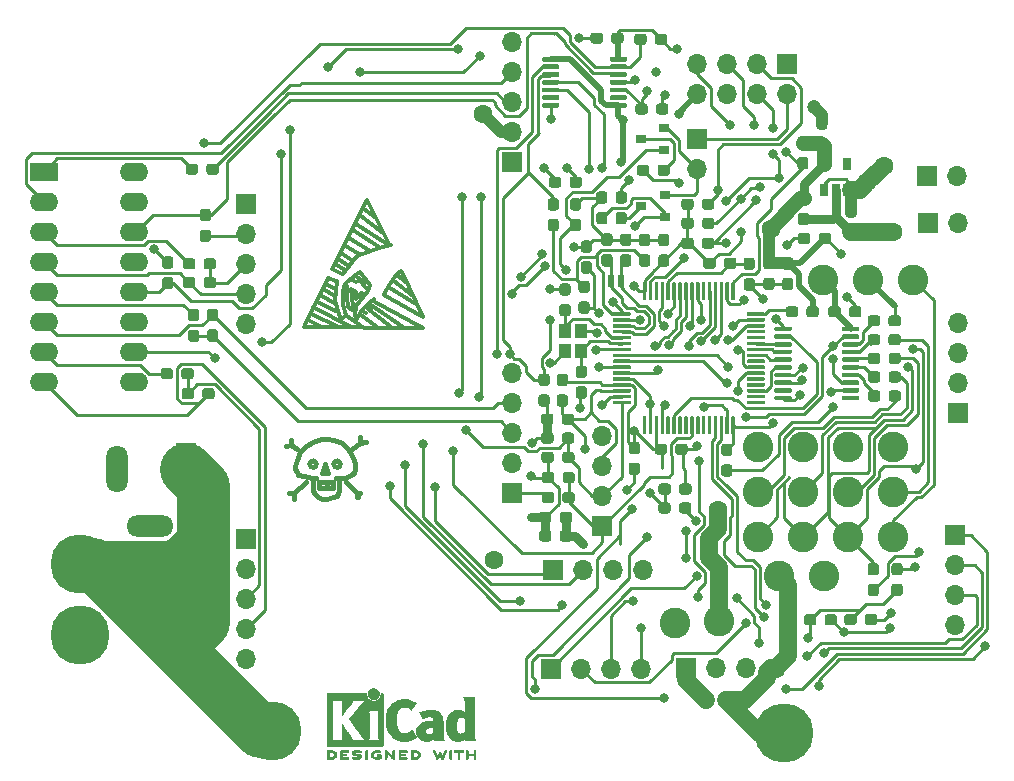
<source format=gtl>
%TF.GenerationSoftware,KiCad,Pcbnew,(5.1.6-0-10_14)*%
%TF.CreationDate,2022-07-25T21:05:29-05:00*%
%TF.ProjectId,small_led_driver_with_optoisolator,736d616c-6c5f-46c6-9564-5f6472697665,rev?*%
%TF.SameCoordinates,Original*%
%TF.FileFunction,Copper,L1,Top*%
%TF.FilePolarity,Positive*%
%FSLAX46Y46*%
G04 Gerber Fmt 4.6, Leading zero omitted, Abs format (unit mm)*
G04 Created by KiCad (PCBNEW (5.1.6-0-10_14)) date 2022-07-25 21:05:29*
%MOMM*%
%LPD*%
G01*
G04 APERTURE LIST*
%TA.AperFunction,EtchedComponent*%
%ADD10C,0.304800*%
%TD*%
%TA.AperFunction,EtchedComponent*%
%ADD11C,0.381000*%
%TD*%
%TA.AperFunction,EtchedComponent*%
%ADD12C,0.010000*%
%TD*%
%TA.AperFunction,ComponentPad*%
%ADD13C,5.000000*%
%TD*%
%TA.AperFunction,ComponentPad*%
%ADD14R,1.700000X1.700000*%
%TD*%
%TA.AperFunction,ComponentPad*%
%ADD15O,1.700000X1.700000*%
%TD*%
%TA.AperFunction,ComponentPad*%
%ADD16C,2.600000*%
%TD*%
%TA.AperFunction,ComponentPad*%
%ADD17R,1.800000X4.400000*%
%TD*%
%TA.AperFunction,ComponentPad*%
%ADD18O,1.800000X4.000000*%
%TD*%
%TA.AperFunction,ComponentPad*%
%ADD19O,4.000000X1.800000*%
%TD*%
%TA.AperFunction,SMDPad,CuDef*%
%ADD20R,0.900000X0.800000*%
%TD*%
%TA.AperFunction,SMDPad,CuDef*%
%ADD21R,0.650000X1.060000*%
%TD*%
%TA.AperFunction,SMDPad,CuDef*%
%ADD22R,1.000000X1.200000*%
%TD*%
%TA.AperFunction,SMDPad,CuDef*%
%ADD23R,0.575000X1.140000*%
%TD*%
%TA.AperFunction,ComponentPad*%
%ADD24O,2.400000X1.600000*%
%TD*%
%TA.AperFunction,ComponentPad*%
%ADD25R,2.400000X1.600000*%
%TD*%
%TA.AperFunction,ViaPad*%
%ADD26C,0.800000*%
%TD*%
%TA.AperFunction,ViaPad*%
%ADD27C,1.600000*%
%TD*%
%TA.AperFunction,ViaPad*%
%ADD28C,1.200000*%
%TD*%
%TA.AperFunction,Conductor*%
%ADD29C,0.250000*%
%TD*%
%TA.AperFunction,Conductor*%
%ADD30C,0.750000*%
%TD*%
%TA.AperFunction,Conductor*%
%ADD31C,0.500000*%
%TD*%
%TA.AperFunction,Conductor*%
%ADD32C,1.500000*%
%TD*%
%TA.AperFunction,Conductor*%
%ADD33C,1.000000*%
%TD*%
%TA.AperFunction,Conductor*%
%ADD34C,1.250000*%
%TD*%
%TA.AperFunction,Conductor*%
%ADD35C,4.000000*%
%TD*%
%TA.AperFunction,Conductor*%
%ADD36C,4.500000*%
%TD*%
G04 APERTURE END LIST*
D10*
%TO.C,REF\u002A\u002A*%
X150843760Y-92726360D02*
X151554960Y-93236900D01*
X152014700Y-95116500D02*
X154752820Y-96968160D01*
X154752820Y-96968160D02*
X154773140Y-96968160D01*
X151732760Y-95497500D02*
X153663160Y-96947840D01*
X151143480Y-95957240D02*
X152515080Y-96968160D01*
X152515080Y-96968160D02*
X152543020Y-96968160D01*
X149954760Y-96028360D02*
X151473680Y-97046900D01*
X146723880Y-96406820D02*
X147844020Y-96998640D01*
X146934700Y-95878500D02*
X149314680Y-97016420D01*
X147153140Y-95317160D02*
X150353540Y-96968160D01*
X147463020Y-94857420D02*
X149083540Y-95647360D01*
X149083540Y-95647360D02*
X149114020Y-95647360D01*
X147744960Y-94308780D02*
X149032740Y-95037760D01*
X147943080Y-93818560D02*
X149014960Y-94407840D01*
X148123420Y-93318180D02*
X148865100Y-93716960D01*
X153614900Y-93696640D02*
X155872960Y-95037760D01*
X153945100Y-93087040D02*
X155593560Y-94377360D01*
X154194020Y-92627300D02*
X155034760Y-93257220D01*
X148984480Y-91687500D02*
X149804900Y-92167560D01*
X149263880Y-91207440D02*
X150183360Y-91837360D01*
X150183360Y-91837360D02*
X150183360Y-91817040D01*
X149444220Y-90696900D02*
X150462760Y-91387780D01*
X149774420Y-90056820D02*
X151044420Y-90846760D01*
X151044420Y-90846760D02*
X151074900Y-90846760D01*
X150135100Y-89426900D02*
X151953740Y-90567360D01*
X150483080Y-88786820D02*
X152692880Y-90237160D01*
X150744700Y-88258500D02*
X153353280Y-90008560D01*
X151143480Y-87598100D02*
X153073880Y-88997640D01*
X151405100Y-86988500D02*
X152443960Y-87727640D01*
X150384020Y-93008300D02*
X150714220Y-93158160D01*
X150714220Y-93158160D02*
X151074900Y-93038780D01*
X151074900Y-93038780D02*
X151554960Y-93567100D01*
X151554960Y-93567100D02*
X151732760Y-93798240D01*
X149975080Y-93516300D02*
X149975080Y-94458640D01*
X149975080Y-94458640D02*
X150104620Y-95296840D01*
X150104620Y-95296840D02*
X150384020Y-95527980D01*
X150384020Y-95527980D02*
X150483080Y-95218100D01*
X150483080Y-95218100D02*
X150353540Y-93818560D01*
X150353540Y-93818560D02*
X150792960Y-94026840D01*
X150792960Y-94026840D02*
X150765020Y-94636440D01*
X150765020Y-94636440D02*
X151194280Y-94097960D01*
X151194280Y-94097960D02*
X151422880Y-94227500D01*
X149032740Y-93087040D02*
X148402820Y-92807640D01*
X148402820Y-92807640D02*
X146342880Y-96968160D01*
X146342880Y-96968160D02*
X156403820Y-97046900D01*
X156403820Y-97046900D02*
X152362680Y-94837100D01*
X153584420Y-90008560D02*
X151704820Y-86277300D01*
X151704820Y-86277300D02*
X148733020Y-92068500D01*
X148733020Y-92068500D02*
X149594080Y-92497760D01*
X149594080Y-92497760D02*
X149624560Y-92497760D01*
X154653760Y-92347900D02*
X156454620Y-96127420D01*
X156454620Y-96127420D02*
X153104360Y-94308780D01*
X153104360Y-94308780D02*
X153172940Y-94278300D01*
X151273020Y-95647360D02*
X151572740Y-95827700D01*
X151572740Y-95827700D02*
X151603220Y-95827700D01*
X151803880Y-95116500D02*
X152062960Y-95467020D01*
X153693640Y-90056820D02*
X152743680Y-90338760D01*
X152743680Y-90338760D02*
X150843760Y-91006780D01*
X150843760Y-91006780D02*
X149614400Y-92518080D01*
X149114020Y-93076880D02*
X149004800Y-94758360D01*
X149004800Y-94758360D02*
X149502640Y-96427140D01*
X149502640Y-96427140D02*
X149873480Y-96008040D01*
X149873480Y-96008040D02*
X149644880Y-95136820D01*
X149644880Y-95136820D02*
X149644880Y-94077640D01*
X149644880Y-94077640D02*
X149723620Y-93536620D01*
X149723620Y-93536620D02*
X149774420Y-93488360D01*
X149774420Y-93488360D02*
X150023340Y-93158160D01*
X150023340Y-93158160D02*
X150864080Y-92528240D01*
X150864080Y-92528240D02*
X151092680Y-92378380D01*
X151092680Y-92378380D02*
X151953740Y-93468040D01*
X151953740Y-93468040D02*
X151803880Y-93978580D01*
X151803880Y-93978580D02*
X150792960Y-95248580D01*
X150792960Y-95248580D02*
X150632940Y-96028360D01*
X150632940Y-96028360D02*
X150864080Y-96338240D01*
X150864080Y-96338240D02*
X151173960Y-95677840D01*
X151173960Y-95677840D02*
X151684500Y-95167300D01*
X151684500Y-95167300D02*
X152294100Y-94636440D01*
X153152620Y-94197020D02*
X153663160Y-93366440D01*
X153663160Y-93366440D02*
X153993360Y-92827960D01*
X153993360Y-92827960D02*
X154272760Y-92398700D01*
X154272760Y-92398700D02*
X154602960Y-92266620D01*
D11*
X150804000Y-111022000D02*
X150804000Y-111403000D01*
X150804000Y-111403000D02*
X150931000Y-111403000D01*
X149915000Y-110133000D02*
X150804000Y-111022000D01*
X150804000Y-111022000D02*
X151058000Y-111022000D01*
X145216000Y-106958000D02*
X144835000Y-107085000D01*
X145216000Y-106958000D02*
X145216000Y-106577000D01*
X145724000Y-107339000D02*
X145216000Y-106958000D01*
X145470000Y-111022000D02*
X145470000Y-111530000D01*
X145470000Y-111022000D02*
X145089000Y-111022000D01*
X146486000Y-110133000D02*
X145470000Y-111022000D01*
X151058000Y-106831000D02*
X151566000Y-106704000D01*
X151058000Y-106831000D02*
X151058000Y-106323000D01*
X150423000Y-107339000D02*
X151058000Y-106831000D01*
X148264000Y-110260000D02*
X148264000Y-110514000D01*
X147629000Y-110133000D02*
X148772000Y-110133000D01*
X148772000Y-110133000D02*
X148772000Y-110641000D01*
X148772000Y-110641000D02*
X147629000Y-110641000D01*
X147629000Y-110641000D02*
X147629000Y-110133000D01*
X147404981Y-108609000D02*
G75*
G03*
X147404981Y-108609000I-283981J0D01*
G01*
X149436981Y-108609000D02*
G75*
G03*
X149436981Y-108609000I-283981J0D01*
G01*
X148137000Y-108609000D02*
X148391000Y-109371000D01*
X148391000Y-109371000D02*
X147883000Y-109371000D01*
X147883000Y-109371000D02*
X148137000Y-108609000D01*
X147121000Y-110895000D02*
X147248000Y-111149000D01*
X147248000Y-111149000D02*
X147502000Y-111403000D01*
X147502000Y-111403000D02*
X147883000Y-111530000D01*
X149280000Y-109752000D02*
X149280000Y-110514000D01*
X149280000Y-110514000D02*
X149280000Y-110895000D01*
X149280000Y-110895000D02*
X149153000Y-111276000D01*
X149153000Y-111276000D02*
X148772000Y-111403000D01*
X148772000Y-111403000D02*
X148264000Y-111530000D01*
X148264000Y-111530000D02*
X147883000Y-111530000D01*
X147121000Y-110895000D02*
X147121000Y-110514000D01*
X147121000Y-110514000D02*
X147121000Y-109752000D01*
X145597000Y-108990000D02*
X145724000Y-109244000D01*
X145724000Y-109244000D02*
X145851000Y-109498000D01*
X145851000Y-109498000D02*
X146359000Y-109625000D01*
X146359000Y-109625000D02*
X146994000Y-109752000D01*
X146994000Y-109752000D02*
X147375000Y-109752000D01*
X145597000Y-108990000D02*
X145597000Y-108736000D01*
X145597000Y-108736000D02*
X145724000Y-108228000D01*
X145724000Y-108228000D02*
X145978000Y-107593000D01*
X145978000Y-107593000D02*
X146486000Y-107085000D01*
X146486000Y-107085000D02*
X147121000Y-106704000D01*
X147121000Y-106704000D02*
X147756000Y-106450000D01*
X147756000Y-106450000D02*
X148264000Y-106450000D01*
X148264000Y-106450000D02*
X148899000Y-106577000D01*
X148899000Y-106577000D02*
X149534000Y-106831000D01*
X149534000Y-106831000D02*
X150042000Y-107339000D01*
X150042000Y-107339000D02*
X150296000Y-107720000D01*
X150296000Y-107720000D02*
X150550000Y-108228000D01*
X150550000Y-108228000D02*
X150677000Y-108609000D01*
X150677000Y-108609000D02*
X150677000Y-108990000D01*
X150677000Y-108990000D02*
X150550000Y-109371000D01*
X150550000Y-109371000D02*
X150296000Y-109498000D01*
X150296000Y-109498000D02*
X149788000Y-109752000D01*
X149788000Y-109752000D02*
X149407000Y-109752000D01*
X149407000Y-109752000D02*
X149026000Y-109752000D01*
D12*
G36*
X151625600Y-128047054D02*
G01*
X151636465Y-128160993D01*
X151668082Y-128268616D01*
X151718985Y-128367615D01*
X151787707Y-128455684D01*
X151872781Y-128530516D01*
X151969768Y-128588384D01*
X152076036Y-128628005D01*
X152183050Y-128646573D01*
X152288700Y-128645434D01*
X152390875Y-128625930D01*
X152487466Y-128589406D01*
X152576362Y-128537205D01*
X152655454Y-128470673D01*
X152722631Y-128391152D01*
X152775783Y-128299987D01*
X152812801Y-128198523D01*
X152831573Y-128088102D01*
X152833511Y-128038206D01*
X152833511Y-127950267D01*
X152885440Y-127950267D01*
X152921747Y-127953111D01*
X152948645Y-127964911D01*
X152975751Y-127988649D01*
X153014133Y-128027031D01*
X153014133Y-130218602D01*
X153014124Y-130480739D01*
X153014092Y-130721241D01*
X153014028Y-130941048D01*
X153013924Y-131141101D01*
X153013773Y-131322344D01*
X153013566Y-131485716D01*
X153013294Y-131632160D01*
X153012950Y-131762617D01*
X153012526Y-131878029D01*
X153012013Y-131979338D01*
X153011403Y-132067484D01*
X153010688Y-132143410D01*
X153009860Y-132208057D01*
X153008911Y-132262367D01*
X153007833Y-132307280D01*
X153006617Y-132343740D01*
X153005255Y-132372687D01*
X153003739Y-132395063D01*
X153002062Y-132411809D01*
X153000214Y-132423868D01*
X152998187Y-132432180D01*
X152995975Y-132437687D01*
X152994892Y-132439537D01*
X152990729Y-132446549D01*
X152987195Y-132452996D01*
X152983365Y-132458900D01*
X152978318Y-132464286D01*
X152971129Y-132469178D01*
X152960877Y-132473598D01*
X152946636Y-132477572D01*
X152927486Y-132481121D01*
X152902501Y-132484270D01*
X152870760Y-132487042D01*
X152831338Y-132489461D01*
X152783314Y-132491551D01*
X152725763Y-132493335D01*
X152657763Y-132494837D01*
X152578390Y-132496080D01*
X152486721Y-132497089D01*
X152381834Y-132497885D01*
X152262804Y-132498494D01*
X152128710Y-132498939D01*
X151978627Y-132499243D01*
X151811633Y-132499430D01*
X151626804Y-132499524D01*
X151423217Y-132499548D01*
X151199950Y-132499525D01*
X150956078Y-132499480D01*
X150690679Y-132499437D01*
X150652296Y-132499432D01*
X150385318Y-132499389D01*
X150139998Y-132499318D01*
X149915417Y-132499213D01*
X149710655Y-132499066D01*
X149524794Y-132498869D01*
X149356912Y-132498616D01*
X149206092Y-132498300D01*
X149071413Y-132497913D01*
X148951956Y-132497447D01*
X148846801Y-132496897D01*
X148755029Y-132496253D01*
X148675721Y-132495511D01*
X148607957Y-132494661D01*
X148550818Y-132493697D01*
X148503383Y-132492611D01*
X148464734Y-132491397D01*
X148433951Y-132490047D01*
X148410115Y-132488555D01*
X148392306Y-132486911D01*
X148379605Y-132485111D01*
X148371092Y-132483145D01*
X148366734Y-132481477D01*
X148358272Y-132477906D01*
X148350503Y-132475270D01*
X148343398Y-132472634D01*
X148336927Y-132469062D01*
X148331061Y-132463621D01*
X148325771Y-132455375D01*
X148321026Y-132443390D01*
X148316798Y-132426731D01*
X148313057Y-132404463D01*
X148309773Y-132375652D01*
X148306917Y-132339363D01*
X148304460Y-132294661D01*
X148302371Y-132240611D01*
X148300622Y-132176279D01*
X148299183Y-132100730D01*
X148298024Y-132013030D01*
X148297117Y-131912243D01*
X148296431Y-131797434D01*
X148295937Y-131667670D01*
X148295605Y-131522015D01*
X148295407Y-131359535D01*
X148295313Y-131179295D01*
X148295292Y-130980360D01*
X148295315Y-130761796D01*
X148295354Y-130522668D01*
X148295378Y-130262040D01*
X148295378Y-130219889D01*
X148295364Y-129956992D01*
X148295339Y-129715732D01*
X148295329Y-129495165D01*
X148295358Y-129294352D01*
X148295452Y-129112349D01*
X148295638Y-128948216D01*
X148295941Y-128801011D01*
X148296386Y-128669792D01*
X148296966Y-128559867D01*
X148599803Y-128559867D01*
X148639593Y-128617711D01*
X148650764Y-128633479D01*
X148660834Y-128647441D01*
X148669862Y-128660784D01*
X148677903Y-128674693D01*
X148685014Y-128690356D01*
X148691253Y-128708958D01*
X148696675Y-128731686D01*
X148701338Y-128759727D01*
X148705299Y-128794267D01*
X148708615Y-128836492D01*
X148711341Y-128887589D01*
X148713536Y-128948744D01*
X148715255Y-129021144D01*
X148716556Y-129105975D01*
X148717495Y-129204422D01*
X148718130Y-129317674D01*
X148718516Y-129446916D01*
X148718712Y-129593334D01*
X148718773Y-129758116D01*
X148718757Y-129942447D01*
X148718720Y-130147513D01*
X148718711Y-130270133D01*
X148718735Y-130487082D01*
X148718769Y-130682642D01*
X148718757Y-130857999D01*
X148718642Y-131014341D01*
X148718370Y-131152857D01*
X148717882Y-131274734D01*
X148717124Y-131381160D01*
X148716038Y-131473322D01*
X148714569Y-131552409D01*
X148712660Y-131619608D01*
X148710256Y-131676107D01*
X148707299Y-131723093D01*
X148703734Y-131761755D01*
X148699505Y-131793280D01*
X148694554Y-131818855D01*
X148688827Y-131839670D01*
X148682267Y-131856911D01*
X148674817Y-131871765D01*
X148666421Y-131885422D01*
X148657024Y-131899069D01*
X148646568Y-131913893D01*
X148640477Y-131922783D01*
X148601704Y-131980400D01*
X149133268Y-131980400D01*
X149256517Y-131980365D01*
X149359013Y-131980215D01*
X149442580Y-131979878D01*
X149509044Y-131979286D01*
X149560229Y-131978367D01*
X149597959Y-131977051D01*
X149624060Y-131975269D01*
X149640356Y-131972951D01*
X149648672Y-131970026D01*
X149650832Y-131966424D01*
X149648661Y-131962075D01*
X149647465Y-131960645D01*
X149622315Y-131923573D01*
X149596417Y-131870772D01*
X149572808Y-131808770D01*
X149564539Y-131782357D01*
X149559922Y-131764416D01*
X149556021Y-131743355D01*
X149552752Y-131717089D01*
X149550034Y-131683532D01*
X149547785Y-131640599D01*
X149545923Y-131586204D01*
X149544364Y-131518262D01*
X149543028Y-131434688D01*
X149541831Y-131333395D01*
X149540692Y-131212300D01*
X149540315Y-131167600D01*
X149539298Y-131042449D01*
X149538540Y-130938082D01*
X149538097Y-130852707D01*
X149538030Y-130784533D01*
X149538395Y-130731765D01*
X149539252Y-130692614D01*
X149540659Y-130665285D01*
X149542675Y-130647986D01*
X149545357Y-130638926D01*
X149548764Y-130636312D01*
X149552956Y-130638351D01*
X149557429Y-130642667D01*
X149567784Y-130655602D01*
X149589842Y-130684676D01*
X149622043Y-130727759D01*
X149662826Y-130782718D01*
X149710630Y-130847423D01*
X149763895Y-130919742D01*
X149821060Y-130997544D01*
X149880563Y-131078698D01*
X149940845Y-131161072D01*
X150000345Y-131242536D01*
X150057502Y-131320957D01*
X150110755Y-131394204D01*
X150158543Y-131460147D01*
X150199307Y-131516654D01*
X150231484Y-131561593D01*
X150253515Y-131592834D01*
X150258083Y-131599466D01*
X150281004Y-131636369D01*
X150307812Y-131684359D01*
X150333211Y-131733897D01*
X150336432Y-131740577D01*
X150358110Y-131788772D01*
X150370696Y-131826334D01*
X150376426Y-131862160D01*
X150377544Y-131904200D01*
X150376910Y-131980400D01*
X151531349Y-131980400D01*
X151440185Y-131886669D01*
X151393388Y-131836775D01*
X151343101Y-131780295D01*
X151297056Y-131726026D01*
X151276631Y-131700673D01*
X151246193Y-131661128D01*
X151206138Y-131607916D01*
X151157639Y-131542667D01*
X151101865Y-131467011D01*
X151039989Y-131382577D01*
X150973181Y-131290994D01*
X150902613Y-131193892D01*
X150829455Y-131092901D01*
X150754879Y-130989650D01*
X150680056Y-130885768D01*
X150606157Y-130782885D01*
X150534354Y-130682631D01*
X150465816Y-130586636D01*
X150401716Y-130496527D01*
X150343225Y-130413936D01*
X150291514Y-130340492D01*
X150247753Y-130277824D01*
X150213115Y-130227561D01*
X150188770Y-130191334D01*
X150175889Y-130170771D01*
X150174131Y-130166668D01*
X150182090Y-130155342D01*
X150202885Y-130128162D01*
X150235153Y-130086829D01*
X150277530Y-130033044D01*
X150328653Y-129968506D01*
X150387159Y-129894918D01*
X150451686Y-129813978D01*
X150520869Y-129727388D01*
X150593347Y-129636848D01*
X150667754Y-129544060D01*
X150727483Y-129469702D01*
X151738489Y-129469702D01*
X151744398Y-129482659D01*
X151758728Y-129504908D01*
X151759775Y-129506391D01*
X151778562Y-129536544D01*
X151798209Y-129573375D01*
X151802108Y-129581511D01*
X151805644Y-129589940D01*
X151808770Y-129600059D01*
X151811514Y-129613260D01*
X151813908Y-129630938D01*
X151815981Y-129654484D01*
X151817765Y-129685293D01*
X151819288Y-129724757D01*
X151820581Y-129774269D01*
X151821674Y-129835223D01*
X151822597Y-129909011D01*
X151823381Y-129997028D01*
X151824055Y-130100665D01*
X151824650Y-130221316D01*
X151825195Y-130360374D01*
X151825721Y-130519232D01*
X151826255Y-130698089D01*
X151826794Y-130883207D01*
X151827228Y-131047145D01*
X151827491Y-131191303D01*
X151827516Y-131317079D01*
X151827235Y-131425871D01*
X151826581Y-131519077D01*
X151825486Y-131598097D01*
X151823882Y-131664328D01*
X151821703Y-131719170D01*
X151818881Y-131764021D01*
X151815349Y-131800278D01*
X151811039Y-131829341D01*
X151805883Y-131852609D01*
X151799815Y-131871479D01*
X151792767Y-131887351D01*
X151784671Y-131901622D01*
X151775460Y-131915691D01*
X151766960Y-131928158D01*
X151749824Y-131954452D01*
X151739678Y-131972037D01*
X151738489Y-131975257D01*
X151749396Y-131976334D01*
X151780589Y-131977335D01*
X151829777Y-131978235D01*
X151894667Y-131979010D01*
X151972970Y-131979637D01*
X152062393Y-131980091D01*
X152160644Y-131980349D01*
X152229555Y-131980400D01*
X152334548Y-131980180D01*
X152431390Y-131979548D01*
X152517893Y-131978549D01*
X152591868Y-131977227D01*
X152651126Y-131975626D01*
X152693480Y-131973791D01*
X152716740Y-131971765D01*
X152720622Y-131970493D01*
X152712924Y-131955591D01*
X152704926Y-131947560D01*
X152691754Y-131930434D01*
X152674515Y-131900183D01*
X152662593Y-131875622D01*
X152635955Y-131816711D01*
X152632880Y-130639845D01*
X152629805Y-129462978D01*
X152184147Y-129462978D01*
X152086330Y-129463142D01*
X151995936Y-129463611D01*
X151915370Y-129464347D01*
X151847038Y-129465316D01*
X151793344Y-129466480D01*
X151756695Y-129467803D01*
X151739496Y-129469249D01*
X151738489Y-129469702D01*
X150727483Y-129469702D01*
X150742730Y-129450722D01*
X150816910Y-129358537D01*
X150888931Y-129269204D01*
X150957431Y-129184424D01*
X151021045Y-129105898D01*
X151078412Y-129035326D01*
X151128167Y-128974409D01*
X151168948Y-128924847D01*
X151186112Y-128904178D01*
X151272404Y-128803516D01*
X151349003Y-128720259D01*
X151417817Y-128652438D01*
X151480752Y-128598089D01*
X151490133Y-128590722D01*
X151529644Y-128560117D01*
X150397884Y-128559867D01*
X150403173Y-128607844D01*
X150399870Y-128665188D01*
X150378339Y-128733463D01*
X150338365Y-128813212D01*
X150293057Y-128885495D01*
X150276839Y-128908140D01*
X150248786Y-128945696D01*
X150210570Y-128996021D01*
X150163863Y-129056973D01*
X150110339Y-129126411D01*
X150051669Y-129202194D01*
X149989525Y-129282180D01*
X149925579Y-129364228D01*
X149861505Y-129446196D01*
X149798973Y-129525943D01*
X149739657Y-129601327D01*
X149685229Y-129670207D01*
X149637361Y-129730442D01*
X149597725Y-129779889D01*
X149567994Y-129816408D01*
X149549839Y-129837858D01*
X149546780Y-129841156D01*
X149543921Y-129833149D01*
X149541707Y-129802855D01*
X149540143Y-129750556D01*
X149539233Y-129676531D01*
X149538980Y-129581063D01*
X149539387Y-129464434D01*
X149540296Y-129344445D01*
X149541618Y-129212333D01*
X149543143Y-129100594D01*
X149545119Y-129007025D01*
X149547794Y-128929419D01*
X149551418Y-128865574D01*
X149556239Y-128813283D01*
X149562506Y-128770344D01*
X149570468Y-128734551D01*
X149580373Y-128703700D01*
X149592469Y-128675586D01*
X149607007Y-128648005D01*
X149621689Y-128622966D01*
X149659686Y-128559867D01*
X148599803Y-128559867D01*
X148296966Y-128559867D01*
X148296999Y-128553617D01*
X148297805Y-128451544D01*
X148298830Y-128362633D01*
X148300100Y-128285941D01*
X148301640Y-128220527D01*
X148303476Y-128165449D01*
X148305633Y-128119765D01*
X148308137Y-128082534D01*
X148311013Y-128052813D01*
X148314287Y-128029662D01*
X148317985Y-128012139D01*
X148322131Y-127999301D01*
X148326753Y-127990208D01*
X148331874Y-127983918D01*
X148337522Y-127979488D01*
X148343721Y-127975978D01*
X148350496Y-127972445D01*
X148356492Y-127968876D01*
X148361725Y-127966300D01*
X148369901Y-127963972D01*
X148382114Y-127961878D01*
X148399459Y-127960007D01*
X148423031Y-127958347D01*
X148453923Y-127956884D01*
X148493232Y-127955608D01*
X148542050Y-127954504D01*
X148601473Y-127953561D01*
X148672596Y-127952767D01*
X148756512Y-127952109D01*
X148854317Y-127951575D01*
X148967106Y-127951153D01*
X149095971Y-127950829D01*
X149242009Y-127950592D01*
X149406314Y-127950430D01*
X149589980Y-127950330D01*
X149794103Y-127950280D01*
X150005247Y-127950267D01*
X151625600Y-127950267D01*
X151625600Y-128047054D01*
G37*
X151625600Y-128047054D02*
X151636465Y-128160993D01*
X151668082Y-128268616D01*
X151718985Y-128367615D01*
X151787707Y-128455684D01*
X151872781Y-128530516D01*
X151969768Y-128588384D01*
X152076036Y-128628005D01*
X152183050Y-128646573D01*
X152288700Y-128645434D01*
X152390875Y-128625930D01*
X152487466Y-128589406D01*
X152576362Y-128537205D01*
X152655454Y-128470673D01*
X152722631Y-128391152D01*
X152775783Y-128299987D01*
X152812801Y-128198523D01*
X152831573Y-128088102D01*
X152833511Y-128038206D01*
X152833511Y-127950267D01*
X152885440Y-127950267D01*
X152921747Y-127953111D01*
X152948645Y-127964911D01*
X152975751Y-127988649D01*
X153014133Y-128027031D01*
X153014133Y-130218602D01*
X153014124Y-130480739D01*
X153014092Y-130721241D01*
X153014028Y-130941048D01*
X153013924Y-131141101D01*
X153013773Y-131322344D01*
X153013566Y-131485716D01*
X153013294Y-131632160D01*
X153012950Y-131762617D01*
X153012526Y-131878029D01*
X153012013Y-131979338D01*
X153011403Y-132067484D01*
X153010688Y-132143410D01*
X153009860Y-132208057D01*
X153008911Y-132262367D01*
X153007833Y-132307280D01*
X153006617Y-132343740D01*
X153005255Y-132372687D01*
X153003739Y-132395063D01*
X153002062Y-132411809D01*
X153000214Y-132423868D01*
X152998187Y-132432180D01*
X152995975Y-132437687D01*
X152994892Y-132439537D01*
X152990729Y-132446549D01*
X152987195Y-132452996D01*
X152983365Y-132458900D01*
X152978318Y-132464286D01*
X152971129Y-132469178D01*
X152960877Y-132473598D01*
X152946636Y-132477572D01*
X152927486Y-132481121D01*
X152902501Y-132484270D01*
X152870760Y-132487042D01*
X152831338Y-132489461D01*
X152783314Y-132491551D01*
X152725763Y-132493335D01*
X152657763Y-132494837D01*
X152578390Y-132496080D01*
X152486721Y-132497089D01*
X152381834Y-132497885D01*
X152262804Y-132498494D01*
X152128710Y-132498939D01*
X151978627Y-132499243D01*
X151811633Y-132499430D01*
X151626804Y-132499524D01*
X151423217Y-132499548D01*
X151199950Y-132499525D01*
X150956078Y-132499480D01*
X150690679Y-132499437D01*
X150652296Y-132499432D01*
X150385318Y-132499389D01*
X150139998Y-132499318D01*
X149915417Y-132499213D01*
X149710655Y-132499066D01*
X149524794Y-132498869D01*
X149356912Y-132498616D01*
X149206092Y-132498300D01*
X149071413Y-132497913D01*
X148951956Y-132497447D01*
X148846801Y-132496897D01*
X148755029Y-132496253D01*
X148675721Y-132495511D01*
X148607957Y-132494661D01*
X148550818Y-132493697D01*
X148503383Y-132492611D01*
X148464734Y-132491397D01*
X148433951Y-132490047D01*
X148410115Y-132488555D01*
X148392306Y-132486911D01*
X148379605Y-132485111D01*
X148371092Y-132483145D01*
X148366734Y-132481477D01*
X148358272Y-132477906D01*
X148350503Y-132475270D01*
X148343398Y-132472634D01*
X148336927Y-132469062D01*
X148331061Y-132463621D01*
X148325771Y-132455375D01*
X148321026Y-132443390D01*
X148316798Y-132426731D01*
X148313057Y-132404463D01*
X148309773Y-132375652D01*
X148306917Y-132339363D01*
X148304460Y-132294661D01*
X148302371Y-132240611D01*
X148300622Y-132176279D01*
X148299183Y-132100730D01*
X148298024Y-132013030D01*
X148297117Y-131912243D01*
X148296431Y-131797434D01*
X148295937Y-131667670D01*
X148295605Y-131522015D01*
X148295407Y-131359535D01*
X148295313Y-131179295D01*
X148295292Y-130980360D01*
X148295315Y-130761796D01*
X148295354Y-130522668D01*
X148295378Y-130262040D01*
X148295378Y-130219889D01*
X148295364Y-129956992D01*
X148295339Y-129715732D01*
X148295329Y-129495165D01*
X148295358Y-129294352D01*
X148295452Y-129112349D01*
X148295638Y-128948216D01*
X148295941Y-128801011D01*
X148296386Y-128669792D01*
X148296966Y-128559867D01*
X148599803Y-128559867D01*
X148639593Y-128617711D01*
X148650764Y-128633479D01*
X148660834Y-128647441D01*
X148669862Y-128660784D01*
X148677903Y-128674693D01*
X148685014Y-128690356D01*
X148691253Y-128708958D01*
X148696675Y-128731686D01*
X148701338Y-128759727D01*
X148705299Y-128794267D01*
X148708615Y-128836492D01*
X148711341Y-128887589D01*
X148713536Y-128948744D01*
X148715255Y-129021144D01*
X148716556Y-129105975D01*
X148717495Y-129204422D01*
X148718130Y-129317674D01*
X148718516Y-129446916D01*
X148718712Y-129593334D01*
X148718773Y-129758116D01*
X148718757Y-129942447D01*
X148718720Y-130147513D01*
X148718711Y-130270133D01*
X148718735Y-130487082D01*
X148718769Y-130682642D01*
X148718757Y-130857999D01*
X148718642Y-131014341D01*
X148718370Y-131152857D01*
X148717882Y-131274734D01*
X148717124Y-131381160D01*
X148716038Y-131473322D01*
X148714569Y-131552409D01*
X148712660Y-131619608D01*
X148710256Y-131676107D01*
X148707299Y-131723093D01*
X148703734Y-131761755D01*
X148699505Y-131793280D01*
X148694554Y-131818855D01*
X148688827Y-131839670D01*
X148682267Y-131856911D01*
X148674817Y-131871765D01*
X148666421Y-131885422D01*
X148657024Y-131899069D01*
X148646568Y-131913893D01*
X148640477Y-131922783D01*
X148601704Y-131980400D01*
X149133268Y-131980400D01*
X149256517Y-131980365D01*
X149359013Y-131980215D01*
X149442580Y-131979878D01*
X149509044Y-131979286D01*
X149560229Y-131978367D01*
X149597959Y-131977051D01*
X149624060Y-131975269D01*
X149640356Y-131972951D01*
X149648672Y-131970026D01*
X149650832Y-131966424D01*
X149648661Y-131962075D01*
X149647465Y-131960645D01*
X149622315Y-131923573D01*
X149596417Y-131870772D01*
X149572808Y-131808770D01*
X149564539Y-131782357D01*
X149559922Y-131764416D01*
X149556021Y-131743355D01*
X149552752Y-131717089D01*
X149550034Y-131683532D01*
X149547785Y-131640599D01*
X149545923Y-131586204D01*
X149544364Y-131518262D01*
X149543028Y-131434688D01*
X149541831Y-131333395D01*
X149540692Y-131212300D01*
X149540315Y-131167600D01*
X149539298Y-131042449D01*
X149538540Y-130938082D01*
X149538097Y-130852707D01*
X149538030Y-130784533D01*
X149538395Y-130731765D01*
X149539252Y-130692614D01*
X149540659Y-130665285D01*
X149542675Y-130647986D01*
X149545357Y-130638926D01*
X149548764Y-130636312D01*
X149552956Y-130638351D01*
X149557429Y-130642667D01*
X149567784Y-130655602D01*
X149589842Y-130684676D01*
X149622043Y-130727759D01*
X149662826Y-130782718D01*
X149710630Y-130847423D01*
X149763895Y-130919742D01*
X149821060Y-130997544D01*
X149880563Y-131078698D01*
X149940845Y-131161072D01*
X150000345Y-131242536D01*
X150057502Y-131320957D01*
X150110755Y-131394204D01*
X150158543Y-131460147D01*
X150199307Y-131516654D01*
X150231484Y-131561593D01*
X150253515Y-131592834D01*
X150258083Y-131599466D01*
X150281004Y-131636369D01*
X150307812Y-131684359D01*
X150333211Y-131733897D01*
X150336432Y-131740577D01*
X150358110Y-131788772D01*
X150370696Y-131826334D01*
X150376426Y-131862160D01*
X150377544Y-131904200D01*
X150376910Y-131980400D01*
X151531349Y-131980400D01*
X151440185Y-131886669D01*
X151393388Y-131836775D01*
X151343101Y-131780295D01*
X151297056Y-131726026D01*
X151276631Y-131700673D01*
X151246193Y-131661128D01*
X151206138Y-131607916D01*
X151157639Y-131542667D01*
X151101865Y-131467011D01*
X151039989Y-131382577D01*
X150973181Y-131290994D01*
X150902613Y-131193892D01*
X150829455Y-131092901D01*
X150754879Y-130989650D01*
X150680056Y-130885768D01*
X150606157Y-130782885D01*
X150534354Y-130682631D01*
X150465816Y-130586636D01*
X150401716Y-130496527D01*
X150343225Y-130413936D01*
X150291514Y-130340492D01*
X150247753Y-130277824D01*
X150213115Y-130227561D01*
X150188770Y-130191334D01*
X150175889Y-130170771D01*
X150174131Y-130166668D01*
X150182090Y-130155342D01*
X150202885Y-130128162D01*
X150235153Y-130086829D01*
X150277530Y-130033044D01*
X150328653Y-129968506D01*
X150387159Y-129894918D01*
X150451686Y-129813978D01*
X150520869Y-129727388D01*
X150593347Y-129636848D01*
X150667754Y-129544060D01*
X150727483Y-129469702D01*
X151738489Y-129469702D01*
X151744398Y-129482659D01*
X151758728Y-129504908D01*
X151759775Y-129506391D01*
X151778562Y-129536544D01*
X151798209Y-129573375D01*
X151802108Y-129581511D01*
X151805644Y-129589940D01*
X151808770Y-129600059D01*
X151811514Y-129613260D01*
X151813908Y-129630938D01*
X151815981Y-129654484D01*
X151817765Y-129685293D01*
X151819288Y-129724757D01*
X151820581Y-129774269D01*
X151821674Y-129835223D01*
X151822597Y-129909011D01*
X151823381Y-129997028D01*
X151824055Y-130100665D01*
X151824650Y-130221316D01*
X151825195Y-130360374D01*
X151825721Y-130519232D01*
X151826255Y-130698089D01*
X151826794Y-130883207D01*
X151827228Y-131047145D01*
X151827491Y-131191303D01*
X151827516Y-131317079D01*
X151827235Y-131425871D01*
X151826581Y-131519077D01*
X151825486Y-131598097D01*
X151823882Y-131664328D01*
X151821703Y-131719170D01*
X151818881Y-131764021D01*
X151815349Y-131800278D01*
X151811039Y-131829341D01*
X151805883Y-131852609D01*
X151799815Y-131871479D01*
X151792767Y-131887351D01*
X151784671Y-131901622D01*
X151775460Y-131915691D01*
X151766960Y-131928158D01*
X151749824Y-131954452D01*
X151739678Y-131972037D01*
X151738489Y-131975257D01*
X151749396Y-131976334D01*
X151780589Y-131977335D01*
X151829777Y-131978235D01*
X151894667Y-131979010D01*
X151972970Y-131979637D01*
X152062393Y-131980091D01*
X152160644Y-131980349D01*
X152229555Y-131980400D01*
X152334548Y-131980180D01*
X152431390Y-131979548D01*
X152517893Y-131978549D01*
X152591868Y-131977227D01*
X152651126Y-131975626D01*
X152693480Y-131973791D01*
X152716740Y-131971765D01*
X152720622Y-131970493D01*
X152712924Y-131955591D01*
X152704926Y-131947560D01*
X152691754Y-131930434D01*
X152674515Y-131900183D01*
X152662593Y-131875622D01*
X152635955Y-131816711D01*
X152632880Y-130639845D01*
X152629805Y-129462978D01*
X152184147Y-129462978D01*
X152086330Y-129463142D01*
X151995936Y-129463611D01*
X151915370Y-129464347D01*
X151847038Y-129465316D01*
X151793344Y-129466480D01*
X151756695Y-129467803D01*
X151739496Y-129469249D01*
X151738489Y-129469702D01*
X150727483Y-129469702D01*
X150742730Y-129450722D01*
X150816910Y-129358537D01*
X150888931Y-129269204D01*
X150957431Y-129184424D01*
X151021045Y-129105898D01*
X151078412Y-129035326D01*
X151128167Y-128974409D01*
X151168948Y-128924847D01*
X151186112Y-128904178D01*
X151272404Y-128803516D01*
X151349003Y-128720259D01*
X151417817Y-128652438D01*
X151480752Y-128598089D01*
X151490133Y-128590722D01*
X151529644Y-128560117D01*
X150397884Y-128559867D01*
X150403173Y-128607844D01*
X150399870Y-128665188D01*
X150378339Y-128733463D01*
X150338365Y-128813212D01*
X150293057Y-128885495D01*
X150276839Y-128908140D01*
X150248786Y-128945696D01*
X150210570Y-128996021D01*
X150163863Y-129056973D01*
X150110339Y-129126411D01*
X150051669Y-129202194D01*
X149989525Y-129282180D01*
X149925579Y-129364228D01*
X149861505Y-129446196D01*
X149798973Y-129525943D01*
X149739657Y-129601327D01*
X149685229Y-129670207D01*
X149637361Y-129730442D01*
X149597725Y-129779889D01*
X149567994Y-129816408D01*
X149549839Y-129837858D01*
X149546780Y-129841156D01*
X149543921Y-129833149D01*
X149541707Y-129802855D01*
X149540143Y-129750556D01*
X149539233Y-129676531D01*
X149538980Y-129581063D01*
X149539387Y-129464434D01*
X149540296Y-129344445D01*
X149541618Y-129212333D01*
X149543143Y-129100594D01*
X149545119Y-129007025D01*
X149547794Y-128929419D01*
X149551418Y-128865574D01*
X149556239Y-128813283D01*
X149562506Y-128770344D01*
X149570468Y-128734551D01*
X149580373Y-128703700D01*
X149592469Y-128675586D01*
X149607007Y-128648005D01*
X149621689Y-128622966D01*
X149659686Y-128559867D01*
X148599803Y-128559867D01*
X148296966Y-128559867D01*
X148296999Y-128553617D01*
X148297805Y-128451544D01*
X148298830Y-128362633D01*
X148300100Y-128285941D01*
X148301640Y-128220527D01*
X148303476Y-128165449D01*
X148305633Y-128119765D01*
X148308137Y-128082534D01*
X148311013Y-128052813D01*
X148314287Y-128029662D01*
X148317985Y-128012139D01*
X148322131Y-127999301D01*
X148326753Y-127990208D01*
X148331874Y-127983918D01*
X148337522Y-127979488D01*
X148343721Y-127975978D01*
X148350496Y-127972445D01*
X148356492Y-127968876D01*
X148361725Y-127966300D01*
X148369901Y-127963972D01*
X148382114Y-127961878D01*
X148399459Y-127960007D01*
X148423031Y-127958347D01*
X148453923Y-127956884D01*
X148493232Y-127955608D01*
X148542050Y-127954504D01*
X148601473Y-127953561D01*
X148672596Y-127952767D01*
X148756512Y-127952109D01*
X148854317Y-127951575D01*
X148967106Y-127951153D01*
X149095971Y-127950829D01*
X149242009Y-127950592D01*
X149406314Y-127950430D01*
X149589980Y-127950330D01*
X149794103Y-127950280D01*
X150005247Y-127950267D01*
X151625600Y-127950267D01*
X151625600Y-128047054D01*
G36*
X154900429Y-128507071D02*
G01*
X155060570Y-128528245D01*
X155224510Y-128568385D01*
X155394313Y-128627889D01*
X155572043Y-128707154D01*
X155583310Y-128712699D01*
X155641005Y-128740725D01*
X155692552Y-128764802D01*
X155734191Y-128783249D01*
X155762162Y-128794386D01*
X155771733Y-128796933D01*
X155790950Y-128801941D01*
X155795561Y-128806147D01*
X155790458Y-128816580D01*
X155774418Y-128842868D01*
X155749288Y-128882257D01*
X155716914Y-128931991D01*
X155679143Y-128989315D01*
X155637822Y-129051476D01*
X155594798Y-129115718D01*
X155551917Y-129179285D01*
X155511026Y-129239425D01*
X155473971Y-129293380D01*
X155442600Y-129338397D01*
X155418759Y-129371721D01*
X155404294Y-129390597D01*
X155402309Y-129392787D01*
X155392191Y-129388138D01*
X155369850Y-129370962D01*
X155339280Y-129344440D01*
X155323536Y-129329964D01*
X155227047Y-129254682D01*
X155120336Y-129199241D01*
X155004832Y-129164141D01*
X154881962Y-129149880D01*
X154812561Y-129151051D01*
X154691423Y-129168212D01*
X154582205Y-129204094D01*
X154484582Y-129258959D01*
X154398228Y-129333070D01*
X154322815Y-129426688D01*
X154258018Y-129540076D01*
X154220601Y-129626667D01*
X154176748Y-129762366D01*
X154144428Y-129909850D01*
X154123557Y-130065314D01*
X154114051Y-130224956D01*
X154115827Y-130384973D01*
X154128803Y-130541561D01*
X154152894Y-130690918D01*
X154188018Y-130829240D01*
X154234092Y-130952724D01*
X154250373Y-130986978D01*
X154318620Y-131101064D01*
X154399079Y-131197557D01*
X154490570Y-131275670D01*
X154591911Y-131334617D01*
X154701920Y-131373612D01*
X154819415Y-131391868D01*
X154860883Y-131393211D01*
X154982441Y-131382290D01*
X155102878Y-131349474D01*
X155220666Y-131295439D01*
X155334277Y-131220865D01*
X155425685Y-131142539D01*
X155472215Y-131098008D01*
X155653483Y-131395271D01*
X155698580Y-131469433D01*
X155739819Y-131537646D01*
X155775735Y-131597459D01*
X155804866Y-131646420D01*
X155825750Y-131682079D01*
X155836924Y-131701984D01*
X155838375Y-131705079D01*
X155830146Y-131714718D01*
X155804567Y-131731999D01*
X155764873Y-131755283D01*
X155714297Y-131782934D01*
X155656074Y-131813315D01*
X155593437Y-131844790D01*
X155529621Y-131875722D01*
X155467860Y-131904473D01*
X155411388Y-131929408D01*
X155363438Y-131948889D01*
X155339986Y-131957318D01*
X155206221Y-131995133D01*
X155068327Y-132020136D01*
X154920622Y-132033140D01*
X154793833Y-132035468D01*
X154725878Y-132034373D01*
X154660277Y-132032275D01*
X154602847Y-132029434D01*
X154559403Y-132026106D01*
X154545298Y-132024422D01*
X154406284Y-131995587D01*
X154264757Y-131950468D01*
X154127275Y-131891750D01*
X154000394Y-131822120D01*
X153922889Y-131769441D01*
X153795481Y-131661239D01*
X153677178Y-131534671D01*
X153570172Y-131392866D01*
X153476652Y-131238951D01*
X153398810Y-131076053D01*
X153354956Y-130958756D01*
X153304708Y-130775128D01*
X153271209Y-130580581D01*
X153254449Y-130379325D01*
X153254416Y-130175568D01*
X153271101Y-129973521D01*
X153304493Y-129777392D01*
X153354580Y-129591391D01*
X153358397Y-129579803D01*
X153421281Y-129417750D01*
X153498028Y-129269832D01*
X153591242Y-129131865D01*
X153703527Y-128999661D01*
X153747392Y-128954399D01*
X153883534Y-128830457D01*
X154023491Y-128727915D01*
X154169411Y-128645656D01*
X154323442Y-128582564D01*
X154487732Y-128537523D01*
X154583289Y-128520033D01*
X154742023Y-128504466D01*
X154900429Y-128507071D01*
G37*
X154900429Y-128507071D02*
X155060570Y-128528245D01*
X155224510Y-128568385D01*
X155394313Y-128627889D01*
X155572043Y-128707154D01*
X155583310Y-128712699D01*
X155641005Y-128740725D01*
X155692552Y-128764802D01*
X155734191Y-128783249D01*
X155762162Y-128794386D01*
X155771733Y-128796933D01*
X155790950Y-128801941D01*
X155795561Y-128806147D01*
X155790458Y-128816580D01*
X155774418Y-128842868D01*
X155749288Y-128882257D01*
X155716914Y-128931991D01*
X155679143Y-128989315D01*
X155637822Y-129051476D01*
X155594798Y-129115718D01*
X155551917Y-129179285D01*
X155511026Y-129239425D01*
X155473971Y-129293380D01*
X155442600Y-129338397D01*
X155418759Y-129371721D01*
X155404294Y-129390597D01*
X155402309Y-129392787D01*
X155392191Y-129388138D01*
X155369850Y-129370962D01*
X155339280Y-129344440D01*
X155323536Y-129329964D01*
X155227047Y-129254682D01*
X155120336Y-129199241D01*
X155004832Y-129164141D01*
X154881962Y-129149880D01*
X154812561Y-129151051D01*
X154691423Y-129168212D01*
X154582205Y-129204094D01*
X154484582Y-129258959D01*
X154398228Y-129333070D01*
X154322815Y-129426688D01*
X154258018Y-129540076D01*
X154220601Y-129626667D01*
X154176748Y-129762366D01*
X154144428Y-129909850D01*
X154123557Y-130065314D01*
X154114051Y-130224956D01*
X154115827Y-130384973D01*
X154128803Y-130541561D01*
X154152894Y-130690918D01*
X154188018Y-130829240D01*
X154234092Y-130952724D01*
X154250373Y-130986978D01*
X154318620Y-131101064D01*
X154399079Y-131197557D01*
X154490570Y-131275670D01*
X154591911Y-131334617D01*
X154701920Y-131373612D01*
X154819415Y-131391868D01*
X154860883Y-131393211D01*
X154982441Y-131382290D01*
X155102878Y-131349474D01*
X155220666Y-131295439D01*
X155334277Y-131220865D01*
X155425685Y-131142539D01*
X155472215Y-131098008D01*
X155653483Y-131395271D01*
X155698580Y-131469433D01*
X155739819Y-131537646D01*
X155775735Y-131597459D01*
X155804866Y-131646420D01*
X155825750Y-131682079D01*
X155836924Y-131701984D01*
X155838375Y-131705079D01*
X155830146Y-131714718D01*
X155804567Y-131731999D01*
X155764873Y-131755283D01*
X155714297Y-131782934D01*
X155656074Y-131813315D01*
X155593437Y-131844790D01*
X155529621Y-131875722D01*
X155467860Y-131904473D01*
X155411388Y-131929408D01*
X155363438Y-131948889D01*
X155339986Y-131957318D01*
X155206221Y-131995133D01*
X155068327Y-132020136D01*
X154920622Y-132033140D01*
X154793833Y-132035468D01*
X154725878Y-132034373D01*
X154660277Y-132032275D01*
X154602847Y-132029434D01*
X154559403Y-132026106D01*
X154545298Y-132024422D01*
X154406284Y-131995587D01*
X154264757Y-131950468D01*
X154127275Y-131891750D01*
X154000394Y-131822120D01*
X153922889Y-131769441D01*
X153795481Y-131661239D01*
X153677178Y-131534671D01*
X153570172Y-131392866D01*
X153476652Y-131238951D01*
X153398810Y-131076053D01*
X153354956Y-130958756D01*
X153304708Y-130775128D01*
X153271209Y-130580581D01*
X153254449Y-130379325D01*
X153254416Y-130175568D01*
X153271101Y-129973521D01*
X153304493Y-129777392D01*
X153354580Y-129591391D01*
X153358397Y-129579803D01*
X153421281Y-129417750D01*
X153498028Y-129269832D01*
X153591242Y-129131865D01*
X153703527Y-128999661D01*
X153747392Y-128954399D01*
X153883534Y-128830457D01*
X154023491Y-128727915D01*
X154169411Y-128645656D01*
X154323442Y-128582564D01*
X154487732Y-128537523D01*
X154583289Y-128520033D01*
X154742023Y-128504466D01*
X154900429Y-128507071D01*
G36*
X157245574Y-129424552D02*
G01*
X157397492Y-129444567D01*
X157532756Y-129478202D01*
X157652239Y-129525725D01*
X157756815Y-129587405D01*
X157834424Y-129650965D01*
X157903265Y-129725099D01*
X157957006Y-129804871D01*
X157999910Y-129897091D01*
X158015384Y-129940161D01*
X158028244Y-129979142D01*
X158039446Y-130015289D01*
X158049120Y-130050434D01*
X158057396Y-130086410D01*
X158064403Y-130125050D01*
X158070272Y-130168185D01*
X158075131Y-130217649D01*
X158079110Y-130275273D01*
X158082340Y-130342891D01*
X158084949Y-130422334D01*
X158087067Y-130515436D01*
X158088824Y-130624027D01*
X158090349Y-130749942D01*
X158091772Y-130895012D01*
X158093025Y-131037778D01*
X158094351Y-131193968D01*
X158095556Y-131329239D01*
X158096766Y-131445246D01*
X158098106Y-131543645D01*
X158099700Y-131626093D01*
X158101675Y-131694246D01*
X158104156Y-131749760D01*
X158107269Y-131794292D01*
X158111138Y-131829498D01*
X158115889Y-131857034D01*
X158121648Y-131878556D01*
X158128539Y-131895722D01*
X158136689Y-131910186D01*
X158146223Y-131923606D01*
X158157266Y-131937638D01*
X158161566Y-131943071D01*
X158177386Y-131965910D01*
X158184422Y-131981463D01*
X158184444Y-131981922D01*
X158173567Y-131984121D01*
X158142582Y-131986147D01*
X158093957Y-131987942D01*
X158030163Y-131989451D01*
X157953669Y-131990616D01*
X157866944Y-131991380D01*
X157772457Y-131991686D01*
X157761550Y-131991689D01*
X157338657Y-131991689D01*
X157335395Y-131895622D01*
X157332133Y-131799556D01*
X157270044Y-131850543D01*
X157172714Y-131918057D01*
X157062813Y-131972749D01*
X156976349Y-132002978D01*
X156907278Y-132017666D01*
X156823925Y-132027659D01*
X156734159Y-132032646D01*
X156645845Y-132032313D01*
X156566851Y-132026351D01*
X156530622Y-132020638D01*
X156390603Y-131982776D01*
X156264178Y-131927932D01*
X156152260Y-131856924D01*
X156055762Y-131770568D01*
X155975600Y-131669679D01*
X155912687Y-131555076D01*
X155868312Y-131428984D01*
X155855978Y-131372401D01*
X155848368Y-131310202D01*
X155844739Y-131235363D01*
X155844245Y-131201467D01*
X155844310Y-131198282D01*
X156604248Y-131198282D01*
X156613541Y-131273333D01*
X156641728Y-131337160D01*
X156690197Y-131392798D01*
X156695254Y-131397211D01*
X156743548Y-131432037D01*
X156795257Y-131454620D01*
X156855989Y-131466540D01*
X156931352Y-131469383D01*
X156949459Y-131468978D01*
X157003278Y-131466325D01*
X157043308Y-131460909D01*
X157078324Y-131450745D01*
X157117103Y-131433850D01*
X157127745Y-131428672D01*
X157188396Y-131392844D01*
X157235215Y-131350212D01*
X157247952Y-131334973D01*
X157292622Y-131278462D01*
X157292622Y-131082586D01*
X157292086Y-131003939D01*
X157290396Y-130945988D01*
X157287428Y-130906875D01*
X157283057Y-130884741D01*
X157278972Y-130878274D01*
X157263047Y-130875111D01*
X157229264Y-130872488D01*
X157182340Y-130870655D01*
X157126993Y-130869857D01*
X157118106Y-130869842D01*
X156997330Y-130875096D01*
X156894660Y-130891263D01*
X156808106Y-130918961D01*
X156735681Y-130958808D01*
X156680751Y-131005758D01*
X156636204Y-131063645D01*
X156611480Y-131126693D01*
X156604248Y-131198282D01*
X155844310Y-131198282D01*
X155846178Y-131107712D01*
X155854522Y-131028812D01*
X155870768Y-130957590D01*
X155896405Y-130886864D01*
X155920401Y-130834493D01*
X155979020Y-130739196D01*
X156057117Y-130651170D01*
X156152315Y-130572017D01*
X156262238Y-130503340D01*
X156384510Y-130446741D01*
X156516755Y-130403821D01*
X156581422Y-130388882D01*
X156717604Y-130366777D01*
X156866049Y-130352194D01*
X157017505Y-130345813D01*
X157144064Y-130347445D01*
X157305950Y-130354224D01*
X157298530Y-130295245D01*
X157279238Y-130196092D01*
X157248104Y-130115372D01*
X157204269Y-130052466D01*
X157146871Y-130006756D01*
X157075048Y-129977622D01*
X156987941Y-129964447D01*
X156884686Y-129966611D01*
X156846711Y-129970612D01*
X156705520Y-129995780D01*
X156568707Y-130036814D01*
X156474178Y-130074815D01*
X156429018Y-130094190D01*
X156390585Y-130109760D01*
X156364234Y-130119405D01*
X156356546Y-130121452D01*
X156346802Y-130112374D01*
X156330083Y-130083405D01*
X156306232Y-130034217D01*
X156275093Y-129964484D01*
X156236507Y-129873879D01*
X156229910Y-129858089D01*
X156199853Y-129785772D01*
X156172874Y-129720425D01*
X156150136Y-129664906D01*
X156132806Y-129622072D01*
X156122048Y-129594781D01*
X156118941Y-129585942D01*
X156128940Y-129581187D01*
X156155217Y-129575910D01*
X156183489Y-129572231D01*
X156213646Y-129567474D01*
X156261433Y-129558028D01*
X156322612Y-129544820D01*
X156392946Y-129528776D01*
X156468194Y-129510820D01*
X156496755Y-129503797D01*
X156601816Y-129478209D01*
X156689480Y-129458147D01*
X156764068Y-129442969D01*
X156829903Y-129432035D01*
X156891307Y-129424704D01*
X156952602Y-129420335D01*
X157018110Y-129418287D01*
X157076128Y-129417889D01*
X157245574Y-129424552D01*
G37*
X157245574Y-129424552D02*
X157397492Y-129444567D01*
X157532756Y-129478202D01*
X157652239Y-129525725D01*
X157756815Y-129587405D01*
X157834424Y-129650965D01*
X157903265Y-129725099D01*
X157957006Y-129804871D01*
X157999910Y-129897091D01*
X158015384Y-129940161D01*
X158028244Y-129979142D01*
X158039446Y-130015289D01*
X158049120Y-130050434D01*
X158057396Y-130086410D01*
X158064403Y-130125050D01*
X158070272Y-130168185D01*
X158075131Y-130217649D01*
X158079110Y-130275273D01*
X158082340Y-130342891D01*
X158084949Y-130422334D01*
X158087067Y-130515436D01*
X158088824Y-130624027D01*
X158090349Y-130749942D01*
X158091772Y-130895012D01*
X158093025Y-131037778D01*
X158094351Y-131193968D01*
X158095556Y-131329239D01*
X158096766Y-131445246D01*
X158098106Y-131543645D01*
X158099700Y-131626093D01*
X158101675Y-131694246D01*
X158104156Y-131749760D01*
X158107269Y-131794292D01*
X158111138Y-131829498D01*
X158115889Y-131857034D01*
X158121648Y-131878556D01*
X158128539Y-131895722D01*
X158136689Y-131910186D01*
X158146223Y-131923606D01*
X158157266Y-131937638D01*
X158161566Y-131943071D01*
X158177386Y-131965910D01*
X158184422Y-131981463D01*
X158184444Y-131981922D01*
X158173567Y-131984121D01*
X158142582Y-131986147D01*
X158093957Y-131987942D01*
X158030163Y-131989451D01*
X157953669Y-131990616D01*
X157866944Y-131991380D01*
X157772457Y-131991686D01*
X157761550Y-131991689D01*
X157338657Y-131991689D01*
X157335395Y-131895622D01*
X157332133Y-131799556D01*
X157270044Y-131850543D01*
X157172714Y-131918057D01*
X157062813Y-131972749D01*
X156976349Y-132002978D01*
X156907278Y-132017666D01*
X156823925Y-132027659D01*
X156734159Y-132032646D01*
X156645845Y-132032313D01*
X156566851Y-132026351D01*
X156530622Y-132020638D01*
X156390603Y-131982776D01*
X156264178Y-131927932D01*
X156152260Y-131856924D01*
X156055762Y-131770568D01*
X155975600Y-131669679D01*
X155912687Y-131555076D01*
X155868312Y-131428984D01*
X155855978Y-131372401D01*
X155848368Y-131310202D01*
X155844739Y-131235363D01*
X155844245Y-131201467D01*
X155844310Y-131198282D01*
X156604248Y-131198282D01*
X156613541Y-131273333D01*
X156641728Y-131337160D01*
X156690197Y-131392798D01*
X156695254Y-131397211D01*
X156743548Y-131432037D01*
X156795257Y-131454620D01*
X156855989Y-131466540D01*
X156931352Y-131469383D01*
X156949459Y-131468978D01*
X157003278Y-131466325D01*
X157043308Y-131460909D01*
X157078324Y-131450745D01*
X157117103Y-131433850D01*
X157127745Y-131428672D01*
X157188396Y-131392844D01*
X157235215Y-131350212D01*
X157247952Y-131334973D01*
X157292622Y-131278462D01*
X157292622Y-131082586D01*
X157292086Y-131003939D01*
X157290396Y-130945988D01*
X157287428Y-130906875D01*
X157283057Y-130884741D01*
X157278972Y-130878274D01*
X157263047Y-130875111D01*
X157229264Y-130872488D01*
X157182340Y-130870655D01*
X157126993Y-130869857D01*
X157118106Y-130869842D01*
X156997330Y-130875096D01*
X156894660Y-130891263D01*
X156808106Y-130918961D01*
X156735681Y-130958808D01*
X156680751Y-131005758D01*
X156636204Y-131063645D01*
X156611480Y-131126693D01*
X156604248Y-131198282D01*
X155844310Y-131198282D01*
X155846178Y-131107712D01*
X155854522Y-131028812D01*
X155870768Y-130957590D01*
X155896405Y-130886864D01*
X155920401Y-130834493D01*
X155979020Y-130739196D01*
X156057117Y-130651170D01*
X156152315Y-130572017D01*
X156262238Y-130503340D01*
X156384510Y-130446741D01*
X156516755Y-130403821D01*
X156581422Y-130388882D01*
X156717604Y-130366777D01*
X156866049Y-130352194D01*
X157017505Y-130345813D01*
X157144064Y-130347445D01*
X157305950Y-130354224D01*
X157298530Y-130295245D01*
X157279238Y-130196092D01*
X157248104Y-130115372D01*
X157204269Y-130052466D01*
X157146871Y-130006756D01*
X157075048Y-129977622D01*
X156987941Y-129964447D01*
X156884686Y-129966611D01*
X156846711Y-129970612D01*
X156705520Y-129995780D01*
X156568707Y-130036814D01*
X156474178Y-130074815D01*
X156429018Y-130094190D01*
X156390585Y-130109760D01*
X156364234Y-130119405D01*
X156356546Y-130121452D01*
X156346802Y-130112374D01*
X156330083Y-130083405D01*
X156306232Y-130034217D01*
X156275093Y-129964484D01*
X156236507Y-129873879D01*
X156229910Y-129858089D01*
X156199853Y-129785772D01*
X156172874Y-129720425D01*
X156150136Y-129664906D01*
X156132806Y-129622072D01*
X156122048Y-129594781D01*
X156118941Y-129585942D01*
X156128940Y-129581187D01*
X156155217Y-129575910D01*
X156183489Y-129572231D01*
X156213646Y-129567474D01*
X156261433Y-129558028D01*
X156322612Y-129544820D01*
X156392946Y-129528776D01*
X156468194Y-129510820D01*
X156496755Y-129503797D01*
X156601816Y-129478209D01*
X156689480Y-129458147D01*
X156764068Y-129442969D01*
X156829903Y-129432035D01*
X156891307Y-129424704D01*
X156952602Y-129420335D01*
X157018110Y-129418287D01*
X157076128Y-129417889D01*
X157245574Y-129424552D01*
G36*
X160758507Y-130030245D02*
G01*
X160758526Y-130264662D01*
X160758552Y-130477603D01*
X160758625Y-130670168D01*
X160758782Y-130843459D01*
X160759064Y-130998576D01*
X160759509Y-131136620D01*
X160760156Y-131258692D01*
X160761045Y-131365894D01*
X160762213Y-131459326D01*
X160763701Y-131540090D01*
X160765546Y-131609286D01*
X160767789Y-131668015D01*
X160770469Y-131717379D01*
X160773623Y-131758478D01*
X160777292Y-131792413D01*
X160781513Y-131820286D01*
X160786327Y-131843198D01*
X160791773Y-131862249D01*
X160797888Y-131878540D01*
X160804712Y-131893173D01*
X160812285Y-131907249D01*
X160820645Y-131921868D01*
X160825839Y-131930974D01*
X160860104Y-131991689D01*
X160001955Y-131991689D01*
X160001955Y-131895733D01*
X160001224Y-131852370D01*
X159999272Y-131819205D01*
X159996463Y-131801424D01*
X159995221Y-131799778D01*
X159983799Y-131806662D01*
X159961084Y-131824505D01*
X159938385Y-131843879D01*
X159883800Y-131884614D01*
X159814321Y-131925617D01*
X159737270Y-131963123D01*
X159659965Y-131993364D01*
X159629113Y-132003012D01*
X159560616Y-132017578D01*
X159477764Y-132027539D01*
X159388371Y-132032583D01*
X159300248Y-132032396D01*
X159221207Y-132026666D01*
X159183511Y-132020858D01*
X159045414Y-131982797D01*
X158918113Y-131925073D01*
X158802292Y-131848211D01*
X158698637Y-131752739D01*
X158607833Y-131639179D01*
X158541031Y-131528381D01*
X158486164Y-131411625D01*
X158444163Y-131292276D01*
X158414167Y-131166283D01*
X158395311Y-131029594D01*
X158386732Y-130878158D01*
X158386006Y-130800711D01*
X158388100Y-130743934D01*
X159217217Y-130743934D01*
X159217424Y-130837002D01*
X159220337Y-130924692D01*
X159226000Y-131001772D01*
X159234455Y-131063009D01*
X159237038Y-131075350D01*
X159268840Y-131182633D01*
X159310498Y-131269658D01*
X159362363Y-131336642D01*
X159424781Y-131383805D01*
X159498100Y-131411365D01*
X159582669Y-131419541D01*
X159678835Y-131408551D01*
X159742311Y-131392829D01*
X159791454Y-131374639D01*
X159845583Y-131348791D01*
X159886244Y-131325089D01*
X159956800Y-131278721D01*
X159956800Y-130128530D01*
X159889392Y-130084962D01*
X159810867Y-130044040D01*
X159726681Y-130017389D01*
X159641557Y-130005465D01*
X159560216Y-130008722D01*
X159487380Y-130027615D01*
X159455426Y-130043184D01*
X159397501Y-130086181D01*
X159348544Y-130142953D01*
X159307390Y-130215575D01*
X159272874Y-130306121D01*
X159243833Y-130416666D01*
X159242552Y-130422533D01*
X159232381Y-130484788D01*
X159224739Y-130562594D01*
X159219670Y-130650720D01*
X159217217Y-130743934D01*
X158388100Y-130743934D01*
X158393857Y-130587895D01*
X158415802Y-130392059D01*
X158451786Y-130213332D01*
X158501759Y-130051845D01*
X158565668Y-129907726D01*
X158643462Y-129781106D01*
X158735089Y-129672115D01*
X158840497Y-129580883D01*
X158885662Y-129549932D01*
X158986611Y-129493785D01*
X159089901Y-129454174D01*
X159199989Y-129430014D01*
X159321330Y-129420219D01*
X159413836Y-129421265D01*
X159543490Y-129432231D01*
X159656084Y-129454046D01*
X159754875Y-129487714D01*
X159843121Y-129534236D01*
X159891986Y-129568448D01*
X159921353Y-129590362D01*
X159943043Y-129605333D01*
X159951253Y-129609733D01*
X159952868Y-129598904D01*
X159954159Y-129568251D01*
X159955138Y-129520526D01*
X159955817Y-129458479D01*
X159956210Y-129384862D01*
X159956330Y-129302427D01*
X159956188Y-129213925D01*
X159955797Y-129122107D01*
X159955171Y-129029724D01*
X159954320Y-128939528D01*
X159953260Y-128854271D01*
X159952001Y-128776703D01*
X159950556Y-128709576D01*
X159948938Y-128655641D01*
X159947161Y-128617650D01*
X159946669Y-128610667D01*
X159939092Y-128540251D01*
X159927531Y-128485102D01*
X159909792Y-128437981D01*
X159883682Y-128391647D01*
X159877415Y-128382067D01*
X159852983Y-128345378D01*
X160758311Y-128345378D01*
X160758507Y-130030245D01*
G37*
X160758507Y-130030245D02*
X160758526Y-130264662D01*
X160758552Y-130477603D01*
X160758625Y-130670168D01*
X160758782Y-130843459D01*
X160759064Y-130998576D01*
X160759509Y-131136620D01*
X160760156Y-131258692D01*
X160761045Y-131365894D01*
X160762213Y-131459326D01*
X160763701Y-131540090D01*
X160765546Y-131609286D01*
X160767789Y-131668015D01*
X160770469Y-131717379D01*
X160773623Y-131758478D01*
X160777292Y-131792413D01*
X160781513Y-131820286D01*
X160786327Y-131843198D01*
X160791773Y-131862249D01*
X160797888Y-131878540D01*
X160804712Y-131893173D01*
X160812285Y-131907249D01*
X160820645Y-131921868D01*
X160825839Y-131930974D01*
X160860104Y-131991689D01*
X160001955Y-131991689D01*
X160001955Y-131895733D01*
X160001224Y-131852370D01*
X159999272Y-131819205D01*
X159996463Y-131801424D01*
X159995221Y-131799778D01*
X159983799Y-131806662D01*
X159961084Y-131824505D01*
X159938385Y-131843879D01*
X159883800Y-131884614D01*
X159814321Y-131925617D01*
X159737270Y-131963123D01*
X159659965Y-131993364D01*
X159629113Y-132003012D01*
X159560616Y-132017578D01*
X159477764Y-132027539D01*
X159388371Y-132032583D01*
X159300248Y-132032396D01*
X159221207Y-132026666D01*
X159183511Y-132020858D01*
X159045414Y-131982797D01*
X158918113Y-131925073D01*
X158802292Y-131848211D01*
X158698637Y-131752739D01*
X158607833Y-131639179D01*
X158541031Y-131528381D01*
X158486164Y-131411625D01*
X158444163Y-131292276D01*
X158414167Y-131166283D01*
X158395311Y-131029594D01*
X158386732Y-130878158D01*
X158386006Y-130800711D01*
X158388100Y-130743934D01*
X159217217Y-130743934D01*
X159217424Y-130837002D01*
X159220337Y-130924692D01*
X159226000Y-131001772D01*
X159234455Y-131063009D01*
X159237038Y-131075350D01*
X159268840Y-131182633D01*
X159310498Y-131269658D01*
X159362363Y-131336642D01*
X159424781Y-131383805D01*
X159498100Y-131411365D01*
X159582669Y-131419541D01*
X159678835Y-131408551D01*
X159742311Y-131392829D01*
X159791454Y-131374639D01*
X159845583Y-131348791D01*
X159886244Y-131325089D01*
X159956800Y-131278721D01*
X159956800Y-130128530D01*
X159889392Y-130084962D01*
X159810867Y-130044040D01*
X159726681Y-130017389D01*
X159641557Y-130005465D01*
X159560216Y-130008722D01*
X159487380Y-130027615D01*
X159455426Y-130043184D01*
X159397501Y-130086181D01*
X159348544Y-130142953D01*
X159307390Y-130215575D01*
X159272874Y-130306121D01*
X159243833Y-130416666D01*
X159242552Y-130422533D01*
X159232381Y-130484788D01*
X159224739Y-130562594D01*
X159219670Y-130650720D01*
X159217217Y-130743934D01*
X158388100Y-130743934D01*
X158393857Y-130587895D01*
X158415802Y-130392059D01*
X158451786Y-130213332D01*
X158501759Y-130051845D01*
X158565668Y-129907726D01*
X158643462Y-129781106D01*
X158735089Y-129672115D01*
X158840497Y-129580883D01*
X158885662Y-129549932D01*
X158986611Y-129493785D01*
X159089901Y-129454174D01*
X159199989Y-129430014D01*
X159321330Y-129420219D01*
X159413836Y-129421265D01*
X159543490Y-129432231D01*
X159656084Y-129454046D01*
X159754875Y-129487714D01*
X159843121Y-129534236D01*
X159891986Y-129568448D01*
X159921353Y-129590362D01*
X159943043Y-129605333D01*
X159951253Y-129609733D01*
X159952868Y-129598904D01*
X159954159Y-129568251D01*
X159955138Y-129520526D01*
X159955817Y-129458479D01*
X159956210Y-129384862D01*
X159956330Y-129302427D01*
X159956188Y-129213925D01*
X159955797Y-129122107D01*
X159955171Y-129029724D01*
X159954320Y-128939528D01*
X159953260Y-128854271D01*
X159952001Y-128776703D01*
X159950556Y-128709576D01*
X159948938Y-128655641D01*
X159947161Y-128617650D01*
X159946669Y-128610667D01*
X159939092Y-128540251D01*
X159927531Y-128485102D01*
X159909792Y-128437981D01*
X159883682Y-128391647D01*
X159877415Y-128382067D01*
X159852983Y-128345378D01*
X160758311Y-128345378D01*
X160758507Y-130030245D01*
G36*
X152298957Y-127584571D02*
G01*
X152395232Y-127608809D01*
X152481816Y-127651641D01*
X152556627Y-127711419D01*
X152617582Y-127786494D01*
X152662601Y-127875220D01*
X152688864Y-127971530D01*
X152694714Y-128068795D01*
X152679860Y-128162654D01*
X152646160Y-128250511D01*
X152595472Y-128329770D01*
X152529655Y-128397836D01*
X152450566Y-128452112D01*
X152360066Y-128490002D01*
X152308800Y-128502426D01*
X152264302Y-128509947D01*
X152230001Y-128512919D01*
X152197040Y-128511094D01*
X152156566Y-128504225D01*
X152123469Y-128497250D01*
X152030053Y-128465741D01*
X151946381Y-128414617D01*
X151874335Y-128345429D01*
X151815800Y-128259728D01*
X151801852Y-128232489D01*
X151785414Y-128196122D01*
X151775106Y-128165582D01*
X151769540Y-128133450D01*
X151767331Y-128092307D01*
X151767052Y-128046222D01*
X151771139Y-127961865D01*
X151784554Y-127892586D01*
X151809744Y-127831961D01*
X151849154Y-127773567D01*
X151887702Y-127729302D01*
X151959594Y-127663484D01*
X152034687Y-127618053D01*
X152117438Y-127590850D01*
X152195072Y-127580576D01*
X152298957Y-127584571D01*
G37*
X152298957Y-127584571D02*
X152395232Y-127608809D01*
X152481816Y-127651641D01*
X152556627Y-127711419D01*
X152617582Y-127786494D01*
X152662601Y-127875220D01*
X152688864Y-127971530D01*
X152694714Y-128068795D01*
X152679860Y-128162654D01*
X152646160Y-128250511D01*
X152595472Y-128329770D01*
X152529655Y-128397836D01*
X152450566Y-128452112D01*
X152360066Y-128490002D01*
X152308800Y-128502426D01*
X152264302Y-128509947D01*
X152230001Y-128512919D01*
X152197040Y-128511094D01*
X152156566Y-128504225D01*
X152123469Y-128497250D01*
X152030053Y-128465741D01*
X151946381Y-128414617D01*
X151874335Y-128345429D01*
X151815800Y-128259728D01*
X151801852Y-128232489D01*
X151785414Y-128196122D01*
X151775106Y-128165582D01*
X151769540Y-128133450D01*
X151767331Y-128092307D01*
X151767052Y-128046222D01*
X151771139Y-127961865D01*
X151784554Y-127892586D01*
X151809744Y-127831961D01*
X151849154Y-127773567D01*
X151887702Y-127729302D01*
X151959594Y-127663484D01*
X152034687Y-127618053D01*
X152117438Y-127590850D01*
X152195072Y-127580576D01*
X152298957Y-127584571D01*
G36*
X148450629Y-132827066D02*
G01*
X148490111Y-132827467D01*
X148605800Y-132830259D01*
X148702689Y-132838550D01*
X148784081Y-132853232D01*
X148853277Y-132875193D01*
X148913580Y-132905322D01*
X148968292Y-132944510D01*
X148987833Y-132961532D01*
X149020250Y-133001363D01*
X149049480Y-133055413D01*
X149072009Y-133115323D01*
X149084321Y-133172739D01*
X149085600Y-133193956D01*
X149077583Y-133252769D01*
X149056101Y-133317013D01*
X149025001Y-133377821D01*
X148988134Y-133426330D01*
X148982146Y-133432182D01*
X148931421Y-133473321D01*
X148875875Y-133505435D01*
X148812304Y-133529365D01*
X148737506Y-133545953D01*
X148648278Y-133556041D01*
X148541418Y-133560469D01*
X148492472Y-133560845D01*
X148430238Y-133560545D01*
X148386472Y-133559292D01*
X148357069Y-133556554D01*
X148337921Y-133551801D01*
X148324923Y-133544501D01*
X148317955Y-133538267D01*
X148311374Y-133530694D01*
X148306212Y-133520924D01*
X148302297Y-133506340D01*
X148299457Y-133484326D01*
X148297520Y-133452264D01*
X148296316Y-133407536D01*
X148295672Y-133347526D01*
X148295417Y-133269617D01*
X148295378Y-133193956D01*
X148295130Y-133093041D01*
X148295183Y-133012427D01*
X148296143Y-132973822D01*
X148442133Y-132973822D01*
X148442133Y-133414089D01*
X148535266Y-133414004D01*
X148591307Y-133412396D01*
X148650001Y-133408256D01*
X148698972Y-133402464D01*
X148700462Y-133402226D01*
X148779608Y-133383090D01*
X148840998Y-133353287D01*
X148887695Y-133310878D01*
X148917365Y-133264961D01*
X148935647Y-133214026D01*
X148934229Y-133166200D01*
X148913012Y-133114933D01*
X148871511Y-133061899D01*
X148814002Y-133022600D01*
X148739250Y-132996331D01*
X148689292Y-132987035D01*
X148632584Y-132980507D01*
X148572481Y-132975782D01*
X148521361Y-132973817D01*
X148518333Y-132973808D01*
X148442133Y-132973822D01*
X148296143Y-132973822D01*
X148296740Y-132949851D01*
X148301002Y-132903055D01*
X148309170Y-132869778D01*
X148322444Y-132847759D01*
X148342026Y-132834739D01*
X148369117Y-132828457D01*
X148404918Y-132826653D01*
X148450629Y-132827066D01*
G37*
X148450629Y-132827066D02*
X148490111Y-132827467D01*
X148605800Y-132830259D01*
X148702689Y-132838550D01*
X148784081Y-132853232D01*
X148853277Y-132875193D01*
X148913580Y-132905322D01*
X148968292Y-132944510D01*
X148987833Y-132961532D01*
X149020250Y-133001363D01*
X149049480Y-133055413D01*
X149072009Y-133115323D01*
X149084321Y-133172739D01*
X149085600Y-133193956D01*
X149077583Y-133252769D01*
X149056101Y-133317013D01*
X149025001Y-133377821D01*
X148988134Y-133426330D01*
X148982146Y-133432182D01*
X148931421Y-133473321D01*
X148875875Y-133505435D01*
X148812304Y-133529365D01*
X148737506Y-133545953D01*
X148648278Y-133556041D01*
X148541418Y-133560469D01*
X148492472Y-133560845D01*
X148430238Y-133560545D01*
X148386472Y-133559292D01*
X148357069Y-133556554D01*
X148337921Y-133551801D01*
X148324923Y-133544501D01*
X148317955Y-133538267D01*
X148311374Y-133530694D01*
X148306212Y-133520924D01*
X148302297Y-133506340D01*
X148299457Y-133484326D01*
X148297520Y-133452264D01*
X148296316Y-133407536D01*
X148295672Y-133347526D01*
X148295417Y-133269617D01*
X148295378Y-133193956D01*
X148295130Y-133093041D01*
X148295183Y-133012427D01*
X148296143Y-132973822D01*
X148442133Y-132973822D01*
X148442133Y-133414089D01*
X148535266Y-133414004D01*
X148591307Y-133412396D01*
X148650001Y-133408256D01*
X148698972Y-133402464D01*
X148700462Y-133402226D01*
X148779608Y-133383090D01*
X148840998Y-133353287D01*
X148887695Y-133310878D01*
X148917365Y-133264961D01*
X148935647Y-133214026D01*
X148934229Y-133166200D01*
X148913012Y-133114933D01*
X148871511Y-133061899D01*
X148814002Y-133022600D01*
X148739250Y-132996331D01*
X148689292Y-132987035D01*
X148632584Y-132980507D01*
X148572481Y-132975782D01*
X148521361Y-132973817D01*
X148518333Y-132973808D01*
X148442133Y-132973822D01*
X148296143Y-132973822D01*
X148296740Y-132949851D01*
X148301002Y-132903055D01*
X148309170Y-132869778D01*
X148322444Y-132847759D01*
X148342026Y-132834739D01*
X148369117Y-132828457D01*
X148404918Y-132826653D01*
X148450629Y-132827066D01*
G36*
X149859206Y-132827146D02*
G01*
X149928614Y-132827518D01*
X149981003Y-132828385D01*
X150019153Y-132829946D01*
X150045841Y-132832403D01*
X150063847Y-132835957D01*
X150075951Y-132840810D01*
X150084931Y-132847161D01*
X150088182Y-132850084D01*
X150107957Y-132881142D01*
X150111518Y-132916828D01*
X150098509Y-132948510D01*
X150092494Y-132954913D01*
X150082765Y-132961121D01*
X150067099Y-132965910D01*
X150042592Y-132969514D01*
X150006339Y-132972164D01*
X149955435Y-132974095D01*
X149886974Y-132975539D01*
X149824383Y-132976418D01*
X149576666Y-132979467D01*
X149573281Y-133044378D01*
X149569895Y-133109289D01*
X149738042Y-133109289D01*
X149811041Y-133109919D01*
X149864483Y-133112553D01*
X149901372Y-133118309D01*
X149924712Y-133128304D01*
X149937506Y-133143656D01*
X149942758Y-133165482D01*
X149943555Y-133185738D01*
X149941077Y-133210592D01*
X149931723Y-133228906D01*
X149912617Y-133241637D01*
X149880882Y-133249741D01*
X149833641Y-133254176D01*
X149768017Y-133255899D01*
X149732199Y-133256045D01*
X149571022Y-133256045D01*
X149571022Y-133414089D01*
X149819378Y-133414089D01*
X149900787Y-133414202D01*
X149962658Y-133414712D01*
X150008032Y-133415870D01*
X150039946Y-133417930D01*
X150061441Y-133421146D01*
X150075557Y-133425772D01*
X150085332Y-133432059D01*
X150090311Y-133436667D01*
X150107390Y-133463560D01*
X150112889Y-133487467D01*
X150105037Y-133516667D01*
X150090311Y-133538267D01*
X150082454Y-133545066D01*
X150072312Y-133550346D01*
X150057156Y-133554298D01*
X150034259Y-133557113D01*
X150000891Y-133558982D01*
X149954325Y-133560098D01*
X149891833Y-133560651D01*
X149810686Y-133560833D01*
X149768578Y-133560845D01*
X149678402Y-133560765D01*
X149608076Y-133560398D01*
X149554871Y-133559552D01*
X149516060Y-133558036D01*
X149488913Y-133555659D01*
X149470702Y-133552229D01*
X149458700Y-133547554D01*
X149450178Y-133541444D01*
X149446844Y-133538267D01*
X149440245Y-133530670D01*
X149435073Y-133520870D01*
X149431154Y-133506239D01*
X149428316Y-133484152D01*
X149426385Y-133451982D01*
X149425188Y-133407103D01*
X149424552Y-133346889D01*
X149424303Y-133268713D01*
X149424266Y-133195923D01*
X149424300Y-133102707D01*
X149424535Y-133029431D01*
X149425170Y-132973458D01*
X149426406Y-132932151D01*
X149428444Y-132902872D01*
X149431483Y-132882984D01*
X149435723Y-132869850D01*
X149441365Y-132860832D01*
X149448609Y-132853293D01*
X149450394Y-132851612D01*
X149459055Y-132844172D01*
X149469118Y-132838409D01*
X149483375Y-132834112D01*
X149504617Y-132831064D01*
X149535636Y-132829051D01*
X149579223Y-132827860D01*
X149638169Y-132827275D01*
X149715266Y-132827083D01*
X149769999Y-132827067D01*
X149859206Y-132827146D01*
G37*
X149859206Y-132827146D02*
X149928614Y-132827518D01*
X149981003Y-132828385D01*
X150019153Y-132829946D01*
X150045841Y-132832403D01*
X150063847Y-132835957D01*
X150075951Y-132840810D01*
X150084931Y-132847161D01*
X150088182Y-132850084D01*
X150107957Y-132881142D01*
X150111518Y-132916828D01*
X150098509Y-132948510D01*
X150092494Y-132954913D01*
X150082765Y-132961121D01*
X150067099Y-132965910D01*
X150042592Y-132969514D01*
X150006339Y-132972164D01*
X149955435Y-132974095D01*
X149886974Y-132975539D01*
X149824383Y-132976418D01*
X149576666Y-132979467D01*
X149573281Y-133044378D01*
X149569895Y-133109289D01*
X149738042Y-133109289D01*
X149811041Y-133109919D01*
X149864483Y-133112553D01*
X149901372Y-133118309D01*
X149924712Y-133128304D01*
X149937506Y-133143656D01*
X149942758Y-133165482D01*
X149943555Y-133185738D01*
X149941077Y-133210592D01*
X149931723Y-133228906D01*
X149912617Y-133241637D01*
X149880882Y-133249741D01*
X149833641Y-133254176D01*
X149768017Y-133255899D01*
X149732199Y-133256045D01*
X149571022Y-133256045D01*
X149571022Y-133414089D01*
X149819378Y-133414089D01*
X149900787Y-133414202D01*
X149962658Y-133414712D01*
X150008032Y-133415870D01*
X150039946Y-133417930D01*
X150061441Y-133421146D01*
X150075557Y-133425772D01*
X150085332Y-133432059D01*
X150090311Y-133436667D01*
X150107390Y-133463560D01*
X150112889Y-133487467D01*
X150105037Y-133516667D01*
X150090311Y-133538267D01*
X150082454Y-133545066D01*
X150072312Y-133550346D01*
X150057156Y-133554298D01*
X150034259Y-133557113D01*
X150000891Y-133558982D01*
X149954325Y-133560098D01*
X149891833Y-133560651D01*
X149810686Y-133560833D01*
X149768578Y-133560845D01*
X149678402Y-133560765D01*
X149608076Y-133560398D01*
X149554871Y-133559552D01*
X149516060Y-133558036D01*
X149488913Y-133555659D01*
X149470702Y-133552229D01*
X149458700Y-133547554D01*
X149450178Y-133541444D01*
X149446844Y-133538267D01*
X149440245Y-133530670D01*
X149435073Y-133520870D01*
X149431154Y-133506239D01*
X149428316Y-133484152D01*
X149426385Y-133451982D01*
X149425188Y-133407103D01*
X149424552Y-133346889D01*
X149424303Y-133268713D01*
X149424266Y-133195923D01*
X149424300Y-133102707D01*
X149424535Y-133029431D01*
X149425170Y-132973458D01*
X149426406Y-132932151D01*
X149428444Y-132902872D01*
X149431483Y-132882984D01*
X149435723Y-132869850D01*
X149441365Y-132860832D01*
X149448609Y-132853293D01*
X149450394Y-132851612D01*
X149459055Y-132844172D01*
X149469118Y-132838409D01*
X149483375Y-132834112D01*
X149504617Y-132831064D01*
X149535636Y-132829051D01*
X149579223Y-132827860D01*
X149638169Y-132827275D01*
X149715266Y-132827083D01*
X149769999Y-132827067D01*
X149859206Y-132827146D01*
G36*
X150880297Y-132828351D02*
G01*
X150955112Y-132833581D01*
X151024694Y-132841750D01*
X151084998Y-132852550D01*
X151131980Y-132865673D01*
X151161594Y-132880813D01*
X151166140Y-132885269D01*
X151181946Y-132919850D01*
X151177153Y-132955351D01*
X151152636Y-132985725D01*
X151151466Y-132986596D01*
X151137046Y-132995954D01*
X151121992Y-133000876D01*
X151100995Y-133001473D01*
X151068743Y-132997861D01*
X151019927Y-132990154D01*
X151016000Y-132989505D01*
X150943261Y-132980569D01*
X150864783Y-132976161D01*
X150786073Y-132976119D01*
X150712639Y-132980279D01*
X150649989Y-132988479D01*
X150603630Y-133000557D01*
X150600584Y-133001771D01*
X150566952Y-133020615D01*
X150555136Y-133039685D01*
X150564386Y-133058439D01*
X150593953Y-133076337D01*
X150643089Y-133092837D01*
X150711043Y-133107396D01*
X150756355Y-133114406D01*
X150850544Y-133127889D01*
X150925456Y-133140214D01*
X150984283Y-133152449D01*
X151030215Y-133165661D01*
X151066445Y-133180917D01*
X151096162Y-133199285D01*
X151122558Y-133221831D01*
X151143770Y-133243971D01*
X151168935Y-133274819D01*
X151181319Y-133301345D01*
X151185192Y-133334026D01*
X151185333Y-133345995D01*
X151182424Y-133385712D01*
X151170798Y-133415259D01*
X151150677Y-133441486D01*
X151109784Y-133481576D01*
X151064183Y-133512149D01*
X151010487Y-133534203D01*
X150945308Y-133548735D01*
X150865256Y-133556741D01*
X150766943Y-133559218D01*
X150750711Y-133559177D01*
X150685151Y-133557818D01*
X150620134Y-133554730D01*
X150562748Y-133550356D01*
X150520078Y-133545140D01*
X150516628Y-133544541D01*
X150474204Y-133534491D01*
X150438220Y-133521796D01*
X150417850Y-133510190D01*
X150398893Y-133479572D01*
X150397573Y-133443918D01*
X150413915Y-133412144D01*
X150417571Y-133408551D01*
X150432685Y-133397876D01*
X150451585Y-133393276D01*
X150480838Y-133394059D01*
X150516349Y-133398127D01*
X150556030Y-133401762D01*
X150611655Y-133404828D01*
X150676594Y-133407053D01*
X150744215Y-133408164D01*
X150762000Y-133408237D01*
X150829872Y-133407964D01*
X150879546Y-133406646D01*
X150915390Y-133403827D01*
X150941776Y-133399050D01*
X150963074Y-133391857D01*
X150975874Y-133385867D01*
X151004000Y-133369233D01*
X151021932Y-133354168D01*
X151024553Y-133349897D01*
X151019024Y-133332263D01*
X150992740Y-133315192D01*
X150947522Y-133299458D01*
X150885192Y-133285838D01*
X150866829Y-133282804D01*
X150770910Y-133267738D01*
X150694359Y-133255146D01*
X150634220Y-133244111D01*
X150587540Y-133233720D01*
X150551363Y-133223056D01*
X150522735Y-133211205D01*
X150498702Y-133197251D01*
X150476308Y-133180281D01*
X150452598Y-133159378D01*
X150444620Y-133152049D01*
X150416647Y-133124699D01*
X150401840Y-133103029D01*
X150396048Y-133078232D01*
X150395111Y-133046983D01*
X150405425Y-132985705D01*
X150436248Y-132933640D01*
X150487405Y-132890958D01*
X150558717Y-132857825D01*
X150609600Y-132842964D01*
X150664900Y-132833366D01*
X150731147Y-132827936D01*
X150804294Y-132826367D01*
X150880297Y-132828351D01*
G37*
X150880297Y-132828351D02*
X150955112Y-132833581D01*
X151024694Y-132841750D01*
X151084998Y-132852550D01*
X151131980Y-132865673D01*
X151161594Y-132880813D01*
X151166140Y-132885269D01*
X151181946Y-132919850D01*
X151177153Y-132955351D01*
X151152636Y-132985725D01*
X151151466Y-132986596D01*
X151137046Y-132995954D01*
X151121992Y-133000876D01*
X151100995Y-133001473D01*
X151068743Y-132997861D01*
X151019927Y-132990154D01*
X151016000Y-132989505D01*
X150943261Y-132980569D01*
X150864783Y-132976161D01*
X150786073Y-132976119D01*
X150712639Y-132980279D01*
X150649989Y-132988479D01*
X150603630Y-133000557D01*
X150600584Y-133001771D01*
X150566952Y-133020615D01*
X150555136Y-133039685D01*
X150564386Y-133058439D01*
X150593953Y-133076337D01*
X150643089Y-133092837D01*
X150711043Y-133107396D01*
X150756355Y-133114406D01*
X150850544Y-133127889D01*
X150925456Y-133140214D01*
X150984283Y-133152449D01*
X151030215Y-133165661D01*
X151066445Y-133180917D01*
X151096162Y-133199285D01*
X151122558Y-133221831D01*
X151143770Y-133243971D01*
X151168935Y-133274819D01*
X151181319Y-133301345D01*
X151185192Y-133334026D01*
X151185333Y-133345995D01*
X151182424Y-133385712D01*
X151170798Y-133415259D01*
X151150677Y-133441486D01*
X151109784Y-133481576D01*
X151064183Y-133512149D01*
X151010487Y-133534203D01*
X150945308Y-133548735D01*
X150865256Y-133556741D01*
X150766943Y-133559218D01*
X150750711Y-133559177D01*
X150685151Y-133557818D01*
X150620134Y-133554730D01*
X150562748Y-133550356D01*
X150520078Y-133545140D01*
X150516628Y-133544541D01*
X150474204Y-133534491D01*
X150438220Y-133521796D01*
X150417850Y-133510190D01*
X150398893Y-133479572D01*
X150397573Y-133443918D01*
X150413915Y-133412144D01*
X150417571Y-133408551D01*
X150432685Y-133397876D01*
X150451585Y-133393276D01*
X150480838Y-133394059D01*
X150516349Y-133398127D01*
X150556030Y-133401762D01*
X150611655Y-133404828D01*
X150676594Y-133407053D01*
X150744215Y-133408164D01*
X150762000Y-133408237D01*
X150829872Y-133407964D01*
X150879546Y-133406646D01*
X150915390Y-133403827D01*
X150941776Y-133399050D01*
X150963074Y-133391857D01*
X150975874Y-133385867D01*
X151004000Y-133369233D01*
X151021932Y-133354168D01*
X151024553Y-133349897D01*
X151019024Y-133332263D01*
X150992740Y-133315192D01*
X150947522Y-133299458D01*
X150885192Y-133285838D01*
X150866829Y-133282804D01*
X150770910Y-133267738D01*
X150694359Y-133255146D01*
X150634220Y-133244111D01*
X150587540Y-133233720D01*
X150551363Y-133223056D01*
X150522735Y-133211205D01*
X150498702Y-133197251D01*
X150476308Y-133180281D01*
X150452598Y-133159378D01*
X150444620Y-133152049D01*
X150416647Y-133124699D01*
X150401840Y-133103029D01*
X150396048Y-133078232D01*
X150395111Y-133046983D01*
X150405425Y-132985705D01*
X150436248Y-132933640D01*
X150487405Y-132890958D01*
X150558717Y-132857825D01*
X150609600Y-132842964D01*
X150664900Y-132833366D01*
X150731147Y-132827936D01*
X150804294Y-132826367D01*
X150880297Y-132828351D01*
G36*
X151648178Y-132849645D02*
G01*
X151654758Y-132857218D01*
X151659921Y-132866987D01*
X151663836Y-132881571D01*
X151666676Y-132903585D01*
X151668613Y-132935648D01*
X151669817Y-132980375D01*
X151670461Y-133040385D01*
X151670716Y-133118294D01*
X151670755Y-133193956D01*
X151670686Y-133287802D01*
X151670362Y-133361689D01*
X151669614Y-133418232D01*
X151668268Y-133460049D01*
X151666154Y-133489757D01*
X151663100Y-133509973D01*
X151658934Y-133523314D01*
X151653484Y-133532398D01*
X151648178Y-133538267D01*
X151615174Y-133557947D01*
X151580009Y-133556181D01*
X151548545Y-133534717D01*
X151541316Y-133526337D01*
X151535666Y-133516614D01*
X151531401Y-133502861D01*
X151528327Y-133482389D01*
X151526248Y-133452512D01*
X151524970Y-133410541D01*
X151524299Y-133353789D01*
X151524041Y-133279567D01*
X151524000Y-133195537D01*
X151524000Y-132882485D01*
X151551709Y-132854776D01*
X151585863Y-132831463D01*
X151618994Y-132830623D01*
X151648178Y-132849645D01*
G37*
X151648178Y-132849645D02*
X151654758Y-132857218D01*
X151659921Y-132866987D01*
X151663836Y-132881571D01*
X151666676Y-132903585D01*
X151668613Y-132935648D01*
X151669817Y-132980375D01*
X151670461Y-133040385D01*
X151670716Y-133118294D01*
X151670755Y-133193956D01*
X151670686Y-133287802D01*
X151670362Y-133361689D01*
X151669614Y-133418232D01*
X151668268Y-133460049D01*
X151666154Y-133489757D01*
X151663100Y-133509973D01*
X151658934Y-133523314D01*
X151653484Y-133532398D01*
X151648178Y-133538267D01*
X151615174Y-133557947D01*
X151580009Y-133556181D01*
X151548545Y-133534717D01*
X151541316Y-133526337D01*
X151535666Y-133516614D01*
X151531401Y-133502861D01*
X151528327Y-133482389D01*
X151526248Y-133452512D01*
X151524970Y-133410541D01*
X151524299Y-133353789D01*
X151524041Y-133279567D01*
X151524000Y-133195537D01*
X151524000Y-132882485D01*
X151551709Y-132854776D01*
X151585863Y-132831463D01*
X151618994Y-132830623D01*
X151648178Y-132849645D01*
G36*
X152621919Y-132832599D02*
G01*
X152690435Y-132844095D01*
X152743057Y-132861967D01*
X152777292Y-132885499D01*
X152786621Y-132898924D01*
X152796107Y-132930148D01*
X152789723Y-132958395D01*
X152769570Y-132985182D01*
X152738255Y-132997713D01*
X152692817Y-132996696D01*
X152657674Y-132989906D01*
X152579581Y-132976971D01*
X152499774Y-132975742D01*
X152410445Y-132986241D01*
X152385771Y-132990690D01*
X152302709Y-133014108D01*
X152237727Y-133048945D01*
X152191539Y-133094604D01*
X152164855Y-133150494D01*
X152159337Y-133179388D01*
X152162949Y-133238012D01*
X152186271Y-133289879D01*
X152227176Y-133333978D01*
X152283541Y-133369299D01*
X152353240Y-133394829D01*
X152434148Y-133409559D01*
X152524140Y-133412478D01*
X152621090Y-133402575D01*
X152626564Y-133401641D01*
X152665125Y-133394459D01*
X152686506Y-133387521D01*
X152695773Y-133377227D01*
X152697994Y-133359976D01*
X152698044Y-133350841D01*
X152698044Y-133312489D01*
X152629569Y-133312489D01*
X152569100Y-133308347D01*
X152527835Y-133295147D01*
X152503825Y-133271730D01*
X152495123Y-133236936D01*
X152495017Y-133232394D01*
X152500108Y-133202654D01*
X152517567Y-133181419D01*
X152550061Y-133167366D01*
X152600257Y-133159173D01*
X152648877Y-133156161D01*
X152719544Y-133154433D01*
X152770802Y-133157070D01*
X152805761Y-133166800D01*
X152827530Y-133186353D01*
X152839220Y-133218456D01*
X152843940Y-133265838D01*
X152844800Y-133328071D01*
X152843391Y-133397535D01*
X152839152Y-133444786D01*
X152832064Y-133470012D01*
X152830689Y-133471988D01*
X152791772Y-133503508D01*
X152734714Y-133528470D01*
X152663131Y-133546340D01*
X152580642Y-133556586D01*
X152490861Y-133558673D01*
X152397408Y-133552068D01*
X152342444Y-133543956D01*
X152256234Y-133519554D01*
X152176108Y-133479662D01*
X152109023Y-133427887D01*
X152098827Y-133417539D01*
X152065698Y-133374035D01*
X152035806Y-133320118D01*
X152012643Y-133263592D01*
X151999702Y-133212259D01*
X151998142Y-133192544D01*
X152004782Y-133151419D01*
X152022432Y-133100252D01*
X152047703Y-133046394D01*
X152077211Y-132997195D01*
X152103281Y-132964334D01*
X152164235Y-132915452D01*
X152243031Y-132876545D01*
X152336843Y-132848494D01*
X152442850Y-132832179D01*
X152540000Y-132828192D01*
X152621919Y-132832599D01*
G37*
X152621919Y-132832599D02*
X152690435Y-132844095D01*
X152743057Y-132861967D01*
X152777292Y-132885499D01*
X152786621Y-132898924D01*
X152796107Y-132930148D01*
X152789723Y-132958395D01*
X152769570Y-132985182D01*
X152738255Y-132997713D01*
X152692817Y-132996696D01*
X152657674Y-132989906D01*
X152579581Y-132976971D01*
X152499774Y-132975742D01*
X152410445Y-132986241D01*
X152385771Y-132990690D01*
X152302709Y-133014108D01*
X152237727Y-133048945D01*
X152191539Y-133094604D01*
X152164855Y-133150494D01*
X152159337Y-133179388D01*
X152162949Y-133238012D01*
X152186271Y-133289879D01*
X152227176Y-133333978D01*
X152283541Y-133369299D01*
X152353240Y-133394829D01*
X152434148Y-133409559D01*
X152524140Y-133412478D01*
X152621090Y-133402575D01*
X152626564Y-133401641D01*
X152665125Y-133394459D01*
X152686506Y-133387521D01*
X152695773Y-133377227D01*
X152697994Y-133359976D01*
X152698044Y-133350841D01*
X152698044Y-133312489D01*
X152629569Y-133312489D01*
X152569100Y-133308347D01*
X152527835Y-133295147D01*
X152503825Y-133271730D01*
X152495123Y-133236936D01*
X152495017Y-133232394D01*
X152500108Y-133202654D01*
X152517567Y-133181419D01*
X152550061Y-133167366D01*
X152600257Y-133159173D01*
X152648877Y-133156161D01*
X152719544Y-133154433D01*
X152770802Y-133157070D01*
X152805761Y-133166800D01*
X152827530Y-133186353D01*
X152839220Y-133218456D01*
X152843940Y-133265838D01*
X152844800Y-133328071D01*
X152843391Y-133397535D01*
X152839152Y-133444786D01*
X152832064Y-133470012D01*
X152830689Y-133471988D01*
X152791772Y-133503508D01*
X152734714Y-133528470D01*
X152663131Y-133546340D01*
X152580642Y-133556586D01*
X152490861Y-133558673D01*
X152397408Y-133552068D01*
X152342444Y-133543956D01*
X152256234Y-133519554D01*
X152176108Y-133479662D01*
X152109023Y-133427887D01*
X152098827Y-133417539D01*
X152065698Y-133374035D01*
X152035806Y-133320118D01*
X152012643Y-133263592D01*
X151999702Y-133212259D01*
X151998142Y-133192544D01*
X152004782Y-133151419D01*
X152022432Y-133100252D01*
X152047703Y-133046394D01*
X152077211Y-132997195D01*
X152103281Y-132964334D01*
X152164235Y-132915452D01*
X152243031Y-132876545D01*
X152336843Y-132848494D01*
X152442850Y-132832179D01*
X152540000Y-132828192D01*
X152621919Y-132832599D01*
G36*
X153271886Y-132831448D02*
G01*
X153295452Y-132845273D01*
X153326265Y-132867881D01*
X153365922Y-132900338D01*
X153416020Y-132943708D01*
X153478157Y-132999058D01*
X153553928Y-133067451D01*
X153640666Y-133146084D01*
X153821289Y-133309878D01*
X153826933Y-133090029D01*
X153828971Y-133014351D01*
X153830937Y-132957994D01*
X153833266Y-132917706D01*
X153836394Y-132890235D01*
X153840755Y-132872329D01*
X153846784Y-132860737D01*
X153854916Y-132852208D01*
X153859228Y-132848623D01*
X153893759Y-132829670D01*
X153926617Y-132832441D01*
X153952682Y-132848633D01*
X153979333Y-132870199D01*
X153982648Y-133185151D01*
X153983565Y-133277779D01*
X153984032Y-133350544D01*
X153983887Y-133406161D01*
X153982968Y-133447342D01*
X153981113Y-133476803D01*
X153978161Y-133497255D01*
X153973950Y-133511413D01*
X153968318Y-133521991D01*
X153962073Y-133530474D01*
X153948561Y-133546207D01*
X153935117Y-133556636D01*
X153919876Y-133560639D01*
X153900974Y-133557094D01*
X153876545Y-133544879D01*
X153844727Y-133522871D01*
X153803652Y-133489949D01*
X153751458Y-133444991D01*
X153686278Y-133386875D01*
X153612444Y-133320099D01*
X153347155Y-133079458D01*
X153341511Y-133298589D01*
X153339469Y-133374128D01*
X153337498Y-133430354D01*
X153335161Y-133470524D01*
X153332019Y-133497896D01*
X153327636Y-133515728D01*
X153321576Y-133527279D01*
X153313400Y-133535807D01*
X153309216Y-133539282D01*
X153272235Y-133558372D01*
X153237292Y-133555493D01*
X153206864Y-133531100D01*
X153199903Y-133521286D01*
X153194477Y-133509826D01*
X153190397Y-133493968D01*
X153187471Y-133470963D01*
X153185508Y-133438062D01*
X153184317Y-133392516D01*
X153183708Y-133331573D01*
X153183489Y-133252486D01*
X153183466Y-133193956D01*
X153183540Y-133102407D01*
X153183887Y-133030687D01*
X153184699Y-132976045D01*
X153186167Y-132935732D01*
X153188481Y-132906998D01*
X153191833Y-132887093D01*
X153196412Y-132873268D01*
X153202411Y-132862772D01*
X153206864Y-132856811D01*
X153218150Y-132842691D01*
X153228699Y-132832029D01*
X153240107Y-132825892D01*
X153253970Y-132825343D01*
X153271886Y-132831448D01*
G37*
X153271886Y-132831448D02*
X153295452Y-132845273D01*
X153326265Y-132867881D01*
X153365922Y-132900338D01*
X153416020Y-132943708D01*
X153478157Y-132999058D01*
X153553928Y-133067451D01*
X153640666Y-133146084D01*
X153821289Y-133309878D01*
X153826933Y-133090029D01*
X153828971Y-133014351D01*
X153830937Y-132957994D01*
X153833266Y-132917706D01*
X153836394Y-132890235D01*
X153840755Y-132872329D01*
X153846784Y-132860737D01*
X153854916Y-132852208D01*
X153859228Y-132848623D01*
X153893759Y-132829670D01*
X153926617Y-132832441D01*
X153952682Y-132848633D01*
X153979333Y-132870199D01*
X153982648Y-133185151D01*
X153983565Y-133277779D01*
X153984032Y-133350544D01*
X153983887Y-133406161D01*
X153982968Y-133447342D01*
X153981113Y-133476803D01*
X153978161Y-133497255D01*
X153973950Y-133511413D01*
X153968318Y-133521991D01*
X153962073Y-133530474D01*
X153948561Y-133546207D01*
X153935117Y-133556636D01*
X153919876Y-133560639D01*
X153900974Y-133557094D01*
X153876545Y-133544879D01*
X153844727Y-133522871D01*
X153803652Y-133489949D01*
X153751458Y-133444991D01*
X153686278Y-133386875D01*
X153612444Y-133320099D01*
X153347155Y-133079458D01*
X153341511Y-133298589D01*
X153339469Y-133374128D01*
X153337498Y-133430354D01*
X153335161Y-133470524D01*
X153332019Y-133497896D01*
X153327636Y-133515728D01*
X153321576Y-133527279D01*
X153313400Y-133535807D01*
X153309216Y-133539282D01*
X153272235Y-133558372D01*
X153237292Y-133555493D01*
X153206864Y-133531100D01*
X153199903Y-133521286D01*
X153194477Y-133509826D01*
X153190397Y-133493968D01*
X153187471Y-133470963D01*
X153185508Y-133438062D01*
X153184317Y-133392516D01*
X153183708Y-133331573D01*
X153183489Y-133252486D01*
X153183466Y-133193956D01*
X153183540Y-133102407D01*
X153183887Y-133030687D01*
X153184699Y-132976045D01*
X153186167Y-132935732D01*
X153188481Y-132906998D01*
X153191833Y-132887093D01*
X153196412Y-132873268D01*
X153202411Y-132862772D01*
X153206864Y-132856811D01*
X153218150Y-132842691D01*
X153228699Y-132832029D01*
X153240107Y-132825892D01*
X153253970Y-132825343D01*
X153271886Y-132831448D01*
G36*
X154802343Y-132827260D02*
G01*
X154878701Y-132828174D01*
X154937217Y-132830311D01*
X154980255Y-132834175D01*
X155010183Y-132840267D01*
X155029368Y-132849090D01*
X155040176Y-132861146D01*
X155044973Y-132876939D01*
X155046127Y-132896970D01*
X155046133Y-132899335D01*
X155045131Y-132921992D01*
X155040396Y-132939503D01*
X155029333Y-132952574D01*
X155009348Y-132961913D01*
X154977846Y-132968227D01*
X154932232Y-132972222D01*
X154869913Y-132974606D01*
X154788293Y-132976086D01*
X154763277Y-132976414D01*
X154521200Y-132979467D01*
X154517814Y-133044378D01*
X154514429Y-133109289D01*
X154682576Y-133109289D01*
X154748266Y-133109531D01*
X154795172Y-133110556D01*
X154827083Y-133112811D01*
X154847791Y-133116742D01*
X154861084Y-133122798D01*
X154870755Y-133131424D01*
X154870817Y-133131493D01*
X154888356Y-133165112D01*
X154887722Y-133201448D01*
X154869314Y-133232423D01*
X154865671Y-133235607D01*
X154852741Y-133243812D01*
X154835024Y-133249521D01*
X154808570Y-133253162D01*
X154769432Y-133255167D01*
X154713662Y-133255964D01*
X154677994Y-133256045D01*
X154515555Y-133256045D01*
X154515555Y-133414089D01*
X154762161Y-133414089D01*
X154843580Y-133414231D01*
X154905410Y-133414814D01*
X154950637Y-133416068D01*
X154982248Y-133418227D01*
X155003231Y-133421523D01*
X155016573Y-133426189D01*
X155025261Y-133432457D01*
X155027450Y-133434733D01*
X155043614Y-133466280D01*
X155044797Y-133502168D01*
X155031536Y-133533285D01*
X155021043Y-133543271D01*
X155010129Y-133548769D01*
X154993217Y-133553022D01*
X154967633Y-133556180D01*
X154930701Y-133558392D01*
X154879746Y-133559806D01*
X154812094Y-133560572D01*
X154725069Y-133560838D01*
X154705394Y-133560845D01*
X154616911Y-133560787D01*
X154548227Y-133560467D01*
X154496564Y-133559667D01*
X154459145Y-133558167D01*
X154433190Y-133555749D01*
X154415922Y-133552194D01*
X154404562Y-133547282D01*
X154396332Y-133540795D01*
X154391817Y-133536138D01*
X154385021Y-133527889D01*
X154379712Y-133517669D01*
X154375706Y-133502800D01*
X154372821Y-133480602D01*
X154370874Y-133448393D01*
X154369681Y-133403496D01*
X154369061Y-133343228D01*
X154368829Y-133264911D01*
X154368800Y-133198994D01*
X154368871Y-133106628D01*
X154369208Y-133034117D01*
X154369998Y-132978737D01*
X154371426Y-132937765D01*
X154373679Y-132908478D01*
X154376943Y-132888153D01*
X154381404Y-132874066D01*
X154387248Y-132863495D01*
X154392197Y-132856811D01*
X154415594Y-132827067D01*
X154705774Y-132827067D01*
X154802343Y-132827260D01*
G37*
X154802343Y-132827260D02*
X154878701Y-132828174D01*
X154937217Y-132830311D01*
X154980255Y-132834175D01*
X155010183Y-132840267D01*
X155029368Y-132849090D01*
X155040176Y-132861146D01*
X155044973Y-132876939D01*
X155046127Y-132896970D01*
X155046133Y-132899335D01*
X155045131Y-132921992D01*
X155040396Y-132939503D01*
X155029333Y-132952574D01*
X155009348Y-132961913D01*
X154977846Y-132968227D01*
X154932232Y-132972222D01*
X154869913Y-132974606D01*
X154788293Y-132976086D01*
X154763277Y-132976414D01*
X154521200Y-132979467D01*
X154517814Y-133044378D01*
X154514429Y-133109289D01*
X154682576Y-133109289D01*
X154748266Y-133109531D01*
X154795172Y-133110556D01*
X154827083Y-133112811D01*
X154847791Y-133116742D01*
X154861084Y-133122798D01*
X154870755Y-133131424D01*
X154870817Y-133131493D01*
X154888356Y-133165112D01*
X154887722Y-133201448D01*
X154869314Y-133232423D01*
X154865671Y-133235607D01*
X154852741Y-133243812D01*
X154835024Y-133249521D01*
X154808570Y-133253162D01*
X154769432Y-133255167D01*
X154713662Y-133255964D01*
X154677994Y-133256045D01*
X154515555Y-133256045D01*
X154515555Y-133414089D01*
X154762161Y-133414089D01*
X154843580Y-133414231D01*
X154905410Y-133414814D01*
X154950637Y-133416068D01*
X154982248Y-133418227D01*
X155003231Y-133421523D01*
X155016573Y-133426189D01*
X155025261Y-133432457D01*
X155027450Y-133434733D01*
X155043614Y-133466280D01*
X155044797Y-133502168D01*
X155031536Y-133533285D01*
X155021043Y-133543271D01*
X155010129Y-133548769D01*
X154993217Y-133553022D01*
X154967633Y-133556180D01*
X154930701Y-133558392D01*
X154879746Y-133559806D01*
X154812094Y-133560572D01*
X154725069Y-133560838D01*
X154705394Y-133560845D01*
X154616911Y-133560787D01*
X154548227Y-133560467D01*
X154496564Y-133559667D01*
X154459145Y-133558167D01*
X154433190Y-133555749D01*
X154415922Y-133552194D01*
X154404562Y-133547282D01*
X154396332Y-133540795D01*
X154391817Y-133536138D01*
X154385021Y-133527889D01*
X154379712Y-133517669D01*
X154375706Y-133502800D01*
X154372821Y-133480602D01*
X154370874Y-133448393D01*
X154369681Y-133403496D01*
X154369061Y-133343228D01*
X154368829Y-133264911D01*
X154368800Y-133198994D01*
X154368871Y-133106628D01*
X154369208Y-133034117D01*
X154369998Y-132978737D01*
X154371426Y-132937765D01*
X154373679Y-132908478D01*
X154376943Y-132888153D01*
X154381404Y-132874066D01*
X154387248Y-132863495D01*
X154392197Y-132856811D01*
X154415594Y-132827067D01*
X154705774Y-132827067D01*
X154802343Y-132827260D01*
G36*
X155590309Y-132827275D02*
G01*
X155719288Y-132831636D01*
X155828991Y-132844861D01*
X155921226Y-132867741D01*
X155997802Y-132901070D01*
X156060527Y-132945638D01*
X156111212Y-133002236D01*
X156151663Y-133071658D01*
X156152459Y-133073351D01*
X156176601Y-133135483D01*
X156185203Y-133190509D01*
X156178231Y-133245887D01*
X156155654Y-133309073D01*
X156151372Y-133318689D01*
X156122172Y-133374966D01*
X156089356Y-133418451D01*
X156047002Y-133455417D01*
X155989190Y-133492135D01*
X155985831Y-133494052D01*
X155935504Y-133518227D01*
X155878621Y-133536282D01*
X155811527Y-133548839D01*
X155730565Y-133556522D01*
X155632082Y-133559953D01*
X155597286Y-133560251D01*
X155431594Y-133560845D01*
X155408197Y-133531100D01*
X155401257Y-133521319D01*
X155395842Y-133509897D01*
X155391765Y-133494095D01*
X155388837Y-133471175D01*
X155386867Y-133438396D01*
X155386225Y-133414089D01*
X155542844Y-133414089D01*
X155636726Y-133414089D01*
X155691664Y-133412483D01*
X155748060Y-133408255D01*
X155794345Y-133402292D01*
X155797139Y-133401790D01*
X155879348Y-133379736D01*
X155943114Y-133346600D01*
X155990452Y-133300847D01*
X156023382Y-133240939D01*
X156029108Y-133225061D01*
X156034721Y-133200333D01*
X156032291Y-133175902D01*
X156020467Y-133143400D01*
X156013340Y-133127434D01*
X155990000Y-133085006D01*
X155961880Y-133055240D01*
X155930940Y-133034511D01*
X155868966Y-133007537D01*
X155789651Y-132987998D01*
X155697253Y-132976746D01*
X155630333Y-132974270D01*
X155542844Y-132973822D01*
X155542844Y-133414089D01*
X155386225Y-133414089D01*
X155385668Y-133393021D01*
X155385050Y-133332311D01*
X155384825Y-133253526D01*
X155384800Y-133191920D01*
X155384800Y-132882485D01*
X155412509Y-132854776D01*
X155424806Y-132843544D01*
X155438103Y-132835853D01*
X155456672Y-132831040D01*
X155484786Y-132828446D01*
X155526717Y-132827410D01*
X155586737Y-132827270D01*
X155590309Y-132827275D01*
G37*
X155590309Y-132827275D02*
X155719288Y-132831636D01*
X155828991Y-132844861D01*
X155921226Y-132867741D01*
X155997802Y-132901070D01*
X156060527Y-132945638D01*
X156111212Y-133002236D01*
X156151663Y-133071658D01*
X156152459Y-133073351D01*
X156176601Y-133135483D01*
X156185203Y-133190509D01*
X156178231Y-133245887D01*
X156155654Y-133309073D01*
X156151372Y-133318689D01*
X156122172Y-133374966D01*
X156089356Y-133418451D01*
X156047002Y-133455417D01*
X155989190Y-133492135D01*
X155985831Y-133494052D01*
X155935504Y-133518227D01*
X155878621Y-133536282D01*
X155811527Y-133548839D01*
X155730565Y-133556522D01*
X155632082Y-133559953D01*
X155597286Y-133560251D01*
X155431594Y-133560845D01*
X155408197Y-133531100D01*
X155401257Y-133521319D01*
X155395842Y-133509897D01*
X155391765Y-133494095D01*
X155388837Y-133471175D01*
X155386867Y-133438396D01*
X155386225Y-133414089D01*
X155542844Y-133414089D01*
X155636726Y-133414089D01*
X155691664Y-133412483D01*
X155748060Y-133408255D01*
X155794345Y-133402292D01*
X155797139Y-133401790D01*
X155879348Y-133379736D01*
X155943114Y-133346600D01*
X155990452Y-133300847D01*
X156023382Y-133240939D01*
X156029108Y-133225061D01*
X156034721Y-133200333D01*
X156032291Y-133175902D01*
X156020467Y-133143400D01*
X156013340Y-133127434D01*
X155990000Y-133085006D01*
X155961880Y-133055240D01*
X155930940Y-133034511D01*
X155868966Y-133007537D01*
X155789651Y-132987998D01*
X155697253Y-132976746D01*
X155630333Y-132974270D01*
X155542844Y-132973822D01*
X155542844Y-133414089D01*
X155386225Y-133414089D01*
X155385668Y-133393021D01*
X155385050Y-133332311D01*
X155384825Y-133253526D01*
X155384800Y-133191920D01*
X155384800Y-132882485D01*
X155412509Y-132854776D01*
X155424806Y-132843544D01*
X155438103Y-132835853D01*
X155456672Y-132831040D01*
X155484786Y-132828446D01*
X155526717Y-132827410D01*
X155586737Y-132827270D01*
X155590309Y-132827275D01*
G36*
X158316665Y-132829034D02*
G01*
X158336255Y-132836035D01*
X158337010Y-132836377D01*
X158363613Y-132856678D01*
X158378270Y-132877561D01*
X158381138Y-132887352D01*
X158380996Y-132900361D01*
X158376961Y-132918895D01*
X158368146Y-132945257D01*
X158353669Y-132981752D01*
X158332645Y-133030687D01*
X158304188Y-133094365D01*
X158267415Y-133175093D01*
X158247175Y-133219216D01*
X158210625Y-133297985D01*
X158176315Y-133370423D01*
X158145552Y-133433880D01*
X158119648Y-133485708D01*
X158099910Y-133523259D01*
X158087650Y-133543884D01*
X158085224Y-133546733D01*
X158054183Y-133559302D01*
X158019121Y-133557619D01*
X157991000Y-133542332D01*
X157989854Y-133541089D01*
X157978668Y-133524154D01*
X157959904Y-133491170D01*
X157935875Y-133446380D01*
X157908897Y-133394032D01*
X157899201Y-133374742D01*
X157826014Y-133228150D01*
X157746240Y-133387393D01*
X157717767Y-133442415D01*
X157691350Y-133490132D01*
X157669148Y-133526893D01*
X157653319Y-133549044D01*
X157647954Y-133553741D01*
X157606257Y-133560102D01*
X157571849Y-133546733D01*
X157561728Y-133532446D01*
X157544214Y-133500692D01*
X157520735Y-133454597D01*
X157492720Y-133397285D01*
X157461599Y-133331880D01*
X157428799Y-133261507D01*
X157395750Y-133189291D01*
X157363881Y-133118355D01*
X157334619Y-133051825D01*
X157309395Y-132992826D01*
X157289636Y-132944481D01*
X157276772Y-132909915D01*
X157272231Y-132892253D01*
X157272277Y-132891613D01*
X157283326Y-132869388D01*
X157305410Y-132846753D01*
X157306710Y-132845768D01*
X157333853Y-132830425D01*
X157358958Y-132830574D01*
X157368368Y-132833466D01*
X157379834Y-132839718D01*
X157392010Y-132852014D01*
X157406357Y-132872908D01*
X157424336Y-132904949D01*
X157447407Y-132950688D01*
X157477030Y-133012677D01*
X157503745Y-133069898D01*
X157534480Y-133136226D01*
X157562021Y-133195874D01*
X157584938Y-133245725D01*
X157601798Y-133282664D01*
X157611173Y-133303573D01*
X157612540Y-133306845D01*
X157618689Y-133301497D01*
X157632822Y-133279109D01*
X157653057Y-133242946D01*
X157677515Y-133196277D01*
X157687248Y-133177022D01*
X157720217Y-133112004D01*
X157745643Y-133064654D01*
X157765612Y-133032219D01*
X157782210Y-133011946D01*
X157797524Y-133001082D01*
X157813640Y-132996875D01*
X157824143Y-132996400D01*
X157842670Y-132998042D01*
X157858904Y-133004831D01*
X157875035Y-133019566D01*
X157893251Y-133045044D01*
X157915739Y-133084061D01*
X157944689Y-133139414D01*
X157960662Y-133170903D01*
X157986570Y-133221087D01*
X158009167Y-133262704D01*
X158026458Y-133292242D01*
X158036450Y-133306189D01*
X158037809Y-133306770D01*
X158044261Y-133295793D01*
X158058708Y-133267290D01*
X158079703Y-133224244D01*
X158105797Y-133169638D01*
X158135546Y-133106454D01*
X158150180Y-133075071D01*
X158188250Y-132994078D01*
X158218905Y-132931756D01*
X158243737Y-132886071D01*
X158264337Y-132854989D01*
X158282298Y-132836478D01*
X158299210Y-132828504D01*
X158316665Y-132829034D01*
G37*
X158316665Y-132829034D02*
X158336255Y-132836035D01*
X158337010Y-132836377D01*
X158363613Y-132856678D01*
X158378270Y-132877561D01*
X158381138Y-132887352D01*
X158380996Y-132900361D01*
X158376961Y-132918895D01*
X158368146Y-132945257D01*
X158353669Y-132981752D01*
X158332645Y-133030687D01*
X158304188Y-133094365D01*
X158267415Y-133175093D01*
X158247175Y-133219216D01*
X158210625Y-133297985D01*
X158176315Y-133370423D01*
X158145552Y-133433880D01*
X158119648Y-133485708D01*
X158099910Y-133523259D01*
X158087650Y-133543884D01*
X158085224Y-133546733D01*
X158054183Y-133559302D01*
X158019121Y-133557619D01*
X157991000Y-133542332D01*
X157989854Y-133541089D01*
X157978668Y-133524154D01*
X157959904Y-133491170D01*
X157935875Y-133446380D01*
X157908897Y-133394032D01*
X157899201Y-133374742D01*
X157826014Y-133228150D01*
X157746240Y-133387393D01*
X157717767Y-133442415D01*
X157691350Y-133490132D01*
X157669148Y-133526893D01*
X157653319Y-133549044D01*
X157647954Y-133553741D01*
X157606257Y-133560102D01*
X157571849Y-133546733D01*
X157561728Y-133532446D01*
X157544214Y-133500692D01*
X157520735Y-133454597D01*
X157492720Y-133397285D01*
X157461599Y-133331880D01*
X157428799Y-133261507D01*
X157395750Y-133189291D01*
X157363881Y-133118355D01*
X157334619Y-133051825D01*
X157309395Y-132992826D01*
X157289636Y-132944481D01*
X157276772Y-132909915D01*
X157272231Y-132892253D01*
X157272277Y-132891613D01*
X157283326Y-132869388D01*
X157305410Y-132846753D01*
X157306710Y-132845768D01*
X157333853Y-132830425D01*
X157358958Y-132830574D01*
X157368368Y-132833466D01*
X157379834Y-132839718D01*
X157392010Y-132852014D01*
X157406357Y-132872908D01*
X157424336Y-132904949D01*
X157447407Y-132950688D01*
X157477030Y-133012677D01*
X157503745Y-133069898D01*
X157534480Y-133136226D01*
X157562021Y-133195874D01*
X157584938Y-133245725D01*
X157601798Y-133282664D01*
X157611173Y-133303573D01*
X157612540Y-133306845D01*
X157618689Y-133301497D01*
X157632822Y-133279109D01*
X157653057Y-133242946D01*
X157677515Y-133196277D01*
X157687248Y-133177022D01*
X157720217Y-133112004D01*
X157745643Y-133064654D01*
X157765612Y-133032219D01*
X157782210Y-133011946D01*
X157797524Y-133001082D01*
X157813640Y-132996875D01*
X157824143Y-132996400D01*
X157842670Y-132998042D01*
X157858904Y-133004831D01*
X157875035Y-133019566D01*
X157893251Y-133045044D01*
X157915739Y-133084061D01*
X157944689Y-133139414D01*
X157960662Y-133170903D01*
X157986570Y-133221087D01*
X158009167Y-133262704D01*
X158026458Y-133292242D01*
X158036450Y-133306189D01*
X158037809Y-133306770D01*
X158044261Y-133295793D01*
X158058708Y-133267290D01*
X158079703Y-133224244D01*
X158105797Y-133169638D01*
X158135546Y-133106454D01*
X158150180Y-133075071D01*
X158188250Y-132994078D01*
X158218905Y-132931756D01*
X158243737Y-132886071D01*
X158264337Y-132854989D01*
X158282298Y-132836478D01*
X158299210Y-132828504D01*
X158316665Y-132829034D01*
G36*
X158760614Y-132833877D02*
G01*
X158784327Y-132848647D01*
X158810978Y-132870227D01*
X158810978Y-133191773D01*
X158810893Y-133285830D01*
X158810529Y-133359932D01*
X158809724Y-133416704D01*
X158808313Y-133458768D01*
X158806133Y-133488748D01*
X158803021Y-133509267D01*
X158798814Y-133522949D01*
X158793348Y-133532416D01*
X158789472Y-133537082D01*
X158758034Y-133557575D01*
X158722233Y-133556739D01*
X158690873Y-133539264D01*
X158664222Y-133517684D01*
X158664222Y-132870227D01*
X158690873Y-132848647D01*
X158716594Y-132832949D01*
X158737600Y-132827067D01*
X158760614Y-132833877D01*
G37*
X158760614Y-132833877D02*
X158784327Y-132848647D01*
X158810978Y-132870227D01*
X158810978Y-133191773D01*
X158810893Y-133285830D01*
X158810529Y-133359932D01*
X158809724Y-133416704D01*
X158808313Y-133458768D01*
X158806133Y-133488748D01*
X158803021Y-133509267D01*
X158798814Y-133522949D01*
X158793348Y-133532416D01*
X158789472Y-133537082D01*
X158758034Y-133557575D01*
X158722233Y-133556739D01*
X158690873Y-133539264D01*
X158664222Y-133517684D01*
X158664222Y-132870227D01*
X158690873Y-132848647D01*
X158716594Y-132832949D01*
X158737600Y-132827067D01*
X158760614Y-132833877D01*
G36*
X159535065Y-132827163D02*
G01*
X159613772Y-132827542D01*
X159674863Y-132828333D01*
X159720817Y-132829670D01*
X159754114Y-132831683D01*
X159777236Y-132834506D01*
X159792662Y-132838269D01*
X159802871Y-132843105D01*
X159807813Y-132846822D01*
X159833457Y-132879358D01*
X159836559Y-132913138D01*
X159820711Y-132943826D01*
X159810348Y-132956089D01*
X159799196Y-132964450D01*
X159783035Y-132969657D01*
X159757642Y-132972457D01*
X159718798Y-132973596D01*
X159662280Y-132973821D01*
X159651180Y-132973822D01*
X159505244Y-132973822D01*
X159505244Y-133244756D01*
X159505148Y-133330154D01*
X159504711Y-133395864D01*
X159503712Y-133444774D01*
X159501928Y-133479773D01*
X159499137Y-133503749D01*
X159495117Y-133519593D01*
X159489645Y-133530191D01*
X159482666Y-133538267D01*
X159449734Y-133558112D01*
X159415354Y-133556548D01*
X159384176Y-133533906D01*
X159381886Y-133531100D01*
X159374429Y-133520492D01*
X159368747Y-133508081D01*
X159364601Y-133490850D01*
X159361750Y-133465784D01*
X159359954Y-133429867D01*
X159358972Y-133380083D01*
X159358564Y-133313417D01*
X159358489Y-133237589D01*
X159358489Y-132973822D01*
X159219127Y-132973822D01*
X159159322Y-132973418D01*
X159117918Y-132971840D01*
X159090748Y-132968547D01*
X159073646Y-132962992D01*
X159062443Y-132954631D01*
X159061083Y-132953178D01*
X159044725Y-132919939D01*
X159046172Y-132882362D01*
X159064978Y-132849645D01*
X159072250Y-132843298D01*
X159081627Y-132838266D01*
X159095609Y-132834396D01*
X159116696Y-132831537D01*
X159147389Y-132829535D01*
X159190189Y-132828239D01*
X159247595Y-132827498D01*
X159322110Y-132827158D01*
X159416233Y-132827068D01*
X159436260Y-132827067D01*
X159535065Y-132827163D01*
G37*
X159535065Y-132827163D02*
X159613772Y-132827542D01*
X159674863Y-132828333D01*
X159720817Y-132829670D01*
X159754114Y-132831683D01*
X159777236Y-132834506D01*
X159792662Y-132838269D01*
X159802871Y-132843105D01*
X159807813Y-132846822D01*
X159833457Y-132879358D01*
X159836559Y-132913138D01*
X159820711Y-132943826D01*
X159810348Y-132956089D01*
X159799196Y-132964450D01*
X159783035Y-132969657D01*
X159757642Y-132972457D01*
X159718798Y-132973596D01*
X159662280Y-132973821D01*
X159651180Y-132973822D01*
X159505244Y-132973822D01*
X159505244Y-133244756D01*
X159505148Y-133330154D01*
X159504711Y-133395864D01*
X159503712Y-133444774D01*
X159501928Y-133479773D01*
X159499137Y-133503749D01*
X159495117Y-133519593D01*
X159489645Y-133530191D01*
X159482666Y-133538267D01*
X159449734Y-133558112D01*
X159415354Y-133556548D01*
X159384176Y-133533906D01*
X159381886Y-133531100D01*
X159374429Y-133520492D01*
X159368747Y-133508081D01*
X159364601Y-133490850D01*
X159361750Y-133465784D01*
X159359954Y-133429867D01*
X159358972Y-133380083D01*
X159358564Y-133313417D01*
X159358489Y-133237589D01*
X159358489Y-132973822D01*
X159219127Y-132973822D01*
X159159322Y-132973418D01*
X159117918Y-132971840D01*
X159090748Y-132968547D01*
X159073646Y-132962992D01*
X159062443Y-132954631D01*
X159061083Y-132953178D01*
X159044725Y-132919939D01*
X159046172Y-132882362D01*
X159064978Y-132849645D01*
X159072250Y-132843298D01*
X159081627Y-132838266D01*
X159095609Y-132834396D01*
X159116696Y-132831537D01*
X159147389Y-132829535D01*
X159190189Y-132828239D01*
X159247595Y-132827498D01*
X159322110Y-132827158D01*
X159416233Y-132827068D01*
X159436260Y-132827067D01*
X159535065Y-132827163D01*
G36*
X160800823Y-132832533D02*
G01*
X160832202Y-132854776D01*
X160859911Y-132882485D01*
X160859911Y-133191920D01*
X160859838Y-133283799D01*
X160859495Y-133355840D01*
X160858692Y-133410780D01*
X160857241Y-133451360D01*
X160854952Y-133480317D01*
X160851636Y-133500391D01*
X160847105Y-133514321D01*
X160841169Y-133524845D01*
X160836514Y-133531100D01*
X160805783Y-133555673D01*
X160770496Y-133558341D01*
X160738245Y-133543271D01*
X160727588Y-133534374D01*
X160720464Y-133522557D01*
X160716167Y-133503526D01*
X160713991Y-133472992D01*
X160713228Y-133426662D01*
X160713155Y-133390871D01*
X160713155Y-133256045D01*
X160216444Y-133256045D01*
X160216444Y-133378700D01*
X160215931Y-133434787D01*
X160213876Y-133473333D01*
X160209508Y-133499361D01*
X160202056Y-133517897D01*
X160193047Y-133531100D01*
X160162144Y-133555604D01*
X160127196Y-133558506D01*
X160093738Y-133541089D01*
X160084604Y-133531959D01*
X160078152Y-133519855D01*
X160073897Y-133501001D01*
X160071352Y-133471620D01*
X160070029Y-133427937D01*
X160069443Y-133366175D01*
X160069375Y-133352000D01*
X160068891Y-133235631D01*
X160068641Y-133139727D01*
X160068723Y-133062177D01*
X160069231Y-133000869D01*
X160070262Y-132953690D01*
X160071913Y-132918530D01*
X160074279Y-132893276D01*
X160077457Y-132875817D01*
X160081544Y-132864041D01*
X160086634Y-132855835D01*
X160092266Y-132849645D01*
X160124128Y-132829844D01*
X160157357Y-132832533D01*
X160188735Y-132854776D01*
X160201433Y-132869126D01*
X160209526Y-132884978D01*
X160214042Y-132907554D01*
X160216006Y-132942078D01*
X160216444Y-132993776D01*
X160216444Y-133109289D01*
X160713155Y-133109289D01*
X160713155Y-132990756D01*
X160713662Y-132936148D01*
X160715698Y-132899275D01*
X160720035Y-132875307D01*
X160727447Y-132859415D01*
X160735733Y-132849645D01*
X160767594Y-132829844D01*
X160800823Y-132832533D01*
G37*
X160800823Y-132832533D02*
X160832202Y-132854776D01*
X160859911Y-132882485D01*
X160859911Y-133191920D01*
X160859838Y-133283799D01*
X160859495Y-133355840D01*
X160858692Y-133410780D01*
X160857241Y-133451360D01*
X160854952Y-133480317D01*
X160851636Y-133500391D01*
X160847105Y-133514321D01*
X160841169Y-133524845D01*
X160836514Y-133531100D01*
X160805783Y-133555673D01*
X160770496Y-133558341D01*
X160738245Y-133543271D01*
X160727588Y-133534374D01*
X160720464Y-133522557D01*
X160716167Y-133503526D01*
X160713991Y-133472992D01*
X160713228Y-133426662D01*
X160713155Y-133390871D01*
X160713155Y-133256045D01*
X160216444Y-133256045D01*
X160216444Y-133378700D01*
X160215931Y-133434787D01*
X160213876Y-133473333D01*
X160209508Y-133499361D01*
X160202056Y-133517897D01*
X160193047Y-133531100D01*
X160162144Y-133555604D01*
X160127196Y-133558506D01*
X160093738Y-133541089D01*
X160084604Y-133531959D01*
X160078152Y-133519855D01*
X160073897Y-133501001D01*
X160071352Y-133471620D01*
X160070029Y-133427937D01*
X160069443Y-133366175D01*
X160069375Y-133352000D01*
X160068891Y-133235631D01*
X160068641Y-133139727D01*
X160068723Y-133062177D01*
X160069231Y-133000869D01*
X160070262Y-132953690D01*
X160071913Y-132918530D01*
X160074279Y-132893276D01*
X160077457Y-132875817D01*
X160081544Y-132864041D01*
X160086634Y-132855835D01*
X160092266Y-132849645D01*
X160124128Y-132829844D01*
X160157357Y-132832533D01*
X160188735Y-132854776D01*
X160201433Y-132869126D01*
X160209526Y-132884978D01*
X160214042Y-132907554D01*
X160216006Y-132942078D01*
X160216444Y-132993776D01*
X160216444Y-133109289D01*
X160713155Y-133109289D01*
X160713155Y-132990756D01*
X160713662Y-132936148D01*
X160715698Y-132899275D01*
X160720035Y-132875307D01*
X160727447Y-132859415D01*
X160735733Y-132849645D01*
X160767594Y-132829844D01*
X160800823Y-132832533D01*
%TD*%
D13*
%TO.P,J33,1*%
%TO.N,Net-(J1-Pad1)*%
X143610000Y-131240000D03*
%TD*%
%TO.P,J34,1*%
%TO.N,+5V*%
X186974000Y-131358000D03*
%TD*%
D14*
%TO.P,U10,1*%
%TO.N,GND1*%
X163999718Y-111051000D03*
D15*
%TO.P,U10,2*%
%TO.N,+5V*%
X163999718Y-108511000D03*
%TO.P,U10,3*%
%TO.N,/OUT_3_P*%
X163999718Y-105971000D03*
%TO.P,U10,4*%
%TO.N,/OUT_3_N*%
X163999718Y-103431000D03*
%TO.P,U10,5*%
%TO.N,N/C*%
X163999718Y-100891000D03*
%TD*%
%TO.P,U5,5*%
%TO.N,N/C*%
X141401412Y-96776537D03*
%TO.P,U5,4*%
%TO.N,/OUT_2_N*%
X141401412Y-94236537D03*
%TO.P,U5,3*%
%TO.N,/OUT_2_P*%
X141401412Y-91696537D03*
%TO.P,U5,2*%
%TO.N,+5V*%
X141401412Y-89156537D03*
D14*
%TO.P,U5,1*%
%TO.N,GND1*%
X141401412Y-86616537D03*
%TD*%
%TO.P,U9,1*%
%TO.N,GND1*%
X163953092Y-83010883D03*
D15*
%TO.P,U9,2*%
%TO.N,+5V*%
X163953092Y-80470883D03*
%TO.P,U9,3*%
%TO.N,/OUT_1_P*%
X163953092Y-77930883D03*
%TO.P,U9,4*%
%TO.N,/OUT_1_N*%
X163953092Y-75390883D03*
%TO.P,U9,5*%
%TO.N,N/C*%
X163953092Y-72850883D03*
%TD*%
%TO.P,J31,4*%
%TO.N,/Sheet62D1858B/GPIO3*%
X175061000Y-117584000D03*
%TO.P,J31,3*%
%TO.N,/Sheet62D1858B/GPIO2*%
X172521000Y-117584000D03*
%TO.P,J31,2*%
%TO.N,/Sheet62D1858B/GPIO1*%
X169981000Y-117584000D03*
D14*
%TO.P,J31,1*%
%TO.N,/Sheet62D1858B/GPIO0*%
X167441000Y-117584000D03*
%TD*%
%TO.P,R36,1*%
%TO.N,+3V3*%
%TA.AperFunction,SMDPad,CuDef*%
G36*
G01*
X192086800Y-122005300D02*
X192086800Y-121530300D01*
G75*
G02*
X192324300Y-121292800I237500J0D01*
G01*
X192899300Y-121292800D01*
G75*
G02*
X193136800Y-121530300I0J-237500D01*
G01*
X193136800Y-122005300D01*
G75*
G02*
X192899300Y-122242800I-237500J0D01*
G01*
X192324300Y-122242800D01*
G75*
G02*
X192086800Y-122005300I0J237500D01*
G01*
G37*
%TD.AperFunction*%
%TO.P,R36,2*%
%TO.N,/Sheet62D1858B/I2C2_SDA*%
%TA.AperFunction,SMDPad,CuDef*%
G36*
G01*
X193836800Y-122005300D02*
X193836800Y-121530300D01*
G75*
G02*
X194074300Y-121292800I237500J0D01*
G01*
X194649300Y-121292800D01*
G75*
G02*
X194886800Y-121530300I0J-237500D01*
G01*
X194886800Y-122005300D01*
G75*
G02*
X194649300Y-122242800I-237500J0D01*
G01*
X194074300Y-122242800D01*
G75*
G02*
X193836800Y-122005300I0J237500D01*
G01*
G37*
%TD.AperFunction*%
%TD*%
%TO.P,R32,2*%
%TO.N,/Sheet62D1858B/I2C2_SCL*%
%TA.AperFunction,SMDPad,CuDef*%
G36*
G01*
X190433200Y-122018000D02*
X190433200Y-121543000D01*
G75*
G02*
X190670700Y-121305500I237500J0D01*
G01*
X191245700Y-121305500D01*
G75*
G02*
X191483200Y-121543000I0J-237500D01*
G01*
X191483200Y-122018000D01*
G75*
G02*
X191245700Y-122255500I-237500J0D01*
G01*
X190670700Y-122255500D01*
G75*
G02*
X190433200Y-122018000I0J237500D01*
G01*
G37*
%TD.AperFunction*%
%TO.P,R32,1*%
%TO.N,+3V3*%
%TA.AperFunction,SMDPad,CuDef*%
G36*
G01*
X188683200Y-122018000D02*
X188683200Y-121543000D01*
G75*
G02*
X188920700Y-121305500I237500J0D01*
G01*
X189495700Y-121305500D01*
G75*
G02*
X189733200Y-121543000I0J-237500D01*
G01*
X189733200Y-122018000D01*
G75*
G02*
X189495700Y-122255500I-237500J0D01*
G01*
X188920700Y-122255500D01*
G75*
G02*
X188683200Y-122018000I0J237500D01*
G01*
G37*
%TD.AperFunction*%
%TD*%
%TO.P,R28,2*%
%TO.N,GND1*%
%TA.AperFunction,SMDPad,CuDef*%
G36*
G01*
X178112900Y-110956300D02*
X178112900Y-110481300D01*
G75*
G02*
X178350400Y-110243800I237500J0D01*
G01*
X178925400Y-110243800D01*
G75*
G02*
X179162900Y-110481300I0J-237500D01*
G01*
X179162900Y-110956300D01*
G75*
G02*
X178925400Y-111193800I-237500J0D01*
G01*
X178350400Y-111193800D01*
G75*
G02*
X178112900Y-110956300I0J237500D01*
G01*
G37*
%TD.AperFunction*%
%TO.P,R28,1*%
%TO.N,Net-(R27-Pad2)*%
%TA.AperFunction,SMDPad,CuDef*%
G36*
G01*
X176362900Y-110956300D02*
X176362900Y-110481300D01*
G75*
G02*
X176600400Y-110243800I237500J0D01*
G01*
X177175400Y-110243800D01*
G75*
G02*
X177412900Y-110481300I0J-237500D01*
G01*
X177412900Y-110956300D01*
G75*
G02*
X177175400Y-111193800I-237500J0D01*
G01*
X176600400Y-111193800D01*
G75*
G02*
X176362900Y-110956300I0J237500D01*
G01*
G37*
%TD.AperFunction*%
%TD*%
%TO.P,R27,1*%
%TO.N,+3V3*%
%TA.AperFunction,SMDPad,CuDef*%
G36*
G01*
X179151500Y-112081500D02*
X179151500Y-112556500D01*
G75*
G02*
X178914000Y-112794000I-237500J0D01*
G01*
X178339000Y-112794000D01*
G75*
G02*
X178101500Y-112556500I0J237500D01*
G01*
X178101500Y-112081500D01*
G75*
G02*
X178339000Y-111844000I237500J0D01*
G01*
X178914000Y-111844000D01*
G75*
G02*
X179151500Y-112081500I0J-237500D01*
G01*
G37*
%TD.AperFunction*%
%TO.P,R27,2*%
%TO.N,Net-(R27-Pad2)*%
%TA.AperFunction,SMDPad,CuDef*%
G36*
G01*
X177401500Y-112081500D02*
X177401500Y-112556500D01*
G75*
G02*
X177164000Y-112794000I-237500J0D01*
G01*
X176589000Y-112794000D01*
G75*
G02*
X176351500Y-112556500I0J237500D01*
G01*
X176351500Y-112081500D01*
G75*
G02*
X176589000Y-111844000I237500J0D01*
G01*
X177164000Y-111844000D01*
G75*
G02*
X177401500Y-112081500I0J-237500D01*
G01*
G37*
%TD.AperFunction*%
%TD*%
D15*
%TO.P,J30,4*%
%TO.N,+3V3*%
X201710000Y-96640000D03*
%TO.P,J30,3*%
%TO.N,/Sheet62D1858B/I2C2_SDA*%
X201710000Y-99180000D03*
%TO.P,J30,2*%
%TO.N,/Sheet62D1858B/I2C2_SCL*%
X201710000Y-101720000D03*
D14*
%TO.P,J30,1*%
%TO.N,GND1*%
X201710000Y-104260000D03*
%TD*%
D15*
%TO.P,J29,4*%
%TO.N,+5V*%
X186280000Y-125891000D03*
%TO.P,J29,3*%
%TO.N,GND1*%
X183740000Y-125891000D03*
%TO.P,J29,2*%
%TO.N,+3V3*%
X181200000Y-125891000D03*
D14*
%TO.P,J29,1*%
%TO.N,GND1*%
X178660000Y-125891000D03*
%TD*%
D16*
%TO.P,J28,1*%
%TO.N,GND1*%
X177728000Y-122040000D03*
%TD*%
%TO.P,J27,1*%
%TO.N,+5V*%
X186577999Y-118059400D03*
%TD*%
D14*
%TO.P,J26,1*%
%TO.N,/Sheet62D1858B/LPUART1_TX_SHIFTED*%
X167236000Y-125909000D03*
D15*
%TO.P,J26,2*%
%TO.N,/Sheet62D1858B/LPUART1_RX_SHIFTED*%
X169776000Y-125909000D03*
%TO.P,J26,3*%
%TO.N,/Sheet62D1858B/LPUART1_TX*%
X172316000Y-125909000D03*
%TO.P,J26,4*%
%TO.N,/Sheet62D1858B/LPUART1_RX*%
X174856000Y-125909000D03*
%TD*%
D14*
%TO.P,J25,1*%
%TO.N,/Sheet62D1858B/SPI3_MOSI*%
X201510000Y-114640000D03*
D15*
%TO.P,J25,2*%
%TO.N,/Sheet62D1858B/SPI3_MISO*%
X201510000Y-117180000D03*
%TO.P,J25,3*%
%TO.N,/Sheet62D1858B/SPI3_SCK*%
X201510000Y-119720000D03*
%TO.P,J25,4*%
%TO.N,/Sheet62D1858B/SPI3_NSS*%
X201510000Y-122260000D03*
%TD*%
D16*
%TO.P,J24,1*%
%TO.N,GND1*%
X190388000Y-118059400D03*
%TD*%
%TO.P,J2,1*%
%TO.N,+3V3*%
X181491000Y-121927000D03*
%TD*%
D17*
%TO.P,J1,1*%
%TO.N,Net-(J1-Pad1)*%
X136325000Y-109020000D03*
D18*
%TO.P,J1,2*%
%TO.N,GND1*%
X130525000Y-109020000D03*
D19*
%TO.P,J1,3*%
X133325000Y-113820000D03*
%TD*%
%TO.P,C21,2*%
%TO.N,GND1*%
%TA.AperFunction,SMDPad,CuDef*%
G36*
G01*
X180896000Y-128360500D02*
X180896000Y-128835500D01*
G75*
G02*
X180658500Y-129073000I-237500J0D01*
G01*
X180083500Y-129073000D01*
G75*
G02*
X179846000Y-128835500I0J237500D01*
G01*
X179846000Y-128360500D01*
G75*
G02*
X180083500Y-128123000I237500J0D01*
G01*
X180658500Y-128123000D01*
G75*
G02*
X180896000Y-128360500I0J-237500D01*
G01*
G37*
%TD.AperFunction*%
%TO.P,C21,1*%
%TO.N,+5V*%
%TA.AperFunction,SMDPad,CuDef*%
G36*
G01*
X182646000Y-128360500D02*
X182646000Y-128835500D01*
G75*
G02*
X182408500Y-129073000I-237500J0D01*
G01*
X181833500Y-129073000D01*
G75*
G02*
X181596000Y-128835500I0J237500D01*
G01*
X181596000Y-128360500D01*
G75*
G02*
X181833500Y-128123000I237500J0D01*
G01*
X182408500Y-128123000D01*
G75*
G02*
X182646000Y-128360500I0J-237500D01*
G01*
G37*
%TD.AperFunction*%
%TD*%
D20*
%TO.P,Q1,1*%
%TO.N,/Sheet62D1858B/LED_OUT_1*%
X176873740Y-82045660D03*
%TO.P,Q1,2*%
%TO.N,GND1*%
X176873740Y-80145660D03*
%TO.P,Q1,3*%
%TO.N,Net-(Q1-Pad3)*%
X174873740Y-81095660D03*
%TD*%
%TO.P,C15,2*%
%TO.N,GND1*%
%TA.AperFunction,SMDPad,CuDef*%
G36*
G01*
X187065500Y-92839000D02*
X187540500Y-92839000D01*
G75*
G02*
X187778000Y-93076500I0J-237500D01*
G01*
X187778000Y-93651500D01*
G75*
G02*
X187540500Y-93889000I-237500J0D01*
G01*
X187065500Y-93889000D01*
G75*
G02*
X186828000Y-93651500I0J237500D01*
G01*
X186828000Y-93076500D01*
G75*
G02*
X187065500Y-92839000I237500J0D01*
G01*
G37*
%TD.AperFunction*%
%TO.P,C15,1*%
%TO.N,+3V3*%
%TA.AperFunction,SMDPad,CuDef*%
G36*
G01*
X187065500Y-91089000D02*
X187540500Y-91089000D01*
G75*
G02*
X187778000Y-91326500I0J-237500D01*
G01*
X187778000Y-91901500D01*
G75*
G02*
X187540500Y-92139000I-237500J0D01*
G01*
X187065500Y-92139000D01*
G75*
G02*
X186828000Y-91901500I0J237500D01*
G01*
X186828000Y-91326500D01*
G75*
G02*
X187065500Y-91089000I237500J0D01*
G01*
G37*
%TD.AperFunction*%
%TD*%
%TO.P,C13,1*%
%TO.N,+3V3*%
%TA.AperFunction,SMDPad,CuDef*%
G36*
G01*
X190437500Y-82025000D02*
X189962500Y-82025000D01*
G75*
G02*
X189725000Y-81787500I0J237500D01*
G01*
X189725000Y-81212500D01*
G75*
G02*
X189962500Y-80975000I237500J0D01*
G01*
X190437500Y-80975000D01*
G75*
G02*
X190675000Y-81212500I0J-237500D01*
G01*
X190675000Y-81787500D01*
G75*
G02*
X190437500Y-82025000I-237500J0D01*
G01*
G37*
%TD.AperFunction*%
%TO.P,C13,2*%
%TO.N,GND1*%
%TA.AperFunction,SMDPad,CuDef*%
G36*
G01*
X190437500Y-80275000D02*
X189962500Y-80275000D01*
G75*
G02*
X189725000Y-80037500I0J237500D01*
G01*
X189725000Y-79462500D01*
G75*
G02*
X189962500Y-79225000I237500J0D01*
G01*
X190437500Y-79225000D01*
G75*
G02*
X190675000Y-79462500I0J-237500D01*
G01*
X190675000Y-80037500D01*
G75*
G02*
X190437500Y-80275000I-237500J0D01*
G01*
G37*
%TD.AperFunction*%
%TD*%
%TO.P,C12,2*%
%TO.N,GND1*%
%TA.AperFunction,SMDPad,CuDef*%
G36*
G01*
X177057500Y-90150000D02*
X176582500Y-90150000D01*
G75*
G02*
X176345000Y-89912500I0J237500D01*
G01*
X176345000Y-89337500D01*
G75*
G02*
X176582500Y-89100000I237500J0D01*
G01*
X177057500Y-89100000D01*
G75*
G02*
X177295000Y-89337500I0J-237500D01*
G01*
X177295000Y-89912500D01*
G75*
G02*
X177057500Y-90150000I-237500J0D01*
G01*
G37*
%TD.AperFunction*%
%TO.P,C12,1*%
%TO.N,+3V3*%
%TA.AperFunction,SMDPad,CuDef*%
G36*
G01*
X177057500Y-91900000D02*
X176582500Y-91900000D01*
G75*
G02*
X176345000Y-91662500I0J237500D01*
G01*
X176345000Y-91087500D01*
G75*
G02*
X176582500Y-90850000I237500J0D01*
G01*
X177057500Y-90850000D01*
G75*
G02*
X177295000Y-91087500I0J-237500D01*
G01*
X177295000Y-91662500D01*
G75*
G02*
X177057500Y-91900000I-237500J0D01*
G01*
G37*
%TD.AperFunction*%
%TD*%
%TO.P,C11,1*%
%TO.N,+3V3*%
%TA.AperFunction,SMDPad,CuDef*%
G36*
G01*
X174082500Y-106725000D02*
X174557500Y-106725000D01*
G75*
G02*
X174795000Y-106962500I0J-237500D01*
G01*
X174795000Y-107537500D01*
G75*
G02*
X174557500Y-107775000I-237500J0D01*
G01*
X174082500Y-107775000D01*
G75*
G02*
X173845000Y-107537500I0J237500D01*
G01*
X173845000Y-106962500D01*
G75*
G02*
X174082500Y-106725000I237500J0D01*
G01*
G37*
%TD.AperFunction*%
%TO.P,C11,2*%
%TO.N,GND1*%
%TA.AperFunction,SMDPad,CuDef*%
G36*
G01*
X174082500Y-108475000D02*
X174557500Y-108475000D01*
G75*
G02*
X174795000Y-108712500I0J-237500D01*
G01*
X174795000Y-109287500D01*
G75*
G02*
X174557500Y-109525000I-237500J0D01*
G01*
X174082500Y-109525000D01*
G75*
G02*
X173845000Y-109287500I0J237500D01*
G01*
X173845000Y-108712500D01*
G75*
G02*
X174082500Y-108475000I237500J0D01*
G01*
G37*
%TD.AperFunction*%
%TD*%
%TO.P,C14,1*%
%TO.N,+5V*%
%TA.AperFunction,SMDPad,CuDef*%
G36*
G01*
X192422500Y-86685000D02*
X192897500Y-86685000D01*
G75*
G02*
X193135000Y-86922500I0J-237500D01*
G01*
X193135000Y-87497500D01*
G75*
G02*
X192897500Y-87735000I-237500J0D01*
G01*
X192422500Y-87735000D01*
G75*
G02*
X192185000Y-87497500I0J237500D01*
G01*
X192185000Y-86922500D01*
G75*
G02*
X192422500Y-86685000I237500J0D01*
G01*
G37*
%TD.AperFunction*%
%TO.P,C14,2*%
%TO.N,GND1*%
%TA.AperFunction,SMDPad,CuDef*%
G36*
G01*
X192422500Y-88435000D02*
X192897500Y-88435000D01*
G75*
G02*
X193135000Y-88672500I0J-237500D01*
G01*
X193135000Y-89247500D01*
G75*
G02*
X192897500Y-89485000I-237500J0D01*
G01*
X192422500Y-89485000D01*
G75*
G02*
X192185000Y-89247500I0J237500D01*
G01*
X192185000Y-88672500D01*
G75*
G02*
X192422500Y-88435000I237500J0D01*
G01*
G37*
%TD.AperFunction*%
%TD*%
D13*
%TO.P,J20,1*%
%TO.N,Net-(J1-Pad1)*%
X127410000Y-117040000D03*
%TD*%
D16*
%TO.P,J13,1*%
%TO.N,/Sheet62D1858B/TIM1_CH1_SHIFT*%
X188619004Y-110942478D03*
%TD*%
%TO.P,C10,2*%
%TO.N,GND1*%
%TA.AperFunction,SMDPad,CuDef*%
G36*
G01*
X181915500Y-108618000D02*
X182390500Y-108618000D01*
G75*
G02*
X182628000Y-108855500I0J-237500D01*
G01*
X182628000Y-109430500D01*
G75*
G02*
X182390500Y-109668000I-237500J0D01*
G01*
X181915500Y-109668000D01*
G75*
G02*
X181678000Y-109430500I0J237500D01*
G01*
X181678000Y-108855500D01*
G75*
G02*
X181915500Y-108618000I237500J0D01*
G01*
G37*
%TD.AperFunction*%
%TO.P,C10,1*%
%TO.N,+3V3*%
%TA.AperFunction,SMDPad,CuDef*%
G36*
G01*
X181915500Y-106868000D02*
X182390500Y-106868000D01*
G75*
G02*
X182628000Y-107105500I0J-237500D01*
G01*
X182628000Y-107680500D01*
G75*
G02*
X182390500Y-107918000I-237500J0D01*
G01*
X181915500Y-107918000D01*
G75*
G02*
X181678000Y-107680500I0J237500D01*
G01*
X181678000Y-107105500D01*
G75*
G02*
X181915500Y-106868000I237500J0D01*
G01*
G37*
%TD.AperFunction*%
%TD*%
%TO.P,C17,2*%
%TO.N,GND1*%
%TA.AperFunction,SMDPad,CuDef*%
G36*
G01*
X188412500Y-87320000D02*
X188887500Y-87320000D01*
G75*
G02*
X189125000Y-87557500I0J-237500D01*
G01*
X189125000Y-88132500D01*
G75*
G02*
X188887500Y-88370000I-237500J0D01*
G01*
X188412500Y-88370000D01*
G75*
G02*
X188175000Y-88132500I0J237500D01*
G01*
X188175000Y-87557500D01*
G75*
G02*
X188412500Y-87320000I237500J0D01*
G01*
G37*
%TD.AperFunction*%
%TO.P,C17,1*%
%TO.N,+3V3*%
%TA.AperFunction,SMDPad,CuDef*%
G36*
G01*
X188412500Y-85570000D02*
X188887500Y-85570000D01*
G75*
G02*
X189125000Y-85807500I0J-237500D01*
G01*
X189125000Y-86382500D01*
G75*
G02*
X188887500Y-86620000I-237500J0D01*
G01*
X188412500Y-86620000D01*
G75*
G02*
X188175000Y-86382500I0J237500D01*
G01*
X188175000Y-85807500D01*
G75*
G02*
X188412500Y-85570000I237500J0D01*
G01*
G37*
%TD.AperFunction*%
%TD*%
%TO.P,C3,2*%
%TO.N,GND1*%
%TA.AperFunction,SMDPad,CuDef*%
G36*
G01*
X172237500Y-90125000D02*
X171762500Y-90125000D01*
G75*
G02*
X171525000Y-89887500I0J237500D01*
G01*
X171525000Y-89312500D01*
G75*
G02*
X171762500Y-89075000I237500J0D01*
G01*
X172237500Y-89075000D01*
G75*
G02*
X172475000Y-89312500I0J-237500D01*
G01*
X172475000Y-89887500D01*
G75*
G02*
X172237500Y-90125000I-237500J0D01*
G01*
G37*
%TD.AperFunction*%
%TO.P,C3,1*%
%TO.N,Net-(C3-Pad1)*%
%TA.AperFunction,SMDPad,CuDef*%
G36*
G01*
X172237500Y-91875000D02*
X171762500Y-91875000D01*
G75*
G02*
X171525000Y-91637500I0J237500D01*
G01*
X171525000Y-91062500D01*
G75*
G02*
X171762500Y-90825000I237500J0D01*
G01*
X172237500Y-90825000D01*
G75*
G02*
X172475000Y-91062500I0J-237500D01*
G01*
X172475000Y-91637500D01*
G75*
G02*
X172237500Y-91875000I-237500J0D01*
G01*
G37*
%TD.AperFunction*%
%TD*%
D14*
%TO.P,J3,1*%
%TO.N,WKUP3*%
X171619280Y-113847704D03*
D15*
%TO.P,J3,2*%
%TO.N,WKUP4*%
X171619280Y-111307704D03*
%TO.P,J3,3*%
%TO.N,WKUP1*%
X171619280Y-108767704D03*
%TO.P,J3,4*%
%TO.N,WKUP2*%
X171619280Y-106227704D03*
%TD*%
%TO.P,C4,1*%
%TO.N,Net-(C4-Pad1)*%
%TA.AperFunction,SMDPad,CuDef*%
G36*
G01*
X173827500Y-91885001D02*
X173352500Y-91885001D01*
G75*
G02*
X173115000Y-91647501I0J237500D01*
G01*
X173115000Y-91072501D01*
G75*
G02*
X173352500Y-90835001I237500J0D01*
G01*
X173827500Y-90835001D01*
G75*
G02*
X174065000Y-91072501I0J-237500D01*
G01*
X174065000Y-91647501D01*
G75*
G02*
X173827500Y-91885001I-237500J0D01*
G01*
G37*
%TD.AperFunction*%
%TO.P,C4,2*%
%TO.N,GND1*%
%TA.AperFunction,SMDPad,CuDef*%
G36*
G01*
X173827500Y-90135001D02*
X173352500Y-90135001D01*
G75*
G02*
X173115000Y-89897501I0J237500D01*
G01*
X173115000Y-89322501D01*
G75*
G02*
X173352500Y-89085001I237500J0D01*
G01*
X173827500Y-89085001D01*
G75*
G02*
X174065000Y-89322501I0J-237500D01*
G01*
X174065000Y-89897501D01*
G75*
G02*
X173827500Y-90135001I-237500J0D01*
G01*
G37*
%TD.AperFunction*%
%TD*%
D16*
%TO.P,J22,1*%
%TO.N,/Sheet62D1858B/TIM15_CH1_SHIFT*%
X184776004Y-110928478D03*
%TD*%
%TO.P,C7,1*%
%TO.N,+5V*%
%TA.AperFunction,SMDPad,CuDef*%
G36*
G01*
X190747000Y-95936500D02*
X190747000Y-95461500D01*
G75*
G02*
X190984500Y-95224000I237500J0D01*
G01*
X191559500Y-95224000D01*
G75*
G02*
X191797000Y-95461500I0J-237500D01*
G01*
X191797000Y-95936500D01*
G75*
G02*
X191559500Y-96174000I-237500J0D01*
G01*
X190984500Y-96174000D01*
G75*
G02*
X190747000Y-95936500I0J237500D01*
G01*
G37*
%TD.AperFunction*%
%TO.P,C7,2*%
%TO.N,GND1*%
%TA.AperFunction,SMDPad,CuDef*%
G36*
G01*
X192497000Y-95936500D02*
X192497000Y-95461500D01*
G75*
G02*
X192734500Y-95224000I237500J0D01*
G01*
X193309500Y-95224000D01*
G75*
G02*
X193547000Y-95461500I0J-237500D01*
G01*
X193547000Y-95936500D01*
G75*
G02*
X193309500Y-96174000I-237500J0D01*
G01*
X192734500Y-96174000D01*
G75*
G02*
X192497000Y-95936500I0J237500D01*
G01*
G37*
%TD.AperFunction*%
%TD*%
%TO.P,C6,2*%
%TO.N,GND1*%
%TA.AperFunction,SMDPad,CuDef*%
G36*
G01*
X170503620Y-90719360D02*
X170028620Y-90719360D01*
G75*
G02*
X169791120Y-90481860I0J237500D01*
G01*
X169791120Y-89906860D01*
G75*
G02*
X170028620Y-89669360I237500J0D01*
G01*
X170503620Y-89669360D01*
G75*
G02*
X170741120Y-89906860I0J-237500D01*
G01*
X170741120Y-90481860D01*
G75*
G02*
X170503620Y-90719360I-237500J0D01*
G01*
G37*
%TD.AperFunction*%
%TO.P,C6,1*%
%TO.N,/Sheet62D1858B/NRST*%
%TA.AperFunction,SMDPad,CuDef*%
G36*
G01*
X170503620Y-92469360D02*
X170028620Y-92469360D01*
G75*
G02*
X169791120Y-92231860I0J237500D01*
G01*
X169791120Y-91656860D01*
G75*
G02*
X170028620Y-91419360I237500J0D01*
G01*
X170503620Y-91419360D01*
G75*
G02*
X170741120Y-91656860I0J-237500D01*
G01*
X170741120Y-92231860D01*
G75*
G02*
X170503620Y-92469360I-237500J0D01*
G01*
G37*
%TD.AperFunction*%
%TD*%
%TO.P,J19,1*%
%TO.N,/Sheet62D1858B/TIM1_CH3_SHIFT*%
X196239003Y-110942478D03*
%TD*%
%TO.P,J17,1*%
%TO.N,/Sheet62D1858B/TIM1_CH2_SHIFT*%
X192429003Y-110942479D03*
%TD*%
%TO.P,C8,2*%
%TO.N,GND1*%
%TA.AperFunction,SMDPad,CuDef*%
G36*
G01*
X175427500Y-90145000D02*
X174952500Y-90145000D01*
G75*
G02*
X174715000Y-89907500I0J237500D01*
G01*
X174715000Y-89332500D01*
G75*
G02*
X174952500Y-89095000I237500J0D01*
G01*
X175427500Y-89095000D01*
G75*
G02*
X175665000Y-89332500I0J-237500D01*
G01*
X175665000Y-89907500D01*
G75*
G02*
X175427500Y-90145000I-237500J0D01*
G01*
G37*
%TD.AperFunction*%
%TO.P,C8,1*%
%TO.N,+3V3*%
%TA.AperFunction,SMDPad,CuDef*%
G36*
G01*
X175427500Y-91895000D02*
X174952500Y-91895000D01*
G75*
G02*
X174715000Y-91657500I0J237500D01*
G01*
X174715000Y-91082500D01*
G75*
G02*
X174952500Y-90845000I237500J0D01*
G01*
X175427500Y-90845000D01*
G75*
G02*
X175665000Y-91082500I0J-237500D01*
G01*
X175665000Y-91657500D01*
G75*
G02*
X175427500Y-91895000I-237500J0D01*
G01*
G37*
%TD.AperFunction*%
%TD*%
%TO.P,R20,1*%
%TO.N,/Sheet62D1858B/LED_OUT_2*%
%TA.AperFunction,SMDPad,CuDef*%
G36*
G01*
X171805840Y-88314161D02*
X171330840Y-88314161D01*
G75*
G02*
X171093340Y-88076661I0J237500D01*
G01*
X171093340Y-87501661D01*
G75*
G02*
X171330840Y-87264161I237500J0D01*
G01*
X171805840Y-87264161D01*
G75*
G02*
X172043340Y-87501661I0J-237500D01*
G01*
X172043340Y-88076661D01*
G75*
G02*
X171805840Y-88314161I-237500J0D01*
G01*
G37*
%TD.AperFunction*%
%TO.P,R20,2*%
%TO.N,GND1*%
%TA.AperFunction,SMDPad,CuDef*%
G36*
G01*
X171805840Y-86564161D02*
X171330840Y-86564161D01*
G75*
G02*
X171093340Y-86326661I0J237500D01*
G01*
X171093340Y-85751661D01*
G75*
G02*
X171330840Y-85514161I237500J0D01*
G01*
X171805840Y-85514161D01*
G75*
G02*
X172043340Y-85751661I0J-237500D01*
G01*
X172043340Y-86326661D01*
G75*
G02*
X171805840Y-86564161I-237500J0D01*
G01*
G37*
%TD.AperFunction*%
%TD*%
%TO.P,R29,1*%
%TO.N,Net-(R29-Pad1)*%
%TA.AperFunction,SMDPad,CuDef*%
G36*
G01*
X136110000Y-91877500D02*
X136110000Y-91402500D01*
G75*
G02*
X136347500Y-91165000I237500J0D01*
G01*
X136922500Y-91165000D01*
G75*
G02*
X137160000Y-91402500I0J-237500D01*
G01*
X137160000Y-91877500D01*
G75*
G02*
X136922500Y-92115000I-237500J0D01*
G01*
X136347500Y-92115000D01*
G75*
G02*
X136110000Y-91877500I0J237500D01*
G01*
G37*
%TD.AperFunction*%
%TO.P,R29,2*%
%TO.N,/OUT_2_P*%
%TA.AperFunction,SMDPad,CuDef*%
G36*
G01*
X137860000Y-91877500D02*
X137860000Y-91402500D01*
G75*
G02*
X138097500Y-91165000I237500J0D01*
G01*
X138672500Y-91165000D01*
G75*
G02*
X138910000Y-91402500I0J-237500D01*
G01*
X138910000Y-91877500D01*
G75*
G02*
X138672500Y-92115000I-237500J0D01*
G01*
X138097500Y-92115000D01*
G75*
G02*
X137860000Y-91877500I0J237500D01*
G01*
G37*
%TD.AperFunction*%
%TD*%
%TO.P,R24,2*%
%TO.N,Net-(R24-Pad2)*%
%TA.AperFunction,SMDPad,CuDef*%
G36*
G01*
X195143000Y-102595500D02*
X195143000Y-103070500D01*
G75*
G02*
X194905500Y-103308000I-237500J0D01*
G01*
X194330500Y-103308000D01*
G75*
G02*
X194093000Y-103070500I0J237500D01*
G01*
X194093000Y-102595500D01*
G75*
G02*
X194330500Y-102358000I237500J0D01*
G01*
X194905500Y-102358000D01*
G75*
G02*
X195143000Y-102595500I0J-237500D01*
G01*
G37*
%TD.AperFunction*%
%TO.P,R24,1*%
%TO.N,/Sheet62D1858B/TIM15_CH1_SHIFT*%
%TA.AperFunction,SMDPad,CuDef*%
G36*
G01*
X196893000Y-102595500D02*
X196893000Y-103070500D01*
G75*
G02*
X196655500Y-103308000I-237500J0D01*
G01*
X196080500Y-103308000D01*
G75*
G02*
X195843000Y-103070500I0J237500D01*
G01*
X195843000Y-102595500D01*
G75*
G02*
X196080500Y-102358000I237500J0D01*
G01*
X196655500Y-102358000D01*
G75*
G02*
X196893000Y-102595500I0J-237500D01*
G01*
G37*
%TD.AperFunction*%
%TD*%
%TO.P,R8,1*%
%TO.N,+3V3*%
%TA.AperFunction,SMDPad,CuDef*%
G36*
G01*
X188352500Y-80850001D02*
X188827500Y-80850001D01*
G75*
G02*
X189065000Y-81087501I0J-237500D01*
G01*
X189065000Y-81662501D01*
G75*
G02*
X188827500Y-81900001I-237500J0D01*
G01*
X188352500Y-81900001D01*
G75*
G02*
X188115000Y-81662501I0J237500D01*
G01*
X188115000Y-81087501D01*
G75*
G02*
X188352500Y-80850001I237500J0D01*
G01*
G37*
%TD.AperFunction*%
%TO.P,R8,2*%
%TO.N,/Sheet62D1858B/SWCLK*%
%TA.AperFunction,SMDPad,CuDef*%
G36*
G01*
X188352500Y-82600001D02*
X188827500Y-82600001D01*
G75*
G02*
X189065000Y-82837501I0J-237500D01*
G01*
X189065000Y-83412501D01*
G75*
G02*
X188827500Y-83650001I-237500J0D01*
G01*
X188352500Y-83650001D01*
G75*
G02*
X188115000Y-83412501I0J237500D01*
G01*
X188115000Y-82837501D01*
G75*
G02*
X188352500Y-82600001I237500J0D01*
G01*
G37*
%TD.AperFunction*%
%TD*%
%TO.P,C9,1*%
%TO.N,+3V3*%
%TA.AperFunction,SMDPad,CuDef*%
G36*
G01*
X176035000Y-107577500D02*
X176035000Y-107102500D01*
G75*
G02*
X176272500Y-106865000I237500J0D01*
G01*
X176847500Y-106865000D01*
G75*
G02*
X177085000Y-107102500I0J-237500D01*
G01*
X177085000Y-107577500D01*
G75*
G02*
X176847500Y-107815000I-237500J0D01*
G01*
X176272500Y-107815000D01*
G75*
G02*
X176035000Y-107577500I0J237500D01*
G01*
G37*
%TD.AperFunction*%
%TO.P,C9,2*%
%TO.N,GND1*%
%TA.AperFunction,SMDPad,CuDef*%
G36*
G01*
X177785000Y-107577500D02*
X177785000Y-107102500D01*
G75*
G02*
X178022500Y-106865000I237500J0D01*
G01*
X178597500Y-106865000D01*
G75*
G02*
X178835000Y-107102500I0J-237500D01*
G01*
X178835000Y-107577500D01*
G75*
G02*
X178597500Y-107815000I-237500J0D01*
G01*
X178022500Y-107815000D01*
G75*
G02*
X177785000Y-107577500I0J237500D01*
G01*
G37*
%TD.AperFunction*%
%TD*%
%TO.P,R9,2*%
%TO.N,/Sheet62D1858B/JTDI*%
%TA.AperFunction,SMDPad,CuDef*%
G36*
G01*
X180057900Y-88460139D02*
X180057900Y-87985139D01*
G75*
G02*
X180295400Y-87747639I237500J0D01*
G01*
X180870400Y-87747639D01*
G75*
G02*
X181107900Y-87985139I0J-237500D01*
G01*
X181107900Y-88460139D01*
G75*
G02*
X180870400Y-88697639I-237500J0D01*
G01*
X180295400Y-88697639D01*
G75*
G02*
X180057900Y-88460139I0J237500D01*
G01*
G37*
%TD.AperFunction*%
%TO.P,R9,1*%
%TO.N,+3V3*%
%TA.AperFunction,SMDPad,CuDef*%
G36*
G01*
X178307900Y-88460139D02*
X178307900Y-87985139D01*
G75*
G02*
X178545400Y-87747639I237500J0D01*
G01*
X179120400Y-87747639D01*
G75*
G02*
X179357900Y-87985139I0J-237500D01*
G01*
X179357900Y-88460139D01*
G75*
G02*
X179120400Y-88697639I-237500J0D01*
G01*
X178545400Y-88697639D01*
G75*
G02*
X178307900Y-88460139I0J237500D01*
G01*
G37*
%TD.AperFunction*%
%TD*%
%TO.P,R15,1*%
%TO.N,WKUP4*%
%TA.AperFunction,SMDPad,CuDef*%
G36*
G01*
X169234100Y-106163300D02*
X169234100Y-106638300D01*
G75*
G02*
X168996600Y-106875800I-237500J0D01*
G01*
X168421600Y-106875800D01*
G75*
G02*
X168184100Y-106638300I0J237500D01*
G01*
X168184100Y-106163300D01*
G75*
G02*
X168421600Y-105925800I237500J0D01*
G01*
X168996600Y-105925800D01*
G75*
G02*
X169234100Y-106163300I0J-237500D01*
G01*
G37*
%TD.AperFunction*%
%TO.P,R15,2*%
%TO.N,GND1*%
%TA.AperFunction,SMDPad,CuDef*%
G36*
G01*
X167484100Y-106163300D02*
X167484100Y-106638300D01*
G75*
G02*
X167246600Y-106875800I-237500J0D01*
G01*
X166671600Y-106875800D01*
G75*
G02*
X166434100Y-106638300I0J237500D01*
G01*
X166434100Y-106163300D01*
G75*
G02*
X166671600Y-105925800I237500J0D01*
G01*
X167246600Y-105925800D01*
G75*
G02*
X167484100Y-106163300I0J-237500D01*
G01*
G37*
%TD.AperFunction*%
%TD*%
D21*
%TO.P,U3,5*%
%TO.N,+3V3*%
X190410000Y-83160000D03*
%TO.P,U3,4*%
%TO.N,N/C*%
X192310000Y-83160000D03*
%TO.P,U3,3*%
%TO.N,+5V*%
X192310000Y-85360000D03*
%TO.P,U3,2*%
%TO.N,GND1*%
X191360000Y-85360000D03*
%TO.P,U3,1*%
%TO.N,+5V*%
X190410000Y-85360000D03*
%TD*%
%TO.P,R26,1*%
%TO.N,/Sheet62D1858B/TIM1_CH1_SHIFT*%
%TA.AperFunction,SMDPad,CuDef*%
G36*
G01*
X196895000Y-100990500D02*
X196895000Y-101465500D01*
G75*
G02*
X196657500Y-101703000I-237500J0D01*
G01*
X196082500Y-101703000D01*
G75*
G02*
X195845000Y-101465500I0J237500D01*
G01*
X195845000Y-100990500D01*
G75*
G02*
X196082500Y-100753000I237500J0D01*
G01*
X196657500Y-100753000D01*
G75*
G02*
X196895000Y-100990500I0J-237500D01*
G01*
G37*
%TD.AperFunction*%
%TO.P,R26,2*%
%TO.N,Net-(R26-Pad2)*%
%TA.AperFunction,SMDPad,CuDef*%
G36*
G01*
X195145000Y-100990500D02*
X195145000Y-101465500D01*
G75*
G02*
X194907500Y-101703000I-237500J0D01*
G01*
X194332500Y-101703000D01*
G75*
G02*
X194095000Y-101465500I0J237500D01*
G01*
X194095000Y-100990500D01*
G75*
G02*
X194332500Y-100753000I237500J0D01*
G01*
X194907500Y-100753000D01*
G75*
G02*
X195145000Y-100990500I0J-237500D01*
G01*
G37*
%TD.AperFunction*%
%TD*%
%TO.P,R25,2*%
%TO.N,Net-(R25-Pad2)*%
%TA.AperFunction,SMDPad,CuDef*%
G36*
G01*
X195141000Y-99413500D02*
X195141000Y-99888500D01*
G75*
G02*
X194903500Y-100126000I-237500J0D01*
G01*
X194328500Y-100126000D01*
G75*
G02*
X194091000Y-99888500I0J237500D01*
G01*
X194091000Y-99413500D01*
G75*
G02*
X194328500Y-99176000I237500J0D01*
G01*
X194903500Y-99176000D01*
G75*
G02*
X195141000Y-99413500I0J-237500D01*
G01*
G37*
%TD.AperFunction*%
%TO.P,R25,1*%
%TO.N,/Sheet62D1858B/TIM1_CH2_SHIFT*%
%TA.AperFunction,SMDPad,CuDef*%
G36*
G01*
X196891000Y-99413500D02*
X196891000Y-99888500D01*
G75*
G02*
X196653500Y-100126000I-237500J0D01*
G01*
X196078500Y-100126000D01*
G75*
G02*
X195841000Y-99888500I0J237500D01*
G01*
X195841000Y-99413500D01*
G75*
G02*
X196078500Y-99176000I237500J0D01*
G01*
X196653500Y-99176000D01*
G75*
G02*
X196891000Y-99413500I0J-237500D01*
G01*
G37*
%TD.AperFunction*%
%TD*%
%TO.P,R19,2*%
%TO.N,Net-(Q1-Pad3)*%
%TA.AperFunction,SMDPad,CuDef*%
G36*
G01*
X176285400Y-83968800D02*
X176285400Y-83493800D01*
G75*
G02*
X176522900Y-83256300I237500J0D01*
G01*
X177097900Y-83256300D01*
G75*
G02*
X177335400Y-83493800I0J-237500D01*
G01*
X177335400Y-83968800D01*
G75*
G02*
X177097900Y-84206300I-237500J0D01*
G01*
X176522900Y-84206300D01*
G75*
G02*
X176285400Y-83968800I0J237500D01*
G01*
G37*
%TD.AperFunction*%
%TO.P,R19,1*%
%TO.N,Net-(J14-Pad1)*%
%TA.AperFunction,SMDPad,CuDef*%
G36*
G01*
X174535400Y-83968800D02*
X174535400Y-83493800D01*
G75*
G02*
X174772900Y-83256300I237500J0D01*
G01*
X175347900Y-83256300D01*
G75*
G02*
X175585400Y-83493800I0J-237500D01*
G01*
X175585400Y-83968800D01*
G75*
G02*
X175347900Y-84206300I-237500J0D01*
G01*
X174772900Y-84206300D01*
G75*
G02*
X174535400Y-83968800I0J237500D01*
G01*
G37*
%TD.AperFunction*%
%TD*%
%TO.P,C19,1*%
%TO.N,+5V*%
%TA.AperFunction,SMDPad,CuDef*%
G36*
G01*
X173410000Y-72302500D02*
X173410000Y-72777500D01*
G75*
G02*
X173172500Y-73015000I-237500J0D01*
G01*
X172597500Y-73015000D01*
G75*
G02*
X172360000Y-72777500I0J237500D01*
G01*
X172360000Y-72302500D01*
G75*
G02*
X172597500Y-72065000I237500J0D01*
G01*
X173172500Y-72065000D01*
G75*
G02*
X173410000Y-72302500I0J-237500D01*
G01*
G37*
%TD.AperFunction*%
%TO.P,C19,2*%
%TO.N,GND1*%
%TA.AperFunction,SMDPad,CuDef*%
G36*
G01*
X171660000Y-72302500D02*
X171660000Y-72777500D01*
G75*
G02*
X171422500Y-73015000I-237500J0D01*
G01*
X170847500Y-73015000D01*
G75*
G02*
X170610000Y-72777500I0J237500D01*
G01*
X170610000Y-72302500D01*
G75*
G02*
X170847500Y-72065000I237500J0D01*
G01*
X171422500Y-72065000D01*
G75*
G02*
X171660000Y-72302500I0J-237500D01*
G01*
G37*
%TD.AperFunction*%
%TD*%
D16*
%TO.P,J4,1*%
%TO.N,GND1*%
X197923654Y-92975238D03*
%TD*%
%TO.P,R14,2*%
%TO.N,WKUP4*%
%TA.AperFunction,SMDPad,CuDef*%
G36*
G01*
X168208200Y-108271000D02*
X168208200Y-107796000D01*
G75*
G02*
X168445700Y-107558500I237500J0D01*
G01*
X169020700Y-107558500D01*
G75*
G02*
X169258200Y-107796000I0J-237500D01*
G01*
X169258200Y-108271000D01*
G75*
G02*
X169020700Y-108508500I-237500J0D01*
G01*
X168445700Y-108508500D01*
G75*
G02*
X168208200Y-108271000I0J237500D01*
G01*
G37*
%TD.AperFunction*%
%TO.P,R14,1*%
%TO.N,+3V3*%
%TA.AperFunction,SMDPad,CuDef*%
G36*
G01*
X166458200Y-108271000D02*
X166458200Y-107796000D01*
G75*
G02*
X166695700Y-107558500I237500J0D01*
G01*
X167270700Y-107558500D01*
G75*
G02*
X167508200Y-107796000I0J-237500D01*
G01*
X167508200Y-108271000D01*
G75*
G02*
X167270700Y-108508500I-237500J0D01*
G01*
X166695700Y-108508500D01*
G75*
G02*
X166458200Y-108271000I0J237500D01*
G01*
G37*
%TD.AperFunction*%
%TD*%
%TO.P,R16,1*%
%TO.N,+3V3*%
%TA.AperFunction,SMDPad,CuDef*%
G36*
G01*
X166493200Y-109981000D02*
X166493200Y-109506000D01*
G75*
G02*
X166730700Y-109268500I237500J0D01*
G01*
X167305700Y-109268500D01*
G75*
G02*
X167543200Y-109506000I0J-237500D01*
G01*
X167543200Y-109981000D01*
G75*
G02*
X167305700Y-110218500I-237500J0D01*
G01*
X166730700Y-110218500D01*
G75*
G02*
X166493200Y-109981000I0J237500D01*
G01*
G37*
%TD.AperFunction*%
%TO.P,R16,2*%
%TO.N,WKUP3*%
%TA.AperFunction,SMDPad,CuDef*%
G36*
G01*
X168243200Y-109981000D02*
X168243200Y-109506000D01*
G75*
G02*
X168480700Y-109268500I237500J0D01*
G01*
X169055700Y-109268500D01*
G75*
G02*
X169293200Y-109506000I0J-237500D01*
G01*
X169293200Y-109981000D01*
G75*
G02*
X169055700Y-110218500I-237500J0D01*
G01*
X168480700Y-110218500D01*
G75*
G02*
X168243200Y-109981000I0J237500D01*
G01*
G37*
%TD.AperFunction*%
%TD*%
%TO.P,C18,2*%
%TO.N,GND1*%
%TA.AperFunction,SMDPad,CuDef*%
G36*
G01*
X168003000Y-114929500D02*
X168003000Y-114454500D01*
G75*
G02*
X168240500Y-114217000I237500J0D01*
G01*
X168815500Y-114217000D01*
G75*
G02*
X169053000Y-114454500I0J-237500D01*
G01*
X169053000Y-114929500D01*
G75*
G02*
X168815500Y-115167000I-237500J0D01*
G01*
X168240500Y-115167000D01*
G75*
G02*
X168003000Y-114929500I0J237500D01*
G01*
G37*
%TD.AperFunction*%
%TO.P,C18,1*%
%TO.N,+3V3*%
%TA.AperFunction,SMDPad,CuDef*%
G36*
G01*
X166253000Y-114929500D02*
X166253000Y-114454500D01*
G75*
G02*
X166490500Y-114217000I237500J0D01*
G01*
X167065500Y-114217000D01*
G75*
G02*
X167303000Y-114454500I0J-237500D01*
G01*
X167303000Y-114929500D01*
G75*
G02*
X167065500Y-115167000I-237500J0D01*
G01*
X166490500Y-115167000D01*
G75*
G02*
X166253000Y-114929500I0J237500D01*
G01*
G37*
%TD.AperFunction*%
%TD*%
%TO.P,R38,1*%
%TO.N,/Sheet62D1858B/LVL_EN*%
%TA.AperFunction,SMDPad,CuDef*%
G36*
G01*
X194792500Y-119778000D02*
X194317500Y-119778000D01*
G75*
G02*
X194080000Y-119540500I0J237500D01*
G01*
X194080000Y-118965500D01*
G75*
G02*
X194317500Y-118728000I237500J0D01*
G01*
X194792500Y-118728000D01*
G75*
G02*
X195030000Y-118965500I0J-237500D01*
G01*
X195030000Y-119540500D01*
G75*
G02*
X194792500Y-119778000I-237500J0D01*
G01*
G37*
%TD.AperFunction*%
%TO.P,R38,2*%
%TO.N,GND1*%
%TA.AperFunction,SMDPad,CuDef*%
G36*
G01*
X194792500Y-118028000D02*
X194317500Y-118028000D01*
G75*
G02*
X194080000Y-117790500I0J237500D01*
G01*
X194080000Y-117215500D01*
G75*
G02*
X194317500Y-116978000I237500J0D01*
G01*
X194792500Y-116978000D01*
G75*
G02*
X195030000Y-117215500I0J-237500D01*
G01*
X195030000Y-117790500D01*
G75*
G02*
X194792500Y-118028000I-237500J0D01*
G01*
G37*
%TD.AperFunction*%
%TD*%
%TO.P,R37,2*%
%TO.N,/Sheet62D1858B/LVL_DIR*%
%TA.AperFunction,SMDPad,CuDef*%
G36*
G01*
X196795500Y-118033000D02*
X196320500Y-118033000D01*
G75*
G02*
X196083000Y-117795500I0J237500D01*
G01*
X196083000Y-117220500D01*
G75*
G02*
X196320500Y-116983000I237500J0D01*
G01*
X196795500Y-116983000D01*
G75*
G02*
X197033000Y-117220500I0J-237500D01*
G01*
X197033000Y-117795500D01*
G75*
G02*
X196795500Y-118033000I-237500J0D01*
G01*
G37*
%TD.AperFunction*%
%TO.P,R37,1*%
%TO.N,+3V3*%
%TA.AperFunction,SMDPad,CuDef*%
G36*
G01*
X196795500Y-119783000D02*
X196320500Y-119783000D01*
G75*
G02*
X196083000Y-119545500I0J237500D01*
G01*
X196083000Y-118970500D01*
G75*
G02*
X196320500Y-118733000I237500J0D01*
G01*
X196795500Y-118733000D01*
G75*
G02*
X197033000Y-118970500I0J-237500D01*
G01*
X197033000Y-119545500D01*
G75*
G02*
X196795500Y-119783000I-237500J0D01*
G01*
G37*
%TD.AperFunction*%
%TD*%
%TO.P,J6,1*%
%TO.N,+5V*%
X192429003Y-107132478D03*
%TD*%
D15*
%TO.P,J16,2*%
%TO.N,+5V*%
X201668000Y-84176000D03*
D14*
%TO.P,J16,1*%
%TO.N,Net-(J16-Pad1)*%
X199128000Y-84176000D03*
%TD*%
%TO.P,J14,1*%
%TO.N,Net-(J14-Pad1)*%
X199160000Y-88189000D03*
D15*
%TO.P,J14,2*%
%TO.N,+5V*%
X201700000Y-88189000D03*
%TD*%
D22*
%TO.P,U4,4*%
%TO.N,GND1*%
X168490000Y-99030000D03*
%TO.P,U4,3*%
%TO.N,/Sheet62D1858B/OSC48_HI*%
X168490000Y-97330000D03*
%TO.P,U4,2*%
%TO.N,GND1*%
X169790000Y-97330000D03*
%TO.P,U4,1*%
%TO.N,/Sheet62D1858B/OSC48_LO*%
X169790000Y-99030000D03*
%TD*%
D23*
%TO.P,U6,2*%
%TO.N,Net-(C4-Pad1)*%
X173152500Y-93110000D03*
%TO.P,U6,1*%
%TO.N,Net-(C3-Pad1)*%
X172327500Y-93110000D03*
%TD*%
%TO.P,U1,20*%
%TO.N,+5V*%
%TA.AperFunction,SMDPad,CuDef*%
G36*
G01*
X191902000Y-97257001D02*
X191902000Y-97057001D01*
G75*
G02*
X192002000Y-96957001I100000J0D01*
G01*
X193277000Y-96957001D01*
G75*
G02*
X193377000Y-97057001I0J-100000D01*
G01*
X193377000Y-97257001D01*
G75*
G02*
X193277000Y-97357001I-100000J0D01*
G01*
X192002000Y-97357001D01*
G75*
G02*
X191902000Y-97257001I0J100000D01*
G01*
G37*
%TD.AperFunction*%
%TO.P,U1,19*%
%TO.N,/Sheet62D1858B/LVL_EN*%
%TA.AperFunction,SMDPad,CuDef*%
G36*
G01*
X191902000Y-97907001D02*
X191902000Y-97707001D01*
G75*
G02*
X192002000Y-97607001I100000J0D01*
G01*
X193277000Y-97607001D01*
G75*
G02*
X193377000Y-97707001I0J-100000D01*
G01*
X193377000Y-97907001D01*
G75*
G02*
X193277000Y-98007001I-100000J0D01*
G01*
X192002000Y-98007001D01*
G75*
G02*
X191902000Y-97907001I0J100000D01*
G01*
G37*
%TD.AperFunction*%
%TO.P,U1,18*%
%TO.N,Net-(R22-Pad2)*%
%TA.AperFunction,SMDPad,CuDef*%
G36*
G01*
X191902000Y-98557001D02*
X191902000Y-98357001D01*
G75*
G02*
X192002000Y-98257001I100000J0D01*
G01*
X193277000Y-98257001D01*
G75*
G02*
X193377000Y-98357001I0J-100000D01*
G01*
X193377000Y-98557001D01*
G75*
G02*
X193277000Y-98657001I-100000J0D01*
G01*
X192002000Y-98657001D01*
G75*
G02*
X191902000Y-98557001I0J100000D01*
G01*
G37*
%TD.AperFunction*%
%TO.P,U1,17*%
%TO.N,Net-(R23-Pad2)*%
%TA.AperFunction,SMDPad,CuDef*%
G36*
G01*
X191902000Y-99207001D02*
X191902000Y-99007001D01*
G75*
G02*
X192002000Y-98907001I100000J0D01*
G01*
X193277000Y-98907001D01*
G75*
G02*
X193377000Y-99007001I0J-100000D01*
G01*
X193377000Y-99207001D01*
G75*
G02*
X193277000Y-99307001I-100000J0D01*
G01*
X192002000Y-99307001D01*
G75*
G02*
X191902000Y-99207001I0J100000D01*
G01*
G37*
%TD.AperFunction*%
%TO.P,U1,16*%
%TO.N,Net-(R25-Pad2)*%
%TA.AperFunction,SMDPad,CuDef*%
G36*
G01*
X191902000Y-99857001D02*
X191902000Y-99657001D01*
G75*
G02*
X192002000Y-99557001I100000J0D01*
G01*
X193277000Y-99557001D01*
G75*
G02*
X193377000Y-99657001I0J-100000D01*
G01*
X193377000Y-99857001D01*
G75*
G02*
X193277000Y-99957001I-100000J0D01*
G01*
X192002000Y-99957001D01*
G75*
G02*
X191902000Y-99857001I0J100000D01*
G01*
G37*
%TD.AperFunction*%
%TO.P,U1,15*%
%TO.N,Net-(R26-Pad2)*%
%TA.AperFunction,SMDPad,CuDef*%
G36*
G01*
X191902000Y-100507001D02*
X191902000Y-100307001D01*
G75*
G02*
X192002000Y-100207001I100000J0D01*
G01*
X193277000Y-100207001D01*
G75*
G02*
X193377000Y-100307001I0J-100000D01*
G01*
X193377000Y-100507001D01*
G75*
G02*
X193277000Y-100607001I-100000J0D01*
G01*
X192002000Y-100607001D01*
G75*
G02*
X191902000Y-100507001I0J100000D01*
G01*
G37*
%TD.AperFunction*%
%TO.P,U1,14*%
%TO.N,Net-(R24-Pad2)*%
%TA.AperFunction,SMDPad,CuDef*%
G36*
G01*
X191902000Y-101157001D02*
X191902000Y-100957001D01*
G75*
G02*
X192002000Y-100857001I100000J0D01*
G01*
X193277000Y-100857001D01*
G75*
G02*
X193377000Y-100957001I0J-100000D01*
G01*
X193377000Y-101157001D01*
G75*
G02*
X193277000Y-101257001I-100000J0D01*
G01*
X192002000Y-101257001D01*
G75*
G02*
X191902000Y-101157001I0J100000D01*
G01*
G37*
%TD.AperFunction*%
%TO.P,U1,13*%
%TO.N,/Sheet62D1858B/LPUART1_RX_SHIFTED*%
%TA.AperFunction,SMDPad,CuDef*%
G36*
G01*
X191902000Y-101807001D02*
X191902000Y-101607001D01*
G75*
G02*
X192002000Y-101507001I100000J0D01*
G01*
X193277000Y-101507001D01*
G75*
G02*
X193377000Y-101607001I0J-100000D01*
G01*
X193377000Y-101807001D01*
G75*
G02*
X193277000Y-101907001I-100000J0D01*
G01*
X192002000Y-101907001D01*
G75*
G02*
X191902000Y-101807001I0J100000D01*
G01*
G37*
%TD.AperFunction*%
%TO.P,U1,12*%
%TO.N,/Sheet62D1858B/LPUART1_TX_SHIFTED*%
%TA.AperFunction,SMDPad,CuDef*%
G36*
G01*
X191902000Y-102457001D02*
X191902000Y-102257001D01*
G75*
G02*
X192002000Y-102157001I100000J0D01*
G01*
X193277000Y-102157001D01*
G75*
G02*
X193377000Y-102257001I0J-100000D01*
G01*
X193377000Y-102457001D01*
G75*
G02*
X193277000Y-102557001I-100000J0D01*
G01*
X192002000Y-102557001D01*
G75*
G02*
X191902000Y-102457001I0J100000D01*
G01*
G37*
%TD.AperFunction*%
%TO.P,U1,11*%
%TO.N,N/C*%
%TA.AperFunction,SMDPad,CuDef*%
G36*
G01*
X191902000Y-103107001D02*
X191902000Y-102907001D01*
G75*
G02*
X192002000Y-102807001I100000J0D01*
G01*
X193277000Y-102807001D01*
G75*
G02*
X193377000Y-102907001I0J-100000D01*
G01*
X193377000Y-103107001D01*
G75*
G02*
X193277000Y-103207001I-100000J0D01*
G01*
X192002000Y-103207001D01*
G75*
G02*
X191902000Y-103107001I0J100000D01*
G01*
G37*
%TD.AperFunction*%
%TO.P,U1,10*%
%TO.N,GND1*%
%TA.AperFunction,SMDPad,CuDef*%
G36*
G01*
X186177000Y-103107001D02*
X186177000Y-102907001D01*
G75*
G02*
X186277000Y-102807001I100000J0D01*
G01*
X187552000Y-102807001D01*
G75*
G02*
X187652000Y-102907001I0J-100000D01*
G01*
X187652000Y-103107001D01*
G75*
G02*
X187552000Y-103207001I-100000J0D01*
G01*
X186277000Y-103207001D01*
G75*
G02*
X186177000Y-103107001I0J100000D01*
G01*
G37*
%TD.AperFunction*%
%TO.P,U1,9*%
%TO.N,N/C*%
%TA.AperFunction,SMDPad,CuDef*%
G36*
G01*
X186177000Y-102457001D02*
X186177000Y-102257001D01*
G75*
G02*
X186277000Y-102157001I100000J0D01*
G01*
X187552000Y-102157001D01*
G75*
G02*
X187652000Y-102257001I0J-100000D01*
G01*
X187652000Y-102457001D01*
G75*
G02*
X187552000Y-102557001I-100000J0D01*
G01*
X186277000Y-102557001D01*
G75*
G02*
X186177000Y-102457001I0J100000D01*
G01*
G37*
%TD.AperFunction*%
%TO.P,U1,8*%
%TO.N,/Sheet62D1858B/LPUART1_TX*%
%TA.AperFunction,SMDPad,CuDef*%
G36*
G01*
X186177000Y-101807001D02*
X186177000Y-101607001D01*
G75*
G02*
X186277000Y-101507001I100000J0D01*
G01*
X187552000Y-101507001D01*
G75*
G02*
X187652000Y-101607001I0J-100000D01*
G01*
X187652000Y-101807001D01*
G75*
G02*
X187552000Y-101907001I-100000J0D01*
G01*
X186277000Y-101907001D01*
G75*
G02*
X186177000Y-101807001I0J100000D01*
G01*
G37*
%TD.AperFunction*%
%TO.P,U1,7*%
%TO.N,/Sheet62D1858B/LPUART1_RX*%
%TA.AperFunction,SMDPad,CuDef*%
G36*
G01*
X186177000Y-101157001D02*
X186177000Y-100957001D01*
G75*
G02*
X186277000Y-100857001I100000J0D01*
G01*
X187552000Y-100857001D01*
G75*
G02*
X187652000Y-100957001I0J-100000D01*
G01*
X187652000Y-101157001D01*
G75*
G02*
X187552000Y-101257001I-100000J0D01*
G01*
X186277000Y-101257001D01*
G75*
G02*
X186177000Y-101157001I0J100000D01*
G01*
G37*
%TD.AperFunction*%
%TO.P,U1,6*%
%TO.N,/Sheet62D1858B/TIM15_CH1*%
%TA.AperFunction,SMDPad,CuDef*%
G36*
G01*
X186177000Y-100507001D02*
X186177000Y-100307001D01*
G75*
G02*
X186277000Y-100207001I100000J0D01*
G01*
X187552000Y-100207001D01*
G75*
G02*
X187652000Y-100307001I0J-100000D01*
G01*
X187652000Y-100507001D01*
G75*
G02*
X187552000Y-100607001I-100000J0D01*
G01*
X186277000Y-100607001D01*
G75*
G02*
X186177000Y-100507001I0J100000D01*
G01*
G37*
%TD.AperFunction*%
%TO.P,U1,5*%
%TO.N,/Sheet62D1858B/TIM1_CH1*%
%TA.AperFunction,SMDPad,CuDef*%
G36*
G01*
X186177000Y-99857001D02*
X186177000Y-99657001D01*
G75*
G02*
X186277000Y-99557001I100000J0D01*
G01*
X187552000Y-99557001D01*
G75*
G02*
X187652000Y-99657001I0J-100000D01*
G01*
X187652000Y-99857001D01*
G75*
G02*
X187552000Y-99957001I-100000J0D01*
G01*
X186277000Y-99957001D01*
G75*
G02*
X186177000Y-99857001I0J100000D01*
G01*
G37*
%TD.AperFunction*%
%TO.P,U1,4*%
%TO.N,/Sheet62D1858B/TIM1_CH2*%
%TA.AperFunction,SMDPad,CuDef*%
G36*
G01*
X186177000Y-99207001D02*
X186177000Y-99007001D01*
G75*
G02*
X186277000Y-98907001I100000J0D01*
G01*
X187552000Y-98907001D01*
G75*
G02*
X187652000Y-99007001I0J-100000D01*
G01*
X187652000Y-99207001D01*
G75*
G02*
X187552000Y-99307001I-100000J0D01*
G01*
X186277000Y-99307001D01*
G75*
G02*
X186177000Y-99207001I0J100000D01*
G01*
G37*
%TD.AperFunction*%
%TO.P,U1,3*%
%TO.N,/Sheet62D1858B/TIM1_CH3*%
%TA.AperFunction,SMDPad,CuDef*%
G36*
G01*
X186177000Y-98557001D02*
X186177000Y-98357001D01*
G75*
G02*
X186277000Y-98257001I100000J0D01*
G01*
X187552000Y-98257001D01*
G75*
G02*
X187652000Y-98357001I0J-100000D01*
G01*
X187652000Y-98557001D01*
G75*
G02*
X187552000Y-98657001I-100000J0D01*
G01*
X186277000Y-98657001D01*
G75*
G02*
X186177000Y-98557001I0J100000D01*
G01*
G37*
%TD.AperFunction*%
%TO.P,U1,2*%
%TO.N,/Sheet62D1858B/TIM16_CH1*%
%TA.AperFunction,SMDPad,CuDef*%
G36*
G01*
X186177000Y-97907001D02*
X186177000Y-97707001D01*
G75*
G02*
X186277000Y-97607001I100000J0D01*
G01*
X187552000Y-97607001D01*
G75*
G02*
X187652000Y-97707001I0J-100000D01*
G01*
X187652000Y-97907001D01*
G75*
G02*
X187552000Y-98007001I-100000J0D01*
G01*
X186277000Y-98007001D01*
G75*
G02*
X186177000Y-97907001I0J100000D01*
G01*
G37*
%TD.AperFunction*%
%TO.P,U1,1*%
%TO.N,/Sheet62D1858B/LVL_DIR*%
%TA.AperFunction,SMDPad,CuDef*%
G36*
G01*
X186177000Y-97257001D02*
X186177000Y-97057001D01*
G75*
G02*
X186277000Y-96957001I100000J0D01*
G01*
X187552000Y-96957001D01*
G75*
G02*
X187652000Y-97057001I0J-100000D01*
G01*
X187652000Y-97257001D01*
G75*
G02*
X187552000Y-97357001I-100000J0D01*
G01*
X186277000Y-97357001D01*
G75*
G02*
X186177000Y-97257001I0J100000D01*
G01*
G37*
%TD.AperFunction*%
%TD*%
%TO.P,C20,2*%
%TO.N,GND1*%
%TA.AperFunction,SMDPad,CuDef*%
G36*
G01*
X168000001Y-113348500D02*
X168000001Y-112873500D01*
G75*
G02*
X168237501Y-112636000I237500J0D01*
G01*
X168812501Y-112636000D01*
G75*
G02*
X169050001Y-112873500I0J-237500D01*
G01*
X169050001Y-113348500D01*
G75*
G02*
X168812501Y-113586000I-237500J0D01*
G01*
X168237501Y-113586000D01*
G75*
G02*
X168000001Y-113348500I0J237500D01*
G01*
G37*
%TD.AperFunction*%
%TO.P,C20,1*%
%TO.N,+3V3*%
%TA.AperFunction,SMDPad,CuDef*%
G36*
G01*
X166250001Y-113348500D02*
X166250001Y-112873500D01*
G75*
G02*
X166487501Y-112636000I237500J0D01*
G01*
X167062501Y-112636000D01*
G75*
G02*
X167300001Y-112873500I0J-237500D01*
G01*
X167300001Y-113348500D01*
G75*
G02*
X167062501Y-113586000I-237500J0D01*
G01*
X166487501Y-113586000D01*
G75*
G02*
X166250001Y-113348500I0J237500D01*
G01*
G37*
%TD.AperFunction*%
%TD*%
D16*
%TO.P,J23,1*%
%TO.N,/Sheet62D1858B/TIM16_CH1_SHIFT*%
X194113655Y-92975238D03*
%TD*%
%TO.P,C16,1*%
%TO.N,+3V3*%
%TA.AperFunction,SMDPad,CuDef*%
G36*
G01*
X185477500Y-91070000D02*
X185952500Y-91070000D01*
G75*
G02*
X186190000Y-91307500I0J-237500D01*
G01*
X186190000Y-91882500D01*
G75*
G02*
X185952500Y-92120000I-237500J0D01*
G01*
X185477500Y-92120000D01*
G75*
G02*
X185240000Y-91882500I0J237500D01*
G01*
X185240000Y-91307500D01*
G75*
G02*
X185477500Y-91070000I237500J0D01*
G01*
G37*
%TD.AperFunction*%
%TO.P,C16,2*%
%TO.N,GND1*%
%TA.AperFunction,SMDPad,CuDef*%
G36*
G01*
X185477500Y-92820000D02*
X185952500Y-92820000D01*
G75*
G02*
X186190000Y-93057500I0J-237500D01*
G01*
X186190000Y-93632500D01*
G75*
G02*
X185952500Y-93870000I-237500J0D01*
G01*
X185477500Y-93870000D01*
G75*
G02*
X185240000Y-93632500I0J237500D01*
G01*
X185240000Y-93057500D01*
G75*
G02*
X185477500Y-92820000I237500J0D01*
G01*
G37*
%TD.AperFunction*%
%TD*%
%TO.P,C2,2*%
%TO.N,GND1*%
%TA.AperFunction,SMDPad,CuDef*%
G36*
G01*
X168687500Y-94340000D02*
X168212500Y-94340000D01*
G75*
G02*
X167975000Y-94102500I0J237500D01*
G01*
X167975000Y-93527500D01*
G75*
G02*
X168212500Y-93290000I237500J0D01*
G01*
X168687500Y-93290000D01*
G75*
G02*
X168925000Y-93527500I0J-237500D01*
G01*
X168925000Y-94102500D01*
G75*
G02*
X168687500Y-94340000I-237500J0D01*
G01*
G37*
%TD.AperFunction*%
%TO.P,C2,1*%
%TO.N,/Sheet62D1858B/OSC48_HI*%
%TA.AperFunction,SMDPad,CuDef*%
G36*
G01*
X168687500Y-96090000D02*
X168212500Y-96090000D01*
G75*
G02*
X167975000Y-95852500I0J237500D01*
G01*
X167975000Y-95277500D01*
G75*
G02*
X168212500Y-95040000I237500J0D01*
G01*
X168687500Y-95040000D01*
G75*
G02*
X168925000Y-95277500I0J-237500D01*
G01*
X168925000Y-95852500D01*
G75*
G02*
X168687500Y-96090000I-237500J0D01*
G01*
G37*
%TD.AperFunction*%
%TD*%
%TO.P,C1,1*%
%TO.N,/Sheet62D1858B/OSC48_LO*%
%TA.AperFunction,SMDPad,CuDef*%
G36*
G01*
X169602500Y-100265000D02*
X170077500Y-100265000D01*
G75*
G02*
X170315000Y-100502500I0J-237500D01*
G01*
X170315000Y-101077500D01*
G75*
G02*
X170077500Y-101315000I-237500J0D01*
G01*
X169602500Y-101315000D01*
G75*
G02*
X169365000Y-101077500I0J237500D01*
G01*
X169365000Y-100502500D01*
G75*
G02*
X169602500Y-100265000I237500J0D01*
G01*
G37*
%TD.AperFunction*%
%TO.P,C1,2*%
%TO.N,GND1*%
%TA.AperFunction,SMDPad,CuDef*%
G36*
G01*
X169602500Y-102015000D02*
X170077500Y-102015000D01*
G75*
G02*
X170315000Y-102252500I0J-237500D01*
G01*
X170315000Y-102827500D01*
G75*
G02*
X170077500Y-103065000I-237500J0D01*
G01*
X169602500Y-103065000D01*
G75*
G02*
X169365000Y-102827500I0J237500D01*
G01*
X169365000Y-102252500D01*
G75*
G02*
X169602500Y-102015000I237500J0D01*
G01*
G37*
%TD.AperFunction*%
%TD*%
D13*
%TO.P,J21,1*%
%TO.N,GND1*%
X127410000Y-123040000D03*
%TD*%
%TO.P,R30,2*%
%TO.N,/OUT_3_P*%
%TA.AperFunction,SMDPad,CuDef*%
G36*
G01*
X136772500Y-97215000D02*
X137247500Y-97215000D01*
G75*
G02*
X137485000Y-97452500I0J-237500D01*
G01*
X137485000Y-98027500D01*
G75*
G02*
X137247500Y-98265000I-237500J0D01*
G01*
X136772500Y-98265000D01*
G75*
G02*
X136535000Y-98027500I0J237500D01*
G01*
X136535000Y-97452500D01*
G75*
G02*
X136772500Y-97215000I237500J0D01*
G01*
G37*
%TD.AperFunction*%
%TO.P,R30,1*%
%TO.N,Net-(R30-Pad1)*%
%TA.AperFunction,SMDPad,CuDef*%
G36*
G01*
X136772500Y-95465000D02*
X137247500Y-95465000D01*
G75*
G02*
X137485000Y-95702500I0J-237500D01*
G01*
X137485000Y-96277500D01*
G75*
G02*
X137247500Y-96515000I-237500J0D01*
G01*
X136772500Y-96515000D01*
G75*
G02*
X136535000Y-96277500I0J237500D01*
G01*
X136535000Y-95702500D01*
G75*
G02*
X136772500Y-95465000I237500J0D01*
G01*
G37*
%TD.AperFunction*%
%TD*%
%TO.P,R2,2*%
%TO.N,GND1*%
%TA.AperFunction,SMDPad,CuDef*%
G36*
G01*
X183802500Y-92865000D02*
X184277500Y-92865000D01*
G75*
G02*
X184515000Y-93102500I0J-237500D01*
G01*
X184515000Y-93677500D01*
G75*
G02*
X184277500Y-93915000I-237500J0D01*
G01*
X183802500Y-93915000D01*
G75*
G02*
X183565000Y-93677500I0J237500D01*
G01*
X183565000Y-93102500D01*
G75*
G02*
X183802500Y-92865000I237500J0D01*
G01*
G37*
%TD.AperFunction*%
%TO.P,R2,1*%
%TO.N,/Sheet62D1858B/BOOT0*%
%TA.AperFunction,SMDPad,CuDef*%
G36*
G01*
X183802500Y-91115000D02*
X184277500Y-91115000D01*
G75*
G02*
X184515000Y-91352500I0J-237500D01*
G01*
X184515000Y-91927500D01*
G75*
G02*
X184277500Y-92165000I-237500J0D01*
G01*
X183802500Y-92165000D01*
G75*
G02*
X183565000Y-91927500I0J237500D01*
G01*
X183565000Y-91352500D01*
G75*
G02*
X183802500Y-91115000I237500J0D01*
G01*
G37*
%TD.AperFunction*%
%TD*%
%TO.P,R3,2*%
%TO.N,/Sheet62D1858B/NRST*%
%TA.AperFunction,SMDPad,CuDef*%
G36*
G01*
X169827960Y-94824260D02*
X170302960Y-94824260D01*
G75*
G02*
X170540460Y-95061760I0J-237500D01*
G01*
X170540460Y-95636760D01*
G75*
G02*
X170302960Y-95874260I-237500J0D01*
G01*
X169827960Y-95874260D01*
G75*
G02*
X169590460Y-95636760I0J237500D01*
G01*
X169590460Y-95061760D01*
G75*
G02*
X169827960Y-94824260I237500J0D01*
G01*
G37*
%TD.AperFunction*%
%TO.P,R3,1*%
%TO.N,+3V3*%
%TA.AperFunction,SMDPad,CuDef*%
G36*
G01*
X169827960Y-93074260D02*
X170302960Y-93074260D01*
G75*
G02*
X170540460Y-93311760I0J-237500D01*
G01*
X170540460Y-93886760D01*
G75*
G02*
X170302960Y-94124260I-237500J0D01*
G01*
X169827960Y-94124260D01*
G75*
G02*
X169590460Y-93886760I0J237500D01*
G01*
X169590460Y-93311760D01*
G75*
G02*
X169827960Y-93074260I237500J0D01*
G01*
G37*
%TD.AperFunction*%
%TD*%
%TO.P,R4,1*%
%TO.N,+3V3*%
%TA.AperFunction,SMDPad,CuDef*%
G36*
G01*
X189941000Y-95469500D02*
X189941000Y-95944500D01*
G75*
G02*
X189703500Y-96182000I-237500J0D01*
G01*
X189128500Y-96182000D01*
G75*
G02*
X188891000Y-95944500I0J237500D01*
G01*
X188891000Y-95469500D01*
G75*
G02*
X189128500Y-95232000I237500J0D01*
G01*
X189703500Y-95232000D01*
G75*
G02*
X189941000Y-95469500I0J-237500D01*
G01*
G37*
%TD.AperFunction*%
%TO.P,R4,2*%
%TO.N,Net-(R4-Pad2)*%
%TA.AperFunction,SMDPad,CuDef*%
G36*
G01*
X188191000Y-95469500D02*
X188191000Y-95944500D01*
G75*
G02*
X187953500Y-96182000I-237500J0D01*
G01*
X187378500Y-96182000D01*
G75*
G02*
X187141000Y-95944500I0J237500D01*
G01*
X187141000Y-95469500D01*
G75*
G02*
X187378500Y-95232000I237500J0D01*
G01*
X187953500Y-95232000D01*
G75*
G02*
X188191000Y-95469500I0J-237500D01*
G01*
G37*
%TD.AperFunction*%
%TD*%
%TO.P,R31,1*%
%TO.N,/OUT_2_P*%
%TA.AperFunction,SMDPad,CuDef*%
G36*
G01*
X138910000Y-93002500D02*
X138910000Y-93477500D01*
G75*
G02*
X138672500Y-93715000I-237500J0D01*
G01*
X138097500Y-93715000D01*
G75*
G02*
X137860000Y-93477500I0J237500D01*
G01*
X137860000Y-93002500D01*
G75*
G02*
X138097500Y-92765000I237500J0D01*
G01*
X138672500Y-92765000D01*
G75*
G02*
X138910000Y-93002500I0J-237500D01*
G01*
G37*
%TD.AperFunction*%
%TO.P,R31,2*%
%TO.N,/OUT_2_N*%
%TA.AperFunction,SMDPad,CuDef*%
G36*
G01*
X137160000Y-93002500D02*
X137160000Y-93477500D01*
G75*
G02*
X136922500Y-93715000I-237500J0D01*
G01*
X136347500Y-93715000D01*
G75*
G02*
X136110000Y-93477500I0J237500D01*
G01*
X136110000Y-93002500D01*
G75*
G02*
X136347500Y-92765000I237500J0D01*
G01*
X136922500Y-92765000D01*
G75*
G02*
X137160000Y-93002500I0J-237500D01*
G01*
G37*
%TD.AperFunction*%
%TD*%
%TO.P,R11,1*%
%TO.N,+3V3*%
%TA.AperFunction,SMDPad,CuDef*%
G36*
G01*
X167989000Y-100949500D02*
X168464000Y-100949500D01*
G75*
G02*
X168701500Y-101187000I0J-237500D01*
G01*
X168701500Y-101762000D01*
G75*
G02*
X168464000Y-101999500I-237500J0D01*
G01*
X167989000Y-101999500D01*
G75*
G02*
X167751500Y-101762000I0J237500D01*
G01*
X167751500Y-101187000D01*
G75*
G02*
X167989000Y-100949500I237500J0D01*
G01*
G37*
%TD.AperFunction*%
%TO.P,R11,2*%
%TO.N,WKUP1*%
%TA.AperFunction,SMDPad,CuDef*%
G36*
G01*
X167989000Y-102699500D02*
X168464000Y-102699500D01*
G75*
G02*
X168701500Y-102937000I0J-237500D01*
G01*
X168701500Y-103512000D01*
G75*
G02*
X168464000Y-103749500I-237500J0D01*
G01*
X167989000Y-103749500D01*
G75*
G02*
X167751500Y-103512000I0J237500D01*
G01*
X167751500Y-102937000D01*
G75*
G02*
X167989000Y-102699500I237500J0D01*
G01*
G37*
%TD.AperFunction*%
%TD*%
%TO.P,R13,2*%
%TO.N,/Sheet62D1858B/NJTRST*%
%TA.AperFunction,SMDPad,CuDef*%
G36*
G01*
X180047900Y-86830140D02*
X180047900Y-86355140D01*
G75*
G02*
X180285400Y-86117640I237500J0D01*
G01*
X180860400Y-86117640D01*
G75*
G02*
X181097900Y-86355140I0J-237500D01*
G01*
X181097900Y-86830140D01*
G75*
G02*
X180860400Y-87067640I-237500J0D01*
G01*
X180285400Y-87067640D01*
G75*
G02*
X180047900Y-86830140I0J237500D01*
G01*
G37*
%TD.AperFunction*%
%TO.P,R13,1*%
%TO.N,+3V3*%
%TA.AperFunction,SMDPad,CuDef*%
G36*
G01*
X178297900Y-86830140D02*
X178297900Y-86355140D01*
G75*
G02*
X178535400Y-86117640I237500J0D01*
G01*
X179110400Y-86117640D01*
G75*
G02*
X179347900Y-86355140I0J-237500D01*
G01*
X179347900Y-86830140D01*
G75*
G02*
X179110400Y-87067640I-237500J0D01*
G01*
X178535400Y-87067640D01*
G75*
G02*
X178297900Y-86830140I0J237500D01*
G01*
G37*
%TD.AperFunction*%
%TD*%
%TO.P,R12,2*%
%TO.N,GND1*%
%TA.AperFunction,SMDPad,CuDef*%
G36*
G01*
X167471400Y-104563100D02*
X167471400Y-105038100D01*
G75*
G02*
X167233900Y-105275600I-237500J0D01*
G01*
X166658900Y-105275600D01*
G75*
G02*
X166421400Y-105038100I0J237500D01*
G01*
X166421400Y-104563100D01*
G75*
G02*
X166658900Y-104325600I237500J0D01*
G01*
X167233900Y-104325600D01*
G75*
G02*
X167471400Y-104563100I0J-237500D01*
G01*
G37*
%TD.AperFunction*%
%TO.P,R12,1*%
%TO.N,WKUP1*%
%TA.AperFunction,SMDPad,CuDef*%
G36*
G01*
X169221400Y-104563100D02*
X169221400Y-105038100D01*
G75*
G02*
X168983900Y-105275600I-237500J0D01*
G01*
X168408900Y-105275600D01*
G75*
G02*
X168171400Y-105038100I0J237500D01*
G01*
X168171400Y-104563100D01*
G75*
G02*
X168408900Y-104325600I237500J0D01*
G01*
X168983900Y-104325600D01*
G75*
G02*
X169221400Y-104563100I0J-237500D01*
G01*
G37*
%TD.AperFunction*%
%TD*%
D20*
%TO.P,Q2,3*%
%TO.N,Net-(Q2-Pad3)*%
X174918340Y-86764160D03*
%TO.P,Q2,2*%
%TO.N,GND1*%
X176918340Y-85814160D03*
%TO.P,Q2,1*%
%TO.N,/Sheet62D1858B/LED_OUT_2*%
X176918340Y-87714160D03*
%TD*%
%TO.P,R1,1*%
%TO.N,+3V3*%
%TA.AperFunction,SMDPad,CuDef*%
G36*
G01*
X180160000Y-91837500D02*
X180160000Y-91362500D01*
G75*
G02*
X180397500Y-91125000I237500J0D01*
G01*
X180972500Y-91125000D01*
G75*
G02*
X181210000Y-91362500I0J-237500D01*
G01*
X181210000Y-91837500D01*
G75*
G02*
X180972500Y-92075000I-237500J0D01*
G01*
X180397500Y-92075000D01*
G75*
G02*
X180160000Y-91837500I0J237500D01*
G01*
G37*
%TD.AperFunction*%
%TO.P,R1,2*%
%TO.N,/Sheet62D1858B/BOOT0*%
%TA.AperFunction,SMDPad,CuDef*%
G36*
G01*
X181910000Y-91837500D02*
X181910000Y-91362500D01*
G75*
G02*
X182147500Y-91125000I237500J0D01*
G01*
X182722500Y-91125000D01*
G75*
G02*
X182960000Y-91362500I0J-237500D01*
G01*
X182960000Y-91837500D01*
G75*
G02*
X182722500Y-92075000I-237500J0D01*
G01*
X182147500Y-92075000D01*
G75*
G02*
X181910000Y-91837500I0J237500D01*
G01*
G37*
%TD.AperFunction*%
%TD*%
D15*
%TO.P,SW1,2*%
%TO.N,GND1*%
X179610780Y-83629700D03*
D14*
%TO.P,SW1,1*%
%TO.N,/Sheet62D1858B/NRST*%
X179610780Y-81089700D03*
%TD*%
%TO.P,R21,2*%
%TO.N,Net-(Q2-Pad3)*%
%TA.AperFunction,SMDPad,CuDef*%
G36*
G01*
X172970840Y-87254160D02*
X173445840Y-87254160D01*
G75*
G02*
X173683340Y-87491660I0J-237500D01*
G01*
X173683340Y-88066660D01*
G75*
G02*
X173445840Y-88304160I-237500J0D01*
G01*
X172970840Y-88304160D01*
G75*
G02*
X172733340Y-88066660I0J237500D01*
G01*
X172733340Y-87491660D01*
G75*
G02*
X172970840Y-87254160I237500J0D01*
G01*
G37*
%TD.AperFunction*%
%TO.P,R21,1*%
%TO.N,Net-(J16-Pad1)*%
%TA.AperFunction,SMDPad,CuDef*%
G36*
G01*
X172970840Y-85504160D02*
X173445840Y-85504160D01*
G75*
G02*
X173683340Y-85741660I0J-237500D01*
G01*
X173683340Y-86316660D01*
G75*
G02*
X173445840Y-86554160I-237500J0D01*
G01*
X172970840Y-86554160D01*
G75*
G02*
X172733340Y-86316660I0J237500D01*
G01*
X172733340Y-85741660D01*
G75*
G02*
X172970840Y-85504160I237500J0D01*
G01*
G37*
%TD.AperFunction*%
%TD*%
%TO.P,U2,64*%
%TO.N,+3V3*%
%TA.AperFunction,SMDPad,CuDef*%
G36*
G01*
X175040000Y-94669999D02*
X175040000Y-93269999D01*
G75*
G02*
X175115000Y-93194999I75000J0D01*
G01*
X175265000Y-93194999D01*
G75*
G02*
X175340000Y-93269999I0J-75000D01*
G01*
X175340000Y-94669999D01*
G75*
G02*
X175265000Y-94744999I-75000J0D01*
G01*
X175115000Y-94744999D01*
G75*
G02*
X175040000Y-94669999I0J75000D01*
G01*
G37*
%TD.AperFunction*%
%TO.P,U2,63*%
%TO.N,GND1*%
%TA.AperFunction,SMDPad,CuDef*%
G36*
G01*
X175540000Y-94669999D02*
X175540000Y-93269999D01*
G75*
G02*
X175615000Y-93194999I75000J0D01*
G01*
X175765000Y-93194999D01*
G75*
G02*
X175840000Y-93269999I0J-75000D01*
G01*
X175840000Y-94669999D01*
G75*
G02*
X175765000Y-94744999I-75000J0D01*
G01*
X175615000Y-94744999D01*
G75*
G02*
X175540000Y-94669999I0J75000D01*
G01*
G37*
%TD.AperFunction*%
%TO.P,U2,62*%
%TO.N,N/C*%
%TA.AperFunction,SMDPad,CuDef*%
G36*
G01*
X176040000Y-94669999D02*
X176040000Y-93269999D01*
G75*
G02*
X176115000Y-93194999I75000J0D01*
G01*
X176265000Y-93194999D01*
G75*
G02*
X176340000Y-93269999I0J-75000D01*
G01*
X176340000Y-94669999D01*
G75*
G02*
X176265000Y-94744999I-75000J0D01*
G01*
X176115000Y-94744999D01*
G75*
G02*
X176040000Y-94669999I0J75000D01*
G01*
G37*
%TD.AperFunction*%
%TO.P,U2,61*%
%TO.N,/Sheet62D1858B/GPIO3*%
%TA.AperFunction,SMDPad,CuDef*%
G36*
G01*
X176540000Y-94669999D02*
X176540000Y-93269999D01*
G75*
G02*
X176615000Y-93194999I75000J0D01*
G01*
X176765000Y-93194999D01*
G75*
G02*
X176840000Y-93269999I0J-75000D01*
G01*
X176840000Y-94669999D01*
G75*
G02*
X176765000Y-94744999I-75000J0D01*
G01*
X176615000Y-94744999D01*
G75*
G02*
X176540000Y-94669999I0J75000D01*
G01*
G37*
%TD.AperFunction*%
%TO.P,U2,60*%
%TO.N,/Sheet62D1858B/BOOT0*%
%TA.AperFunction,SMDPad,CuDef*%
G36*
G01*
X177040000Y-94669999D02*
X177040000Y-93269999D01*
G75*
G02*
X177115000Y-93194999I75000J0D01*
G01*
X177265000Y-93194999D01*
G75*
G02*
X177340000Y-93269999I0J-75000D01*
G01*
X177340000Y-94669999D01*
G75*
G02*
X177265000Y-94744999I-75000J0D01*
G01*
X177115000Y-94744999D01*
G75*
G02*
X177040000Y-94669999I0J75000D01*
G01*
G37*
%TD.AperFunction*%
%TO.P,U2,59*%
%TO.N,/Sheet62D1858B/GPIO2*%
%TA.AperFunction,SMDPad,CuDef*%
G36*
G01*
X177540000Y-94669999D02*
X177540000Y-93269999D01*
G75*
G02*
X177615000Y-93194999I75000J0D01*
G01*
X177765000Y-93194999D01*
G75*
G02*
X177840000Y-93269999I0J-75000D01*
G01*
X177840000Y-94669999D01*
G75*
G02*
X177765000Y-94744999I-75000J0D01*
G01*
X177615000Y-94744999D01*
G75*
G02*
X177540000Y-94669999I0J75000D01*
G01*
G37*
%TD.AperFunction*%
%TO.P,U2,58*%
%TO.N,/Sheet62D1858B/GPIO1*%
%TA.AperFunction,SMDPad,CuDef*%
G36*
G01*
X178040000Y-94669999D02*
X178040000Y-93269999D01*
G75*
G02*
X178115000Y-93194999I75000J0D01*
G01*
X178265000Y-93194999D01*
G75*
G02*
X178340000Y-93269999I0J-75000D01*
G01*
X178340000Y-94669999D01*
G75*
G02*
X178265000Y-94744999I-75000J0D01*
G01*
X178115000Y-94744999D01*
G75*
G02*
X178040000Y-94669999I0J75000D01*
G01*
G37*
%TD.AperFunction*%
%TO.P,U2,57*%
%TO.N,/Sheet62D1858B/GPIO0*%
%TA.AperFunction,SMDPad,CuDef*%
G36*
G01*
X178540000Y-94669999D02*
X178540000Y-93269999D01*
G75*
G02*
X178615000Y-93194999I75000J0D01*
G01*
X178765000Y-93194999D01*
G75*
G02*
X178840000Y-93269999I0J-75000D01*
G01*
X178840000Y-94669999D01*
G75*
G02*
X178765000Y-94744999I-75000J0D01*
G01*
X178615000Y-94744999D01*
G75*
G02*
X178540000Y-94669999I0J75000D01*
G01*
G37*
%TD.AperFunction*%
%TO.P,U2,56*%
%TO.N,/Sheet62D1858B/NJTRST*%
%TA.AperFunction,SMDPad,CuDef*%
G36*
G01*
X179040000Y-94669999D02*
X179040000Y-93269999D01*
G75*
G02*
X179115000Y-93194999I75000J0D01*
G01*
X179265000Y-93194999D01*
G75*
G02*
X179340000Y-93269999I0J-75000D01*
G01*
X179340000Y-94669999D01*
G75*
G02*
X179265000Y-94744999I-75000J0D01*
G01*
X179115000Y-94744999D01*
G75*
G02*
X179040000Y-94669999I0J75000D01*
G01*
G37*
%TD.AperFunction*%
%TO.P,U2,55*%
%TO.N,/Sheet62D1858B/JTDO*%
%TA.AperFunction,SMDPad,CuDef*%
G36*
G01*
X179540000Y-94669999D02*
X179540000Y-93269999D01*
G75*
G02*
X179615000Y-93194999I75000J0D01*
G01*
X179765000Y-93194999D01*
G75*
G02*
X179840000Y-93269999I0J-75000D01*
G01*
X179840000Y-94669999D01*
G75*
G02*
X179765000Y-94744999I-75000J0D01*
G01*
X179615000Y-94744999D01*
G75*
G02*
X179540000Y-94669999I0J75000D01*
G01*
G37*
%TD.AperFunction*%
%TO.P,U2,54*%
%TO.N,N/C*%
%TA.AperFunction,SMDPad,CuDef*%
G36*
G01*
X180040000Y-94669999D02*
X180040000Y-93269999D01*
G75*
G02*
X180115000Y-93194999I75000J0D01*
G01*
X180265000Y-93194999D01*
G75*
G02*
X180340000Y-93269999I0J-75000D01*
G01*
X180340000Y-94669999D01*
G75*
G02*
X180265000Y-94744999I-75000J0D01*
G01*
X180115000Y-94744999D01*
G75*
G02*
X180040000Y-94669999I0J75000D01*
G01*
G37*
%TD.AperFunction*%
%TO.P,U2,53*%
%TO.N,/Sheet62D1858B/SPI3_MOSI*%
%TA.AperFunction,SMDPad,CuDef*%
G36*
G01*
X180540000Y-94669999D02*
X180540000Y-93269999D01*
G75*
G02*
X180615000Y-93194999I75000J0D01*
G01*
X180765000Y-93194999D01*
G75*
G02*
X180840000Y-93269999I0J-75000D01*
G01*
X180840000Y-94669999D01*
G75*
G02*
X180765000Y-94744999I-75000J0D01*
G01*
X180615000Y-94744999D01*
G75*
G02*
X180540000Y-94669999I0J75000D01*
G01*
G37*
%TD.AperFunction*%
%TO.P,U2,52*%
%TO.N,/Sheet62D1858B/SPI3_MISO*%
%TA.AperFunction,SMDPad,CuDef*%
G36*
G01*
X181040000Y-94669999D02*
X181040000Y-93269999D01*
G75*
G02*
X181115000Y-93194999I75000J0D01*
G01*
X181265000Y-93194999D01*
G75*
G02*
X181340000Y-93269999I0J-75000D01*
G01*
X181340000Y-94669999D01*
G75*
G02*
X181265000Y-94744999I-75000J0D01*
G01*
X181115000Y-94744999D01*
G75*
G02*
X181040000Y-94669999I0J75000D01*
G01*
G37*
%TD.AperFunction*%
%TO.P,U2,51*%
%TO.N,/Sheet62D1858B/SPI3_SCK*%
%TA.AperFunction,SMDPad,CuDef*%
G36*
G01*
X181540000Y-94669999D02*
X181540000Y-93269999D01*
G75*
G02*
X181615000Y-93194999I75000J0D01*
G01*
X181765000Y-93194999D01*
G75*
G02*
X181840000Y-93269999I0J-75000D01*
G01*
X181840000Y-94669999D01*
G75*
G02*
X181765000Y-94744999I-75000J0D01*
G01*
X181615000Y-94744999D01*
G75*
G02*
X181540000Y-94669999I0J75000D01*
G01*
G37*
%TD.AperFunction*%
%TO.P,U2,50*%
%TO.N,/Sheet62D1858B/JTDI*%
%TA.AperFunction,SMDPad,CuDef*%
G36*
G01*
X182040000Y-94669999D02*
X182040000Y-93269999D01*
G75*
G02*
X182115000Y-93194999I75000J0D01*
G01*
X182265000Y-93194999D01*
G75*
G02*
X182340000Y-93269999I0J-75000D01*
G01*
X182340000Y-94669999D01*
G75*
G02*
X182265000Y-94744999I-75000J0D01*
G01*
X182115000Y-94744999D01*
G75*
G02*
X182040000Y-94669999I0J75000D01*
G01*
G37*
%TD.AperFunction*%
%TO.P,U2,49*%
%TO.N,/Sheet62D1858B/SWCLK*%
%TA.AperFunction,SMDPad,CuDef*%
G36*
G01*
X182540000Y-94669999D02*
X182540000Y-93269999D01*
G75*
G02*
X182615000Y-93194999I75000J0D01*
G01*
X182765000Y-93194999D01*
G75*
G02*
X182840000Y-93269999I0J-75000D01*
G01*
X182840000Y-94669999D01*
G75*
G02*
X182765000Y-94744999I-75000J0D01*
G01*
X182615000Y-94744999D01*
G75*
G02*
X182540000Y-94669999I0J75000D01*
G01*
G37*
%TD.AperFunction*%
%TO.P,U2,48*%
%TO.N,Net-(R4-Pad2)*%
%TA.AperFunction,SMDPad,CuDef*%
G36*
G01*
X183840000Y-95969999D02*
X183840000Y-95819999D01*
G75*
G02*
X183915000Y-95744999I75000J0D01*
G01*
X185315000Y-95744999D01*
G75*
G02*
X185390000Y-95819999I0J-75000D01*
G01*
X185390000Y-95969999D01*
G75*
G02*
X185315000Y-96044999I-75000J0D01*
G01*
X183915000Y-96044999D01*
G75*
G02*
X183840000Y-95969999I0J75000D01*
G01*
G37*
%TD.AperFunction*%
%TO.P,U2,47*%
%TO.N,GND1*%
%TA.AperFunction,SMDPad,CuDef*%
G36*
G01*
X183840000Y-96469999D02*
X183840000Y-96319999D01*
G75*
G02*
X183915000Y-96244999I75000J0D01*
G01*
X185315000Y-96244999D01*
G75*
G02*
X185390000Y-96319999I0J-75000D01*
G01*
X185390000Y-96469999D01*
G75*
G02*
X185315000Y-96544999I-75000J0D01*
G01*
X183915000Y-96544999D01*
G75*
G02*
X183840000Y-96469999I0J75000D01*
G01*
G37*
%TD.AperFunction*%
%TO.P,U2,46*%
%TO.N,/Sheet62D1858B/SWDIO*%
%TA.AperFunction,SMDPad,CuDef*%
G36*
G01*
X183840000Y-96969999D02*
X183840000Y-96819999D01*
G75*
G02*
X183915000Y-96744999I75000J0D01*
G01*
X185315000Y-96744999D01*
G75*
G02*
X185390000Y-96819999I0J-75000D01*
G01*
X185390000Y-96969999D01*
G75*
G02*
X185315000Y-97044999I-75000J0D01*
G01*
X183915000Y-97044999D01*
G75*
G02*
X183840000Y-96969999I0J75000D01*
G01*
G37*
%TD.AperFunction*%
%TO.P,U2,45*%
%TO.N,N/C*%
%TA.AperFunction,SMDPad,CuDef*%
G36*
G01*
X183840000Y-97469999D02*
X183840000Y-97319999D01*
G75*
G02*
X183915000Y-97244999I75000J0D01*
G01*
X185315000Y-97244999D01*
G75*
G02*
X185390000Y-97319999I0J-75000D01*
G01*
X185390000Y-97469999D01*
G75*
G02*
X185315000Y-97544999I-75000J0D01*
G01*
X183915000Y-97544999D01*
G75*
G02*
X183840000Y-97469999I0J75000D01*
G01*
G37*
%TD.AperFunction*%
%TO.P,U2,44*%
%TA.AperFunction,SMDPad,CuDef*%
G36*
G01*
X183840000Y-97969999D02*
X183840000Y-97819999D01*
G75*
G02*
X183915000Y-97744999I75000J0D01*
G01*
X185315000Y-97744999D01*
G75*
G02*
X185390000Y-97819999I0J-75000D01*
G01*
X185390000Y-97969999D01*
G75*
G02*
X185315000Y-98044999I-75000J0D01*
G01*
X183915000Y-98044999D01*
G75*
G02*
X183840000Y-97969999I0J75000D01*
G01*
G37*
%TD.AperFunction*%
%TO.P,U2,43*%
%TO.N,/Sheet62D1858B/TIM1_CH3*%
%TA.AperFunction,SMDPad,CuDef*%
G36*
G01*
X183840000Y-98469999D02*
X183840000Y-98319999D01*
G75*
G02*
X183915000Y-98244999I75000J0D01*
G01*
X185315000Y-98244999D01*
G75*
G02*
X185390000Y-98319999I0J-75000D01*
G01*
X185390000Y-98469999D01*
G75*
G02*
X185315000Y-98544999I-75000J0D01*
G01*
X183915000Y-98544999D01*
G75*
G02*
X183840000Y-98469999I0J75000D01*
G01*
G37*
%TD.AperFunction*%
%TO.P,U2,42*%
%TO.N,/Sheet62D1858B/TIM1_CH2*%
%TA.AperFunction,SMDPad,CuDef*%
G36*
G01*
X183840000Y-98969999D02*
X183840000Y-98819999D01*
G75*
G02*
X183915000Y-98744999I75000J0D01*
G01*
X185315000Y-98744999D01*
G75*
G02*
X185390000Y-98819999I0J-75000D01*
G01*
X185390000Y-98969999D01*
G75*
G02*
X185315000Y-99044999I-75000J0D01*
G01*
X183915000Y-99044999D01*
G75*
G02*
X183840000Y-98969999I0J75000D01*
G01*
G37*
%TD.AperFunction*%
%TO.P,U2,41*%
%TO.N,/Sheet62D1858B/TIM1_CH1*%
%TA.AperFunction,SMDPad,CuDef*%
G36*
G01*
X183840000Y-99469999D02*
X183840000Y-99319999D01*
G75*
G02*
X183915000Y-99244999I75000J0D01*
G01*
X185315000Y-99244999D01*
G75*
G02*
X185390000Y-99319999I0J-75000D01*
G01*
X185390000Y-99469999D01*
G75*
G02*
X185315000Y-99544999I-75000J0D01*
G01*
X183915000Y-99544999D01*
G75*
G02*
X183840000Y-99469999I0J75000D01*
G01*
G37*
%TD.AperFunction*%
%TO.P,U2,40*%
%TO.N,N/C*%
%TA.AperFunction,SMDPad,CuDef*%
G36*
G01*
X183840000Y-99969999D02*
X183840000Y-99819999D01*
G75*
G02*
X183915000Y-99744999I75000J0D01*
G01*
X185315000Y-99744999D01*
G75*
G02*
X185390000Y-99819999I0J-75000D01*
G01*
X185390000Y-99969999D01*
G75*
G02*
X185315000Y-100044999I-75000J0D01*
G01*
X183915000Y-100044999D01*
G75*
G02*
X183840000Y-99969999I0J75000D01*
G01*
G37*
%TD.AperFunction*%
%TO.P,U2,39*%
%TO.N,/Sheet62D1858B/LVL_DIR*%
%TA.AperFunction,SMDPad,CuDef*%
G36*
G01*
X183840000Y-100469999D02*
X183840000Y-100319999D01*
G75*
G02*
X183915000Y-100244999I75000J0D01*
G01*
X185315000Y-100244999D01*
G75*
G02*
X185390000Y-100319999I0J-75000D01*
G01*
X185390000Y-100469999D01*
G75*
G02*
X185315000Y-100544999I-75000J0D01*
G01*
X183915000Y-100544999D01*
G75*
G02*
X183840000Y-100469999I0J75000D01*
G01*
G37*
%TD.AperFunction*%
%TO.P,U2,38*%
%TO.N,/Sheet62D1858B/LVL_EN*%
%TA.AperFunction,SMDPad,CuDef*%
G36*
G01*
X183840000Y-100969999D02*
X183840000Y-100819999D01*
G75*
G02*
X183915000Y-100744999I75000J0D01*
G01*
X185315000Y-100744999D01*
G75*
G02*
X185390000Y-100819999I0J-75000D01*
G01*
X185390000Y-100969999D01*
G75*
G02*
X185315000Y-101044999I-75000J0D01*
G01*
X183915000Y-101044999D01*
G75*
G02*
X183840000Y-100969999I0J75000D01*
G01*
G37*
%TD.AperFunction*%
%TO.P,U2,37*%
%TO.N,N/C*%
%TA.AperFunction,SMDPad,CuDef*%
G36*
G01*
X183840000Y-101469999D02*
X183840000Y-101319999D01*
G75*
G02*
X183915000Y-101244999I75000J0D01*
G01*
X185315000Y-101244999D01*
G75*
G02*
X185390000Y-101319999I0J-75000D01*
G01*
X185390000Y-101469999D01*
G75*
G02*
X185315000Y-101544999I-75000J0D01*
G01*
X183915000Y-101544999D01*
G75*
G02*
X183840000Y-101469999I0J75000D01*
G01*
G37*
%TD.AperFunction*%
%TO.P,U2,36*%
%TA.AperFunction,SMDPad,CuDef*%
G36*
G01*
X183840000Y-101969999D02*
X183840000Y-101819999D01*
G75*
G02*
X183915000Y-101744999I75000J0D01*
G01*
X185315000Y-101744999D01*
G75*
G02*
X185390000Y-101819999I0J-75000D01*
G01*
X185390000Y-101969999D01*
G75*
G02*
X185315000Y-102044999I-75000J0D01*
G01*
X183915000Y-102044999D01*
G75*
G02*
X183840000Y-101969999I0J75000D01*
G01*
G37*
%TD.AperFunction*%
%TO.P,U2,35*%
%TO.N,/Sheet62D1858B/TIM15_CH1*%
%TA.AperFunction,SMDPad,CuDef*%
G36*
G01*
X183840000Y-102469999D02*
X183840000Y-102319999D01*
G75*
G02*
X183915000Y-102244999I75000J0D01*
G01*
X185315000Y-102244999D01*
G75*
G02*
X185390000Y-102319999I0J-75000D01*
G01*
X185390000Y-102469999D01*
G75*
G02*
X185315000Y-102544999I-75000J0D01*
G01*
X183915000Y-102544999D01*
G75*
G02*
X183840000Y-102469999I0J75000D01*
G01*
G37*
%TD.AperFunction*%
%TO.P,U2,34*%
%TO.N,N/C*%
%TA.AperFunction,SMDPad,CuDef*%
G36*
G01*
X183840000Y-102969999D02*
X183840000Y-102819999D01*
G75*
G02*
X183915000Y-102744999I75000J0D01*
G01*
X185315000Y-102744999D01*
G75*
G02*
X185390000Y-102819999I0J-75000D01*
G01*
X185390000Y-102969999D01*
G75*
G02*
X185315000Y-103044999I-75000J0D01*
G01*
X183915000Y-103044999D01*
G75*
G02*
X183840000Y-102969999I0J75000D01*
G01*
G37*
%TD.AperFunction*%
%TO.P,U2,33*%
%TA.AperFunction,SMDPad,CuDef*%
G36*
G01*
X183840000Y-103469999D02*
X183840000Y-103319999D01*
G75*
G02*
X183915000Y-103244999I75000J0D01*
G01*
X185315000Y-103244999D01*
G75*
G02*
X185390000Y-103319999I0J-75000D01*
G01*
X185390000Y-103469999D01*
G75*
G02*
X185315000Y-103544999I-75000J0D01*
G01*
X183915000Y-103544999D01*
G75*
G02*
X183840000Y-103469999I0J75000D01*
G01*
G37*
%TD.AperFunction*%
%TO.P,U2,32*%
%TO.N,+3V3*%
%TA.AperFunction,SMDPad,CuDef*%
G36*
G01*
X182540000Y-106019999D02*
X182540000Y-104619999D01*
G75*
G02*
X182615000Y-104544999I75000J0D01*
G01*
X182765000Y-104544999D01*
G75*
G02*
X182840000Y-104619999I0J-75000D01*
G01*
X182840000Y-106019999D01*
G75*
G02*
X182765000Y-106094999I-75000J0D01*
G01*
X182615000Y-106094999D01*
G75*
G02*
X182540000Y-106019999I0J75000D01*
G01*
G37*
%TD.AperFunction*%
%TO.P,U2,31*%
%TO.N,GND1*%
%TA.AperFunction,SMDPad,CuDef*%
G36*
G01*
X182040000Y-106019999D02*
X182040000Y-104619999D01*
G75*
G02*
X182115000Y-104544999I75000J0D01*
G01*
X182265000Y-104544999D01*
G75*
G02*
X182340000Y-104619999I0J-75000D01*
G01*
X182340000Y-106019999D01*
G75*
G02*
X182265000Y-106094999I-75000J0D01*
G01*
X182115000Y-106094999D01*
G75*
G02*
X182040000Y-106019999I0J75000D01*
G01*
G37*
%TD.AperFunction*%
%TO.P,U2,30*%
%TO.N,/Sheet62D1858B/I2C2_SDA*%
%TA.AperFunction,SMDPad,CuDef*%
G36*
G01*
X181540000Y-106019999D02*
X181540000Y-104619999D01*
G75*
G02*
X181615000Y-104544999I75000J0D01*
G01*
X181765000Y-104544999D01*
G75*
G02*
X181840000Y-104619999I0J-75000D01*
G01*
X181840000Y-106019999D01*
G75*
G02*
X181765000Y-106094999I-75000J0D01*
G01*
X181615000Y-106094999D01*
G75*
G02*
X181540000Y-106019999I0J75000D01*
G01*
G37*
%TD.AperFunction*%
%TO.P,U2,29*%
%TO.N,/Sheet62D1858B/I2C2_SCL*%
%TA.AperFunction,SMDPad,CuDef*%
G36*
G01*
X181040000Y-106019999D02*
X181040000Y-104619999D01*
G75*
G02*
X181115000Y-104544999I75000J0D01*
G01*
X181265000Y-104544999D01*
G75*
G02*
X181340000Y-104619999I0J-75000D01*
G01*
X181340000Y-106019999D01*
G75*
G02*
X181265000Y-106094999I-75000J0D01*
G01*
X181115000Y-106094999D01*
G75*
G02*
X181040000Y-106019999I0J75000D01*
G01*
G37*
%TD.AperFunction*%
%TO.P,U2,28*%
%TO.N,N/C*%
%TA.AperFunction,SMDPad,CuDef*%
G36*
G01*
X180540000Y-106019999D02*
X180540000Y-104619999D01*
G75*
G02*
X180615000Y-104544999I75000J0D01*
G01*
X180765000Y-104544999D01*
G75*
G02*
X180840000Y-104619999I0J-75000D01*
G01*
X180840000Y-106019999D01*
G75*
G02*
X180765000Y-106094999I-75000J0D01*
G01*
X180615000Y-106094999D01*
G75*
G02*
X180540000Y-106019999I0J75000D01*
G01*
G37*
%TD.AperFunction*%
%TO.P,U2,27*%
%TA.AperFunction,SMDPad,CuDef*%
G36*
G01*
X180040000Y-106019999D02*
X180040000Y-104619999D01*
G75*
G02*
X180115000Y-104544999I75000J0D01*
G01*
X180265000Y-104544999D01*
G75*
G02*
X180340000Y-104619999I0J-75000D01*
G01*
X180340000Y-106019999D01*
G75*
G02*
X180265000Y-106094999I-75000J0D01*
G01*
X180115000Y-106094999D01*
G75*
G02*
X180040000Y-106019999I0J75000D01*
G01*
G37*
%TD.AperFunction*%
%TO.P,U2,26*%
%TA.AperFunction,SMDPad,CuDef*%
G36*
G01*
X179540000Y-106019999D02*
X179540000Y-104619999D01*
G75*
G02*
X179615000Y-104544999I75000J0D01*
G01*
X179765000Y-104544999D01*
G75*
G02*
X179840000Y-104619999I0J-75000D01*
G01*
X179840000Y-106019999D01*
G75*
G02*
X179765000Y-106094999I-75000J0D01*
G01*
X179615000Y-106094999D01*
G75*
G02*
X179540000Y-106019999I0J75000D01*
G01*
G37*
%TD.AperFunction*%
%TO.P,U2,25*%
%TO.N,WKUP3*%
%TA.AperFunction,SMDPad,CuDef*%
G36*
G01*
X179040000Y-106019999D02*
X179040000Y-104619999D01*
G75*
G02*
X179115000Y-104544999I75000J0D01*
G01*
X179265000Y-104544999D01*
G75*
G02*
X179340000Y-104619999I0J-75000D01*
G01*
X179340000Y-106019999D01*
G75*
G02*
X179265000Y-106094999I-75000J0D01*
G01*
X179115000Y-106094999D01*
G75*
G02*
X179040000Y-106019999I0J75000D01*
G01*
G37*
%TD.AperFunction*%
%TO.P,U2,24*%
%TO.N,N/C*%
%TA.AperFunction,SMDPad,CuDef*%
G36*
G01*
X178540000Y-106019999D02*
X178540000Y-104619999D01*
G75*
G02*
X178615000Y-104544999I75000J0D01*
G01*
X178765000Y-104544999D01*
G75*
G02*
X178840000Y-104619999I0J-75000D01*
G01*
X178840000Y-106019999D01*
G75*
G02*
X178765000Y-106094999I-75000J0D01*
G01*
X178615000Y-106094999D01*
G75*
G02*
X178540000Y-106019999I0J75000D01*
G01*
G37*
%TD.AperFunction*%
%TO.P,U2,23*%
%TA.AperFunction,SMDPad,CuDef*%
G36*
G01*
X178040000Y-106019999D02*
X178040000Y-104619999D01*
G75*
G02*
X178115000Y-104544999I75000J0D01*
G01*
X178265000Y-104544999D01*
G75*
G02*
X178340000Y-104619999I0J-75000D01*
G01*
X178340000Y-106019999D01*
G75*
G02*
X178265000Y-106094999I-75000J0D01*
G01*
X178115000Y-106094999D01*
G75*
G02*
X178040000Y-106019999I0J75000D01*
G01*
G37*
%TD.AperFunction*%
%TO.P,U2,22*%
%TO.N,/Sheet62D1858B/TIM16_CH1*%
%TA.AperFunction,SMDPad,CuDef*%
G36*
G01*
X177540000Y-106019999D02*
X177540000Y-104619999D01*
G75*
G02*
X177615000Y-104544999I75000J0D01*
G01*
X177765000Y-104544999D01*
G75*
G02*
X177840000Y-104619999I0J-75000D01*
G01*
X177840000Y-106019999D01*
G75*
G02*
X177765000Y-106094999I-75000J0D01*
G01*
X177615000Y-106094999D01*
G75*
G02*
X177540000Y-106019999I0J75000D01*
G01*
G37*
%TD.AperFunction*%
%TO.P,U2,21*%
%TO.N,N/C*%
%TA.AperFunction,SMDPad,CuDef*%
G36*
G01*
X177040000Y-106019999D02*
X177040000Y-104619999D01*
G75*
G02*
X177115000Y-104544999I75000J0D01*
G01*
X177265000Y-104544999D01*
G75*
G02*
X177340000Y-104619999I0J-75000D01*
G01*
X177340000Y-106019999D01*
G75*
G02*
X177265000Y-106094999I-75000J0D01*
G01*
X177115000Y-106094999D01*
G75*
G02*
X177040000Y-106019999I0J75000D01*
G01*
G37*
%TD.AperFunction*%
%TO.P,U2,20*%
%TO.N,/Sheet62D1858B/SPI3_NSS*%
%TA.AperFunction,SMDPad,CuDef*%
G36*
G01*
X176540000Y-106019999D02*
X176540000Y-104619999D01*
G75*
G02*
X176615000Y-104544999I75000J0D01*
G01*
X176765000Y-104544999D01*
G75*
G02*
X176840000Y-104619999I0J-75000D01*
G01*
X176840000Y-106019999D01*
G75*
G02*
X176765000Y-106094999I-75000J0D01*
G01*
X176615000Y-106094999D01*
G75*
G02*
X176540000Y-106019999I0J75000D01*
G01*
G37*
%TD.AperFunction*%
%TO.P,U2,19*%
%TO.N,+3V3*%
%TA.AperFunction,SMDPad,CuDef*%
G36*
G01*
X176040000Y-106019999D02*
X176040000Y-104619999D01*
G75*
G02*
X176115000Y-104544999I75000J0D01*
G01*
X176265000Y-104544999D01*
G75*
G02*
X176340000Y-104619999I0J-75000D01*
G01*
X176340000Y-106019999D01*
G75*
G02*
X176265000Y-106094999I-75000J0D01*
G01*
X176115000Y-106094999D01*
G75*
G02*
X176040000Y-106019999I0J75000D01*
G01*
G37*
%TD.AperFunction*%
%TO.P,U2,18*%
%TO.N,GND1*%
%TA.AperFunction,SMDPad,CuDef*%
G36*
G01*
X175540000Y-106019999D02*
X175540000Y-104619999D01*
G75*
G02*
X175615000Y-104544999I75000J0D01*
G01*
X175765000Y-104544999D01*
G75*
G02*
X175840000Y-104619999I0J-75000D01*
G01*
X175840000Y-106019999D01*
G75*
G02*
X175765000Y-106094999I-75000J0D01*
G01*
X175615000Y-106094999D01*
G75*
G02*
X175540000Y-106019999I0J75000D01*
G01*
G37*
%TD.AperFunction*%
%TO.P,U2,17*%
%TO.N,N/C*%
%TA.AperFunction,SMDPad,CuDef*%
G36*
G01*
X175040000Y-106019999D02*
X175040000Y-104619999D01*
G75*
G02*
X175115000Y-104544999I75000J0D01*
G01*
X175265000Y-104544999D01*
G75*
G02*
X175340000Y-104619999I0J-75000D01*
G01*
X175340000Y-106019999D01*
G75*
G02*
X175265000Y-106094999I-75000J0D01*
G01*
X175115000Y-106094999D01*
G75*
G02*
X175040000Y-106019999I0J75000D01*
G01*
G37*
%TD.AperFunction*%
%TO.P,U2,16*%
%TO.N,WKUP4*%
%TA.AperFunction,SMDPad,CuDef*%
G36*
G01*
X172490000Y-103469999D02*
X172490000Y-103319999D01*
G75*
G02*
X172565000Y-103244999I75000J0D01*
G01*
X173965000Y-103244999D01*
G75*
G02*
X174040000Y-103319999I0J-75000D01*
G01*
X174040000Y-103469999D01*
G75*
G02*
X173965000Y-103544999I-75000J0D01*
G01*
X172565000Y-103544999D01*
G75*
G02*
X172490000Y-103469999I0J75000D01*
G01*
G37*
%TD.AperFunction*%
%TO.P,U2,15*%
%TO.N,Net-(R27-Pad2)*%
%TA.AperFunction,SMDPad,CuDef*%
G36*
G01*
X172490000Y-102969999D02*
X172490000Y-102819999D01*
G75*
G02*
X172565000Y-102744999I75000J0D01*
G01*
X173965000Y-102744999D01*
G75*
G02*
X174040000Y-102819999I0J-75000D01*
G01*
X174040000Y-102969999D01*
G75*
G02*
X173965000Y-103044999I-75000J0D01*
G01*
X172565000Y-103044999D01*
G75*
G02*
X172490000Y-102969999I0J75000D01*
G01*
G37*
%TD.AperFunction*%
%TO.P,U2,14*%
%TO.N,WKUP1*%
%TA.AperFunction,SMDPad,CuDef*%
G36*
G01*
X172490000Y-102469999D02*
X172490000Y-102319999D01*
G75*
G02*
X172565000Y-102244999I75000J0D01*
G01*
X173965000Y-102244999D01*
G75*
G02*
X174040000Y-102319999I0J-75000D01*
G01*
X174040000Y-102469999D01*
G75*
G02*
X173965000Y-102544999I-75000J0D01*
G01*
X172565000Y-102544999D01*
G75*
G02*
X172490000Y-102469999I0J75000D01*
G01*
G37*
%TD.AperFunction*%
%TO.P,U2,13*%
%TO.N,+3V3*%
%TA.AperFunction,SMDPad,CuDef*%
G36*
G01*
X172490000Y-101969999D02*
X172490000Y-101819999D01*
G75*
G02*
X172565000Y-101744999I75000J0D01*
G01*
X173965000Y-101744999D01*
G75*
G02*
X174040000Y-101819999I0J-75000D01*
G01*
X174040000Y-101969999D01*
G75*
G02*
X173965000Y-102044999I-75000J0D01*
G01*
X172565000Y-102044999D01*
G75*
G02*
X172490000Y-101969999I0J75000D01*
G01*
G37*
%TD.AperFunction*%
%TO.P,U2,12*%
%TO.N,GND1*%
%TA.AperFunction,SMDPad,CuDef*%
G36*
G01*
X172490000Y-101469999D02*
X172490000Y-101319999D01*
G75*
G02*
X172565000Y-101244999I75000J0D01*
G01*
X173965000Y-101244999D01*
G75*
G02*
X174040000Y-101319999I0J-75000D01*
G01*
X174040000Y-101469999D01*
G75*
G02*
X173965000Y-101544999I-75000J0D01*
G01*
X172565000Y-101544999D01*
G75*
G02*
X172490000Y-101469999I0J75000D01*
G01*
G37*
%TD.AperFunction*%
%TO.P,U2,11*%
%TO.N,/Sheet62D1858B/LED_OUT_2*%
%TA.AperFunction,SMDPad,CuDef*%
G36*
G01*
X172490000Y-100969999D02*
X172490000Y-100819999D01*
G75*
G02*
X172565000Y-100744999I75000J0D01*
G01*
X173965000Y-100744999D01*
G75*
G02*
X174040000Y-100819999I0J-75000D01*
G01*
X174040000Y-100969999D01*
G75*
G02*
X173965000Y-101044999I-75000J0D01*
G01*
X172565000Y-101044999D01*
G75*
G02*
X172490000Y-100969999I0J75000D01*
G01*
G37*
%TD.AperFunction*%
%TO.P,U2,10*%
%TO.N,/Sheet62D1858B/LED_OUT_1*%
%TA.AperFunction,SMDPad,CuDef*%
G36*
G01*
X172490000Y-100469999D02*
X172490000Y-100319999D01*
G75*
G02*
X172565000Y-100244999I75000J0D01*
G01*
X173965000Y-100244999D01*
G75*
G02*
X174040000Y-100319999I0J-75000D01*
G01*
X174040000Y-100469999D01*
G75*
G02*
X173965000Y-100544999I-75000J0D01*
G01*
X172565000Y-100544999D01*
G75*
G02*
X172490000Y-100469999I0J75000D01*
G01*
G37*
%TD.AperFunction*%
%TO.P,U2,9*%
%TO.N,/Sheet62D1858B/LPUART1_TX*%
%TA.AperFunction,SMDPad,CuDef*%
G36*
G01*
X172490000Y-99969999D02*
X172490000Y-99819999D01*
G75*
G02*
X172565000Y-99744999I75000J0D01*
G01*
X173965000Y-99744999D01*
G75*
G02*
X174040000Y-99819999I0J-75000D01*
G01*
X174040000Y-99969999D01*
G75*
G02*
X173965000Y-100044999I-75000J0D01*
G01*
X172565000Y-100044999D01*
G75*
G02*
X172490000Y-99969999I0J75000D01*
G01*
G37*
%TD.AperFunction*%
%TO.P,U2,8*%
%TO.N,/Sheet62D1858B/LPUART1_RX*%
%TA.AperFunction,SMDPad,CuDef*%
G36*
G01*
X172490000Y-99469999D02*
X172490000Y-99319999D01*
G75*
G02*
X172565000Y-99244999I75000J0D01*
G01*
X173965000Y-99244999D01*
G75*
G02*
X174040000Y-99319999I0J-75000D01*
G01*
X174040000Y-99469999D01*
G75*
G02*
X173965000Y-99544999I-75000J0D01*
G01*
X172565000Y-99544999D01*
G75*
G02*
X172490000Y-99469999I0J75000D01*
G01*
G37*
%TD.AperFunction*%
%TO.P,U2,7*%
%TO.N,/Sheet62D1858B/NRST*%
%TA.AperFunction,SMDPad,CuDef*%
G36*
G01*
X172490000Y-98969999D02*
X172490000Y-98819999D01*
G75*
G02*
X172565000Y-98744999I75000J0D01*
G01*
X173965000Y-98744999D01*
G75*
G02*
X174040000Y-98819999I0J-75000D01*
G01*
X174040000Y-98969999D01*
G75*
G02*
X173965000Y-99044999I-75000J0D01*
G01*
X172565000Y-99044999D01*
G75*
G02*
X172490000Y-98969999I0J75000D01*
G01*
G37*
%TD.AperFunction*%
%TO.P,U2,6*%
%TO.N,/Sheet62D1858B/OSC48_LO*%
%TA.AperFunction,SMDPad,CuDef*%
G36*
G01*
X172490000Y-98469999D02*
X172490000Y-98319999D01*
G75*
G02*
X172565000Y-98244999I75000J0D01*
G01*
X173965000Y-98244999D01*
G75*
G02*
X174040000Y-98319999I0J-75000D01*
G01*
X174040000Y-98469999D01*
G75*
G02*
X173965000Y-98544999I-75000J0D01*
G01*
X172565000Y-98544999D01*
G75*
G02*
X172490000Y-98469999I0J75000D01*
G01*
G37*
%TD.AperFunction*%
%TO.P,U2,5*%
%TO.N,/Sheet62D1858B/OSC48_HI*%
%TA.AperFunction,SMDPad,CuDef*%
G36*
G01*
X172490000Y-97969999D02*
X172490000Y-97819999D01*
G75*
G02*
X172565000Y-97744999I75000J0D01*
G01*
X173965000Y-97744999D01*
G75*
G02*
X174040000Y-97819999I0J-75000D01*
G01*
X174040000Y-97969999D01*
G75*
G02*
X173965000Y-98044999I-75000J0D01*
G01*
X172565000Y-98044999D01*
G75*
G02*
X172490000Y-97969999I0J75000D01*
G01*
G37*
%TD.AperFunction*%
%TO.P,U2,4*%
%TO.N,Net-(C4-Pad1)*%
%TA.AperFunction,SMDPad,CuDef*%
G36*
G01*
X172490000Y-97469999D02*
X172490000Y-97319999D01*
G75*
G02*
X172565000Y-97244999I75000J0D01*
G01*
X173965000Y-97244999D01*
G75*
G02*
X174040000Y-97319999I0J-75000D01*
G01*
X174040000Y-97469999D01*
G75*
G02*
X173965000Y-97544999I-75000J0D01*
G01*
X172565000Y-97544999D01*
G75*
G02*
X172490000Y-97469999I0J75000D01*
G01*
G37*
%TD.AperFunction*%
%TO.P,U2,3*%
%TO.N,Net-(C3-Pad1)*%
%TA.AperFunction,SMDPad,CuDef*%
G36*
G01*
X172490000Y-96969999D02*
X172490000Y-96819999D01*
G75*
G02*
X172565000Y-96744999I75000J0D01*
G01*
X173965000Y-96744999D01*
G75*
G02*
X174040000Y-96819999I0J-75000D01*
G01*
X174040000Y-96969999D01*
G75*
G02*
X173965000Y-97044999I-75000J0D01*
G01*
X172565000Y-97044999D01*
G75*
G02*
X172490000Y-96969999I0J75000D01*
G01*
G37*
%TD.AperFunction*%
%TO.P,U2,2*%
%TO.N,WKUP2*%
%TA.AperFunction,SMDPad,CuDef*%
G36*
G01*
X172490000Y-96469999D02*
X172490000Y-96319999D01*
G75*
G02*
X172565000Y-96244999I75000J0D01*
G01*
X173965000Y-96244999D01*
G75*
G02*
X174040000Y-96319999I0J-75000D01*
G01*
X174040000Y-96469999D01*
G75*
G02*
X173965000Y-96544999I-75000J0D01*
G01*
X172565000Y-96544999D01*
G75*
G02*
X172490000Y-96469999I0J75000D01*
G01*
G37*
%TD.AperFunction*%
%TO.P,U2,1*%
%TO.N,+3V3*%
%TA.AperFunction,SMDPad,CuDef*%
G36*
G01*
X172490000Y-95969999D02*
X172490000Y-95819999D01*
G75*
G02*
X172565000Y-95744999I75000J0D01*
G01*
X173965000Y-95744999D01*
G75*
G02*
X174040000Y-95819999I0J-75000D01*
G01*
X174040000Y-95969999D01*
G75*
G02*
X173965000Y-96044999I-75000J0D01*
G01*
X172565000Y-96044999D01*
G75*
G02*
X172490000Y-95969999I0J75000D01*
G01*
G37*
%TD.AperFunction*%
%TD*%
%TO.P,R23,1*%
%TO.N,/Sheet62D1858B/TIM1_CH3_SHIFT*%
%TA.AperFunction,SMDPad,CuDef*%
G36*
G01*
X196889000Y-97835500D02*
X196889000Y-98310500D01*
G75*
G02*
X196651500Y-98548000I-237500J0D01*
G01*
X196076500Y-98548000D01*
G75*
G02*
X195839000Y-98310500I0J237500D01*
G01*
X195839000Y-97835500D01*
G75*
G02*
X196076500Y-97598000I237500J0D01*
G01*
X196651500Y-97598000D01*
G75*
G02*
X196889000Y-97835500I0J-237500D01*
G01*
G37*
%TD.AperFunction*%
%TO.P,R23,2*%
%TO.N,Net-(R23-Pad2)*%
%TA.AperFunction,SMDPad,CuDef*%
G36*
G01*
X195139000Y-97835500D02*
X195139000Y-98310500D01*
G75*
G02*
X194901500Y-98548000I-237500J0D01*
G01*
X194326500Y-98548000D01*
G75*
G02*
X194089000Y-98310500I0J237500D01*
G01*
X194089000Y-97835500D01*
G75*
G02*
X194326500Y-97598000I237500J0D01*
G01*
X194901500Y-97598000D01*
G75*
G02*
X195139000Y-97835500I0J-237500D01*
G01*
G37*
%TD.AperFunction*%
%TD*%
%TO.P,R22,2*%
%TO.N,Net-(R22-Pad2)*%
%TA.AperFunction,SMDPad,CuDef*%
G36*
G01*
X195138000Y-96238500D02*
X195138000Y-96713500D01*
G75*
G02*
X194900500Y-96951000I-237500J0D01*
G01*
X194325500Y-96951000D01*
G75*
G02*
X194088000Y-96713500I0J237500D01*
G01*
X194088000Y-96238500D01*
G75*
G02*
X194325500Y-96001000I237500J0D01*
G01*
X194900500Y-96001000D01*
G75*
G02*
X195138000Y-96238500I0J-237500D01*
G01*
G37*
%TD.AperFunction*%
%TO.P,R22,1*%
%TO.N,/Sheet62D1858B/TIM16_CH1_SHIFT*%
%TA.AperFunction,SMDPad,CuDef*%
G36*
G01*
X196888000Y-96238500D02*
X196888000Y-96713500D01*
G75*
G02*
X196650500Y-96951000I-237500J0D01*
G01*
X196075500Y-96951000D01*
G75*
G02*
X195838000Y-96713500I0J237500D01*
G01*
X195838000Y-96238500D01*
G75*
G02*
X196075500Y-96001000I237500J0D01*
G01*
X196650500Y-96001000D01*
G75*
G02*
X196888000Y-96238500I0J-237500D01*
G01*
G37*
%TD.AperFunction*%
%TD*%
D16*
%TO.P,J15,1*%
%TO.N,+5V*%
X196239003Y-107132478D03*
%TD*%
%TO.P,J12,1*%
%TO.N,GND1*%
X188619004Y-114752479D03*
%TD*%
%TO.P,J11,1*%
%TO.N,GND1*%
X192429003Y-114752480D03*
%TD*%
%TO.P,J10,1*%
%TO.N,GND1*%
X184776003Y-114738479D03*
%TD*%
D15*
%TO.P,J18,8*%
%TO.N,+3V3*%
X179638000Y-77283000D03*
%TO.P,J18,7*%
%TO.N,/Sheet62D1858B/SWDIO*%
X179638000Y-74743000D03*
%TO.P,J18,6*%
%TO.N,/Sheet62D1858B/SWCLK*%
X182178000Y-77283000D03*
%TO.P,J18,5*%
%TO.N,/Sheet62D1858B/JTDI*%
X182178000Y-74743000D03*
%TO.P,J18,4*%
%TO.N,/Sheet62D1858B/JTDO*%
X184718000Y-77283000D03*
%TO.P,J18,3*%
%TO.N,/Sheet62D1858B/NJTRST*%
X184718000Y-74743000D03*
%TO.P,J18,2*%
%TO.N,/Sheet62D1858B/NRST*%
X187258000Y-77283000D03*
D14*
%TO.P,J18,1*%
%TO.N,GND1*%
X187258000Y-74743000D03*
%TD*%
%TO.P,R18,1*%
%TO.N,/Sheet62D1858B/LED_OUT_1*%
%TA.AperFunction,SMDPad,CuDef*%
G36*
G01*
X169581600Y-88889200D02*
X169106600Y-88889200D01*
G75*
G02*
X168869100Y-88651700I0J237500D01*
G01*
X168869100Y-88076700D01*
G75*
G02*
X169106600Y-87839200I237500J0D01*
G01*
X169581600Y-87839200D01*
G75*
G02*
X169819100Y-88076700I0J-237500D01*
G01*
X169819100Y-88651700D01*
G75*
G02*
X169581600Y-88889200I-237500J0D01*
G01*
G37*
%TD.AperFunction*%
%TO.P,R18,2*%
%TO.N,GND1*%
%TA.AperFunction,SMDPad,CuDef*%
G36*
G01*
X169581600Y-87139200D02*
X169106600Y-87139200D01*
G75*
G02*
X168869100Y-86901700I0J237500D01*
G01*
X168869100Y-86326700D01*
G75*
G02*
X169106600Y-86089200I237500J0D01*
G01*
X169581600Y-86089200D01*
G75*
G02*
X169819100Y-86326700I0J-237500D01*
G01*
X169819100Y-86901700D01*
G75*
G02*
X169581600Y-87139200I-237500J0D01*
G01*
G37*
%TD.AperFunction*%
%TD*%
%TO.P,R17,2*%
%TO.N,GND1*%
%TA.AperFunction,SMDPad,CuDef*%
G36*
G01*
X167528200Y-111196000D02*
X167528200Y-111671000D01*
G75*
G02*
X167290700Y-111908500I-237500J0D01*
G01*
X166715700Y-111908500D01*
G75*
G02*
X166478200Y-111671000I0J237500D01*
G01*
X166478200Y-111196000D01*
G75*
G02*
X166715700Y-110958500I237500J0D01*
G01*
X167290700Y-110958500D01*
G75*
G02*
X167528200Y-111196000I0J-237500D01*
G01*
G37*
%TD.AperFunction*%
%TO.P,R17,1*%
%TO.N,WKUP3*%
%TA.AperFunction,SMDPad,CuDef*%
G36*
G01*
X169278200Y-111196000D02*
X169278200Y-111671000D01*
G75*
G02*
X169040700Y-111908500I-237500J0D01*
G01*
X168465700Y-111908500D01*
G75*
G02*
X168228200Y-111671000I0J237500D01*
G01*
X168228200Y-111196000D01*
G75*
G02*
X168465700Y-110958500I237500J0D01*
G01*
X169040700Y-110958500D01*
G75*
G02*
X169278200Y-111196000I0J-237500D01*
G01*
G37*
%TD.AperFunction*%
%TD*%
%TO.P,R5,1*%
%TO.N,+3V3*%
%TA.AperFunction,SMDPad,CuDef*%
G36*
G01*
X178282900Y-90140140D02*
X178282900Y-89665140D01*
G75*
G02*
X178520400Y-89427640I237500J0D01*
G01*
X179095400Y-89427640D01*
G75*
G02*
X179332900Y-89665140I0J-237500D01*
G01*
X179332900Y-90140140D01*
G75*
G02*
X179095400Y-90377640I-237500J0D01*
G01*
X178520400Y-90377640D01*
G75*
G02*
X178282900Y-90140140I0J237500D01*
G01*
G37*
%TD.AperFunction*%
%TO.P,R5,2*%
%TO.N,/Sheet62D1858B/SWDIO*%
%TA.AperFunction,SMDPad,CuDef*%
G36*
G01*
X180032900Y-90140140D02*
X180032900Y-89665140D01*
G75*
G02*
X180270400Y-89427640I237500J0D01*
G01*
X180845400Y-89427640D01*
G75*
G02*
X181082900Y-89665140I0J-237500D01*
G01*
X181082900Y-90140140D01*
G75*
G02*
X180845400Y-90377640I-237500J0D01*
G01*
X180270400Y-90377640D01*
G75*
G02*
X180032900Y-90140140I0J237500D01*
G01*
G37*
%TD.AperFunction*%
%TD*%
%TO.P,R7,2*%
%TO.N,GND1*%
%TA.AperFunction,SMDPad,CuDef*%
G36*
G01*
X166439601Y-102688100D02*
X166914601Y-102688100D01*
G75*
G02*
X167152101Y-102925600I0J-237500D01*
G01*
X167152101Y-103500600D01*
G75*
G02*
X166914601Y-103738100I-237500J0D01*
G01*
X166439601Y-103738100D01*
G75*
G02*
X166202101Y-103500600I0J237500D01*
G01*
X166202101Y-102925600D01*
G75*
G02*
X166439601Y-102688100I237500J0D01*
G01*
G37*
%TD.AperFunction*%
%TO.P,R7,1*%
%TO.N,WKUP2*%
%TA.AperFunction,SMDPad,CuDef*%
G36*
G01*
X166439601Y-100938100D02*
X166914601Y-100938100D01*
G75*
G02*
X167152101Y-101175600I0J-237500D01*
G01*
X167152101Y-101750600D01*
G75*
G02*
X166914601Y-101988100I-237500J0D01*
G01*
X166439601Y-101988100D01*
G75*
G02*
X166202101Y-101750600I0J237500D01*
G01*
X166202101Y-101175600D01*
G75*
G02*
X166439601Y-100938100I237500J0D01*
G01*
G37*
%TD.AperFunction*%
%TD*%
%TO.P,R6,1*%
%TO.N,+3V3*%
%TA.AperFunction,SMDPad,CuDef*%
G36*
G01*
X167693500Y-88886001D02*
X167218500Y-88886001D01*
G75*
G02*
X166981000Y-88648501I0J237500D01*
G01*
X166981000Y-88073501D01*
G75*
G02*
X167218500Y-87836001I237500J0D01*
G01*
X167693500Y-87836001D01*
G75*
G02*
X167931000Y-88073501I0J-237500D01*
G01*
X167931000Y-88648501D01*
G75*
G02*
X167693500Y-88886001I-237500J0D01*
G01*
G37*
%TD.AperFunction*%
%TO.P,R6,2*%
%TO.N,WKUP2*%
%TA.AperFunction,SMDPad,CuDef*%
G36*
G01*
X167693500Y-87136001D02*
X167218500Y-87136001D01*
G75*
G02*
X166981000Y-86898501I0J237500D01*
G01*
X166981000Y-86323501D01*
G75*
G02*
X167218500Y-86086001I237500J0D01*
G01*
X167693500Y-86086001D01*
G75*
G02*
X167931000Y-86323501I0J-237500D01*
G01*
X167931000Y-86898501D01*
G75*
G02*
X167693500Y-87136001I-237500J0D01*
G01*
G37*
%TD.AperFunction*%
%TD*%
%TO.P,R10,1*%
%TO.N,+3V3*%
%TA.AperFunction,SMDPad,CuDef*%
G36*
G01*
X190975001Y-89262500D02*
X190975001Y-89737500D01*
G75*
G02*
X190737501Y-89975000I-237500J0D01*
G01*
X190162501Y-89975000D01*
G75*
G02*
X189925001Y-89737500I0J237500D01*
G01*
X189925001Y-89262500D01*
G75*
G02*
X190162501Y-89025000I237500J0D01*
G01*
X190737501Y-89025000D01*
G75*
G02*
X190975001Y-89262500I0J-237500D01*
G01*
G37*
%TD.AperFunction*%
%TO.P,R10,2*%
%TO.N,/Sheet62D1858B/JTDO*%
%TA.AperFunction,SMDPad,CuDef*%
G36*
G01*
X189225001Y-89262500D02*
X189225001Y-89737500D01*
G75*
G02*
X188987501Y-89975000I-237500J0D01*
G01*
X188412501Y-89975000D01*
G75*
G02*
X188175001Y-89737500I0J237500D01*
G01*
X188175001Y-89262500D01*
G75*
G02*
X188412501Y-89025000I237500J0D01*
G01*
X188987501Y-89025000D01*
G75*
G02*
X189225001Y-89262500I0J-237500D01*
G01*
G37*
%TD.AperFunction*%
%TD*%
D24*
%TO.P,U7,16*%
%TO.N,/INT_1*%
X131930000Y-83840000D03*
%TO.P,U7,8*%
%TO.N,/OUT_4_N*%
X124310000Y-101620000D03*
%TO.P,U7,15*%
%TO.N,GND1*%
X131930000Y-86380000D03*
%TO.P,U7,7*%
%TO.N,Net-(R42-Pad1)*%
X124310000Y-99080000D03*
%TO.P,U7,14*%
%TO.N,/INT_2*%
X131930000Y-88920000D03*
%TO.P,U7,6*%
%TO.N,/OUT_3_N*%
X124310000Y-96540000D03*
%TO.P,U7,13*%
%TO.N,GND1*%
X131930000Y-91460000D03*
%TO.P,U7,5*%
%TO.N,Net-(R30-Pad1)*%
X124310000Y-94000000D03*
%TO.P,U7,12*%
%TO.N,/INT_3*%
X131930000Y-94000000D03*
%TO.P,U7,4*%
%TO.N,/OUT_2_N*%
X124310000Y-91460000D03*
%TO.P,U7,11*%
%TO.N,GND1*%
X131930000Y-96540000D03*
%TO.P,U7,3*%
%TO.N,Net-(R29-Pad1)*%
X124310000Y-88920000D03*
%TO.P,U7,10*%
%TO.N,/INT_4*%
X131930000Y-99080000D03*
%TO.P,U7,2*%
%TO.N,/OUT_1_N*%
X124310000Y-86380000D03*
%TO.P,U7,9*%
%TO.N,GND1*%
X131930000Y-101620000D03*
D25*
%TO.P,U7,1*%
%TO.N,Net-(R41-Pad1)*%
X124310000Y-83840000D03*
%TD*%
%TO.P,R35,2*%
%TO.N,/OUT_3_N*%
%TA.AperFunction,SMDPad,CuDef*%
G36*
G01*
X138847500Y-96490000D02*
X138372500Y-96490000D01*
G75*
G02*
X138135000Y-96252500I0J237500D01*
G01*
X138135000Y-95677500D01*
G75*
G02*
X138372500Y-95440000I237500J0D01*
G01*
X138847500Y-95440000D01*
G75*
G02*
X139085000Y-95677500I0J-237500D01*
G01*
X139085000Y-96252500D01*
G75*
G02*
X138847500Y-96490000I-237500J0D01*
G01*
G37*
%TD.AperFunction*%
%TO.P,R35,1*%
%TO.N,/OUT_3_P*%
%TA.AperFunction,SMDPad,CuDef*%
G36*
G01*
X138847500Y-98240000D02*
X138372500Y-98240000D01*
G75*
G02*
X138135000Y-98002500I0J237500D01*
G01*
X138135000Y-97427500D01*
G75*
G02*
X138372500Y-97190000I237500J0D01*
G01*
X138847500Y-97190000D01*
G75*
G02*
X139085000Y-97427500I0J-237500D01*
G01*
X139085000Y-98002500D01*
G75*
G02*
X138847500Y-98240000I-237500J0D01*
G01*
G37*
%TD.AperFunction*%
%TD*%
%TO.P,R34,1*%
%TO.N,+5V*%
%TA.AperFunction,SMDPad,CuDef*%
G36*
G01*
X134572500Y-91015000D02*
X135047500Y-91015000D01*
G75*
G02*
X135285000Y-91252500I0J-237500D01*
G01*
X135285000Y-91827500D01*
G75*
G02*
X135047500Y-92065000I-237500J0D01*
G01*
X134572500Y-92065000D01*
G75*
G02*
X134335000Y-91827500I0J237500D01*
G01*
X134335000Y-91252500D01*
G75*
G02*
X134572500Y-91015000I237500J0D01*
G01*
G37*
%TD.AperFunction*%
%TO.P,R34,2*%
%TO.N,/INT_3*%
%TA.AperFunction,SMDPad,CuDef*%
G36*
G01*
X134572500Y-92765000D02*
X135047500Y-92765000D01*
G75*
G02*
X135285000Y-93002500I0J-237500D01*
G01*
X135285000Y-93577500D01*
G75*
G02*
X135047500Y-93815000I-237500J0D01*
G01*
X134572500Y-93815000D01*
G75*
G02*
X134335000Y-93577500I0J237500D01*
G01*
X134335000Y-93002500D01*
G75*
G02*
X134572500Y-92765000I237500J0D01*
G01*
G37*
%TD.AperFunction*%
%TD*%
%TO.P,R33,2*%
%TO.N,/INT_2*%
%TA.AperFunction,SMDPad,CuDef*%
G36*
G01*
X138240500Y-88046000D02*
X137765500Y-88046000D01*
G75*
G02*
X137528000Y-87808500I0J237500D01*
G01*
X137528000Y-87233500D01*
G75*
G02*
X137765500Y-86996000I237500J0D01*
G01*
X138240500Y-86996000D01*
G75*
G02*
X138478000Y-87233500I0J-237500D01*
G01*
X138478000Y-87808500D01*
G75*
G02*
X138240500Y-88046000I-237500J0D01*
G01*
G37*
%TD.AperFunction*%
%TO.P,R33,1*%
%TO.N,+5V*%
%TA.AperFunction,SMDPad,CuDef*%
G36*
G01*
X138240500Y-89796000D02*
X137765500Y-89796000D01*
G75*
G02*
X137528000Y-89558500I0J237500D01*
G01*
X137528000Y-88983500D01*
G75*
G02*
X137765500Y-88746000I237500J0D01*
G01*
X138240500Y-88746000D01*
G75*
G02*
X138478000Y-88983500I0J-237500D01*
G01*
X138478000Y-89558500D01*
G75*
G02*
X138240500Y-89796000I-237500J0D01*
G01*
G37*
%TD.AperFunction*%
%TD*%
D16*
%TO.P,J9,1*%
%TO.N,GND1*%
X196239003Y-114752479D03*
%TD*%
%TO.P,J8,1*%
%TO.N,+5V*%
X190303654Y-92975238D03*
%TD*%
%TO.P,J7,1*%
%TO.N,+5V*%
X188619003Y-107132478D03*
%TD*%
%TO.P,J5,1*%
%TO.N,+5V*%
X184776004Y-107118478D03*
%TD*%
%TO.P,R39,1*%
%TO.N,/OUT_1_P*%
%TA.AperFunction,SMDPad,CuDef*%
G36*
G01*
X167085000Y-84977500D02*
X167085000Y-84502500D01*
G75*
G02*
X167322500Y-84265000I237500J0D01*
G01*
X167897500Y-84265000D01*
G75*
G02*
X168135000Y-84502500I0J-237500D01*
G01*
X168135000Y-84977500D01*
G75*
G02*
X167897500Y-85215000I-237500J0D01*
G01*
X167322500Y-85215000D01*
G75*
G02*
X167085000Y-84977500I0J237500D01*
G01*
G37*
%TD.AperFunction*%
%TO.P,R39,2*%
%TO.N,/OUT_1_N*%
%TA.AperFunction,SMDPad,CuDef*%
G36*
G01*
X168835000Y-84977500D02*
X168835000Y-84502500D01*
G75*
G02*
X169072500Y-84265000I237500J0D01*
G01*
X169647500Y-84265000D01*
G75*
G02*
X169885000Y-84502500I0J-237500D01*
G01*
X169885000Y-84977500D01*
G75*
G02*
X169647500Y-85215000I-237500J0D01*
G01*
X169072500Y-85215000D01*
G75*
G02*
X168835000Y-84977500I0J237500D01*
G01*
G37*
%TD.AperFunction*%
%TD*%
%TO.P,R40,2*%
%TO.N,/OUT_4_N*%
%TA.AperFunction,SMDPad,CuDef*%
G36*
G01*
X137735000Y-102877500D02*
X137735000Y-102402500D01*
G75*
G02*
X137972500Y-102165000I237500J0D01*
G01*
X138547500Y-102165000D01*
G75*
G02*
X138785000Y-102402500I0J-237500D01*
G01*
X138785000Y-102877500D01*
G75*
G02*
X138547500Y-103115000I-237500J0D01*
G01*
X137972500Y-103115000D01*
G75*
G02*
X137735000Y-102877500I0J237500D01*
G01*
G37*
%TD.AperFunction*%
%TO.P,R40,1*%
%TO.N,/OUT_4_P*%
%TA.AperFunction,SMDPad,CuD
... [72870 chars truncated]
</source>
